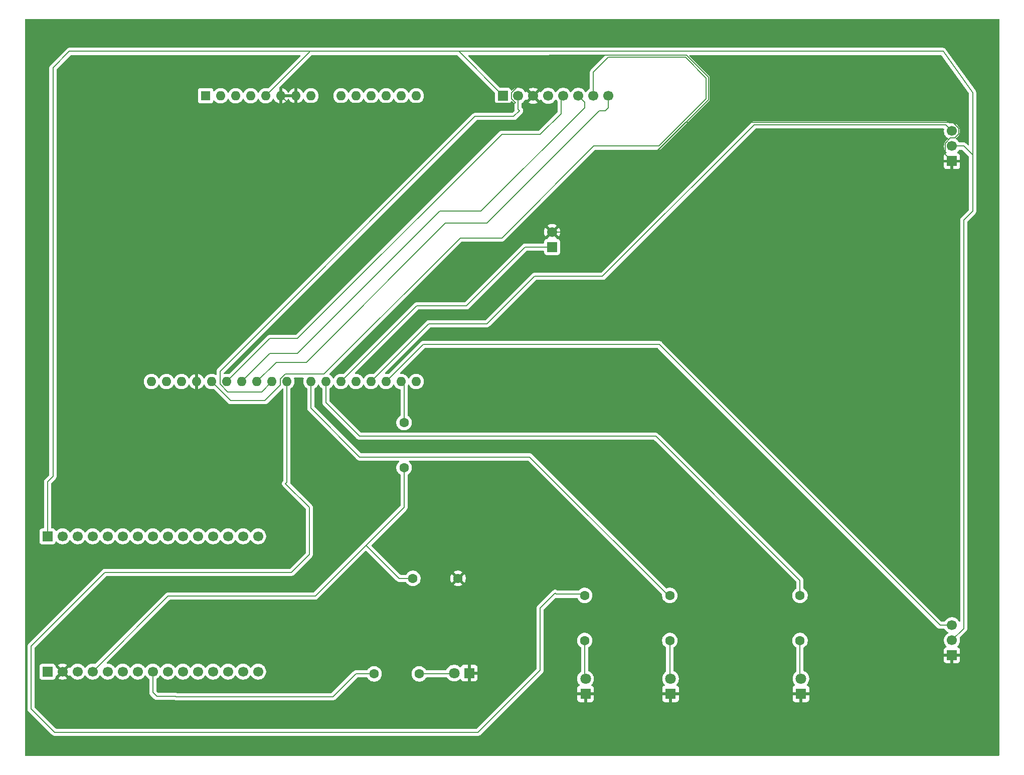
<source format=gbr>
%TF.GenerationSoftware,KiCad,Pcbnew,9.0.7*%
%TF.CreationDate,2026-01-03T20:52:02+01:00*%
%TF.ProjectId,Kicad Datein,4b696361-6420-4446-9174-65696e2e6b69,rev?*%
%TF.SameCoordinates,Original*%
%TF.FileFunction,Copper,L2,Bot*%
%TF.FilePolarity,Positive*%
%FSLAX46Y46*%
G04 Gerber Fmt 4.6, Leading zero omitted, Abs format (unit mm)*
G04 Created by KiCad (PCBNEW 9.0.7) date 2026-01-03 20:52:02*
%MOMM*%
%LPD*%
G01*
G04 APERTURE LIST*
%TA.AperFunction,Conductor*%
%ADD10C,0.200000*%
%TD*%
%TA.AperFunction,ComponentPad*%
%ADD11R,1.800000X1.800000*%
%TD*%
%TA.AperFunction,ComponentPad*%
%ADD12C,1.800000*%
%TD*%
%TA.AperFunction,ComponentPad*%
%ADD13R,1.700000X1.700000*%
%TD*%
%TA.AperFunction,ComponentPad*%
%ADD14C,1.700000*%
%TD*%
%TA.AperFunction,ComponentPad*%
%ADD15C,1.600000*%
%TD*%
%TA.AperFunction,ComponentPad*%
%ADD16R,1.600000X1.600000*%
%TD*%
%TA.AperFunction,ComponentPad*%
%ADD17O,1.600000X1.600000*%
%TD*%
G04 APERTURE END LIST*
D10*
%TO.N,+5V*%
X174000000Y-14500000D02*
X179000000Y-21500000D01*
%TO.N,Net-(J4-Pin_4)*%
X68000000Y-106500000D02*
X44000000Y-106500000D01*
%TO.N,+5V*%
X67000000Y-14500000D02*
X174000000Y-14500000D01*
%TO.N,Net-(J4-Pin_4)*%
X76500000Y-98000000D02*
X68000000Y-106500000D01*
%TO.N,+5V*%
X179000000Y-21500000D02*
X179000000Y-32000000D01*
%TO.N,Net-(J4-Pin_8)*%
X44500000Y-123500000D02*
X71000000Y-123500000D01*
%TD*%
D11*
%TO.P,D3,1,K*%
%TO.N,GND*%
X150000000Y-123000000D03*
D12*
%TO.P,D3,2,A*%
%TO.N,Net-(D3-A)*%
X150000000Y-120460000D03*
%TD*%
D13*
%TO.P,J1,1,Pin_1*%
%TO.N,+5V*%
X99720000Y-22000000D03*
D14*
%TO.P,J1,2,Pin_2*%
%TO.N,Net-(A1-D9)*%
X102260000Y-22000000D03*
%TO.P,J1,3,Pin_3*%
%TO.N,GND*%
X104800000Y-22000000D03*
%TO.P,J1,4,Pin_4*%
%TO.N,unconnected-(J1-Pin_4-Pad4)*%
X107340000Y-22000000D03*
%TO.P,J1,5,Pin_5*%
%TO.N,Net-(A1-D12)*%
X109880000Y-22000000D03*
%TO.P,J1,6,Pin_6*%
%TO.N,Net-(A1-D11)*%
X112420000Y-22000000D03*
%TO.P,J1,7,Pin_7*%
%TO.N,Net-(A1-D13)*%
X114960000Y-22000000D03*
%TO.P,J1,8,Pin_8*%
%TO.N,Net-(A1-D10)*%
X117500000Y-22000000D03*
%TD*%
D13*
%TO.P,J4,1,Pin_1*%
%TO.N,unconnected-(J4-Pin_1-Pad1)*%
X22800000Y-119260000D03*
D14*
%TO.P,J4,2,Pin_2*%
%TO.N,GND*%
X25340000Y-119260000D03*
%TO.P,J4,3,Pin_3*%
%TO.N,unconnected-(J4-Pin_3-Pad3)*%
X27880000Y-119260000D03*
%TO.P,J4,4,Pin_4*%
%TO.N,Net-(J4-Pin_4)*%
X30420000Y-119260000D03*
%TO.P,J4,5,Pin_5*%
%TO.N,unconnected-(J4-Pin_5-Pad5)*%
X32960000Y-119260000D03*
%TO.P,J4,6,Pin_6*%
%TO.N,unconnected-(J4-Pin_6-Pad6)*%
X35500000Y-119260000D03*
%TO.P,J4,7,Pin_7*%
%TO.N,unconnected-(J4-Pin_7-Pad7)*%
X38040000Y-119260000D03*
%TO.P,J4,8,Pin_8*%
%TO.N,Net-(J4-Pin_8)*%
X40580000Y-119260000D03*
%TO.P,J4,9,Pin_9*%
%TO.N,unconnected-(J4-Pin_9-Pad9)*%
X43120000Y-119260000D03*
%TO.P,J4,10,Pin_10*%
%TO.N,unconnected-(J4-Pin_10-Pad10)*%
X45660000Y-119260000D03*
%TO.P,J4,11,Pin_11*%
%TO.N,unconnected-(J4-Pin_11-Pad11)*%
X48200000Y-119260000D03*
%TO.P,J4,12,Pin_12*%
%TO.N,unconnected-(J4-Pin_12-Pad12)*%
X50740000Y-119260000D03*
%TO.P,J4,13,Pin_13*%
%TO.N,unconnected-(J4-Pin_13-Pad13)*%
X53280000Y-119260000D03*
%TO.P,J4,14,Pin_14*%
%TO.N,unconnected-(J4-Pin_14-Pad14)*%
X55820000Y-119260000D03*
%TO.P,J4,15,Pin_15*%
%TO.N,unconnected-(J4-Pin_15-Pad15)*%
X58360000Y-119260000D03*
%TD*%
D15*
%TO.P,R2,1*%
%TO.N,Net-(D2-A)*%
X127860000Y-114000000D03*
%TO.P,R2,2*%
%TO.N,Net-(A1-D7)*%
X127860000Y-106380000D03*
%TD*%
%TO.P,R5,1*%
%TO.N,Net-(J4-Pin_4)*%
X83000000Y-84810000D03*
%TO.P,R5,2*%
%TO.N,Net-(A1-D1{slash}TX)*%
X83000000Y-77190000D03*
%TD*%
D16*
%TO.P,A1,1,NC*%
%TO.N,unconnected-(A1-NC-Pad1)*%
X49500000Y-22000000D03*
D17*
%TO.P,A1,2,IOREF*%
%TO.N,unconnected-(A1-IOREF-Pad2)*%
X52040000Y-22000000D03*
%TO.P,A1,3,~{RESET}*%
%TO.N,unconnected-(A1-~{RESET}-Pad3)*%
X54580000Y-22000000D03*
%TO.P,A1,4,3V3*%
%TO.N,unconnected-(A1-3V3-Pad4)*%
X57120000Y-22000000D03*
%TO.P,A1,5,+5V*%
%TO.N,+5V*%
X59660000Y-22000000D03*
%TO.P,A1,6,GND*%
%TO.N,GND*%
X62200000Y-22000000D03*
%TO.P,A1,7,GND*%
X64740000Y-22000000D03*
%TO.P,A1,8,VIN*%
%TO.N,unconnected-(A1-VIN-Pad8)*%
X67280000Y-22000000D03*
%TO.P,A1,9,A0*%
%TO.N,unconnected-(A1-A0-Pad9)*%
X72360000Y-22000000D03*
%TO.P,A1,10,A1*%
%TO.N,unconnected-(A1-A1-Pad10)*%
X74900000Y-22000000D03*
%TO.P,A1,11,A2*%
%TO.N,unconnected-(A1-A2-Pad11)*%
X77440000Y-22000000D03*
%TO.P,A1,12,A3*%
%TO.N,unconnected-(A1-A3-Pad12)*%
X79980000Y-22000000D03*
%TO.P,A1,13,SDA/A4*%
%TO.N,unconnected-(A1-SDA{slash}A4-Pad13)*%
X82520000Y-22000000D03*
%TO.P,A1,14,SCL/A5*%
%TO.N,unconnected-(A1-SCL{slash}A5-Pad14)*%
X85060000Y-22000000D03*
%TO.P,A1,15,D0/RX*%
%TO.N,unconnected-(A1-D0{slash}RX-Pad15)*%
X85060000Y-70260000D03*
%TO.P,A1,16,D1/TX*%
%TO.N,Net-(A1-D1{slash}TX)*%
X82520000Y-70260000D03*
%TO.P,A1,17,D2*%
%TO.N,Net-(A1-D2)*%
X79980000Y-70260000D03*
%TO.P,A1,18,D3*%
%TO.N,Net-(A1-D3)*%
X77440000Y-70260000D03*
%TO.P,A1,19,D4*%
%TO.N,unconnected-(A1-D4-Pad19)*%
X74900000Y-70260000D03*
%TO.P,A1,20,D5*%
%TO.N,Net-(A1-D5)*%
X72360000Y-70260000D03*
%TO.P,A1,21,D6*%
%TO.N,Net-(A1-D6)*%
X69820000Y-70260000D03*
%TO.P,A1,22,D7*%
%TO.N,Net-(A1-D7)*%
X67280000Y-70260000D03*
%TO.P,A1,23,D8*%
%TO.N,Net-(A1-D8)*%
X63220000Y-70260000D03*
%TO.P,A1,24,D9*%
%TO.N,Net-(A1-D9)*%
X60680000Y-70260000D03*
%TO.P,A1,25,D10*%
%TO.N,Net-(A1-D10)*%
X58140000Y-70260000D03*
%TO.P,A1,26,D11*%
%TO.N,Net-(A1-D11)*%
X55600000Y-70260000D03*
%TO.P,A1,27,D12*%
%TO.N,Net-(A1-D12)*%
X53060000Y-70260000D03*
%TO.P,A1,28,D13*%
%TO.N,Net-(A1-D13)*%
X50520000Y-70260000D03*
%TO.P,A1,29,GND*%
%TO.N,GND*%
X47980000Y-70260000D03*
%TO.P,A1,30,AREF*%
%TO.N,unconnected-(A1-AREF-Pad30)*%
X45440000Y-70260000D03*
%TO.P,A1,31,SDA/A4*%
%TO.N,unconnected-(A1-SDA{slash}A4-Pad31)*%
X42900000Y-70260000D03*
%TO.P,A1,32,SCL/A5*%
%TO.N,unconnected-(A1-SCL{slash}A5-Pad32)*%
X40360000Y-70260000D03*
%TD*%
D11*
%TO.P,D4,1,K*%
%TO.N,GND*%
X94000000Y-119500000D03*
D12*
%TO.P,D4,2,A*%
%TO.N,Net-(D4-A)*%
X91460000Y-119500000D03*
%TD*%
D11*
%TO.P,D2,1,K*%
%TO.N,GND*%
X128000000Y-123000000D03*
D12*
%TO.P,D2,2,A*%
%TO.N,Net-(D2-A)*%
X128000000Y-120460000D03*
%TD*%
D15*
%TO.P,R4,1*%
%TO.N,Net-(D4-A)*%
X85570000Y-119640000D03*
%TO.P,R4,2*%
%TO.N,Net-(J4-Pin_8)*%
X77950000Y-119640000D03*
%TD*%
D13*
%TO.P,J2,1,Pin_1*%
%TO.N,GND*%
X175500000Y-33040000D03*
D14*
%TO.P,J2,2,Pin_2*%
%TO.N,+5V*%
X175500000Y-30500000D03*
%TO.P,J2,3,Pin_3*%
%TO.N,Net-(A1-D3)*%
X175500000Y-27960000D03*
%TD*%
D15*
%TO.P,R6,1*%
%TO.N,Net-(J4-Pin_4)*%
X84500000Y-103500000D03*
%TO.P,R6,2*%
%TO.N,GND*%
X92120000Y-103500000D03*
%TD*%
D11*
%TO.P,D1,1,K*%
%TO.N,GND*%
X113640000Y-123000000D03*
D12*
%TO.P,D1,2,A*%
%TO.N,Net-(D1-A)*%
X113640000Y-120460000D03*
%TD*%
D15*
%TO.P,R3,1*%
%TO.N,Net-(D3-A)*%
X149860000Y-114000000D03*
%TO.P,R3,2*%
%TO.N,Net-(A1-D6)*%
X149860000Y-106380000D03*
%TD*%
D13*
%TO.P,J3,1,Pin_1*%
%TO.N,GND*%
X175500000Y-116500000D03*
D14*
%TO.P,J3,2,Pin_2*%
%TO.N,+5V*%
X175500000Y-113960000D03*
%TO.P,J3,3,Pin_3*%
%TO.N,Net-(A1-D2)*%
X175500000Y-111420000D03*
%TD*%
D13*
%TO.P,BZ1,1,+*%
%TO.N,Net-(A1-D5)*%
X108000000Y-47540000D03*
D14*
%TO.P,BZ1,2,-*%
%TO.N,GND*%
X108000000Y-45000000D03*
%TD*%
D13*
%TO.P,J5,1,Pin_1*%
%TO.N,+5V*%
X22800000Y-96400000D03*
D14*
%TO.P,J5,2,Pin_2*%
%TO.N,unconnected-(J5-Pin_2-Pad2)*%
X25340000Y-96400000D03*
%TO.P,J5,3,Pin_3*%
%TO.N,unconnected-(J5-Pin_3-Pad3)*%
X27880000Y-96400000D03*
%TO.P,J5,4,Pin_4*%
%TO.N,unconnected-(J5-Pin_4-Pad4)*%
X30420000Y-96400000D03*
%TO.P,J5,5,Pin_5*%
%TO.N,unconnected-(J5-Pin_5-Pad5)*%
X32960000Y-96400000D03*
%TO.P,J5,6,Pin_6*%
%TO.N,unconnected-(J5-Pin_6-Pad6)*%
X35500000Y-96400000D03*
%TO.P,J5,7,Pin_7*%
%TO.N,unconnected-(J5-Pin_7-Pad7)*%
X38040000Y-96400000D03*
%TO.P,J5,8,Pin_8*%
%TO.N,unconnected-(J5-Pin_8-Pad8)*%
X40580000Y-96400000D03*
%TO.P,J5,9,Pin_9*%
%TO.N,unconnected-(J5-Pin_9-Pad9)*%
X43120000Y-96400000D03*
%TO.P,J5,10,Pin_10*%
%TO.N,unconnected-(J5-Pin_10-Pad10)*%
X45660000Y-96400000D03*
%TO.P,J5,11,Pin_11*%
%TO.N,unconnected-(J5-Pin_11-Pad11)*%
X48200000Y-96400000D03*
%TO.P,J5,12,Pin_12*%
%TO.N,unconnected-(J5-Pin_12-Pad12)*%
X50740000Y-96400000D03*
%TO.P,J5,13,Pin_13*%
%TO.N,unconnected-(J5-Pin_13-Pad13)*%
X53280000Y-96400000D03*
%TO.P,J5,14,Pin_14*%
%TO.N,unconnected-(J5-Pin_14-Pad14)*%
X55820000Y-96400000D03*
%TO.P,J5,15,Pin_15*%
%TO.N,unconnected-(J5-Pin_15-Pad15)*%
X58360000Y-96400000D03*
%TD*%
D15*
%TO.P,R1,1*%
%TO.N,Net-(D1-A)*%
X113500000Y-114000000D03*
%TO.P,R1,2*%
%TO.N,Net-(A1-D8)*%
X113500000Y-106380000D03*
%TD*%
D10*
%TO.N,Net-(A1-D6)*%
X149860000Y-106380000D02*
X149860000Y-103860000D01*
%TO.N,Net-(A1-D2)*%
X173500000Y-111420000D02*
X175500000Y-111420000D01*
%TO.N,+5V*%
X177500000Y-30500000D02*
X175500000Y-30500000D01*
X179000000Y-32000000D02*
X177500000Y-30500000D01*
X177500000Y-43000000D02*
X179000000Y-41500000D01*
X179000000Y-41500000D02*
X179000000Y-32000000D01*
X177500000Y-111960000D02*
X177500000Y-43000000D01*
X175500000Y-113960000D02*
X177500000Y-111960000D01*
%TO.N,Net-(A1-D3)*%
X174460000Y-26920000D02*
X175500000Y-27960000D01*
X87200000Y-60500000D02*
X97000000Y-60500000D01*
X105000000Y-52500000D02*
X116500000Y-52500000D01*
X116500000Y-52500000D02*
X142080000Y-26920000D01*
X77440000Y-70260000D02*
X87200000Y-60500000D01*
X97000000Y-60500000D02*
X105000000Y-52500000D01*
X142080000Y-26920000D02*
X174460000Y-26920000D01*
%TO.N,GND*%
X130548100Y-26519000D02*
X112067100Y-45000000D01*
X176651000Y-27483240D02*
X175686760Y-26519000D01*
X176651000Y-28436760D02*
X176651000Y-27483240D01*
X175686760Y-26519000D02*
X130548100Y-26519000D01*
X175261240Y-29111000D02*
X175976760Y-29111000D01*
X175976760Y-29111000D02*
X176651000Y-28436760D01*
X174349000Y-30023240D02*
X175261240Y-29111000D01*
X174349000Y-31889000D02*
X174349000Y-30023240D01*
X175500000Y-33040000D02*
X174349000Y-31889000D01*
%TO.N,Net-(D2-A)*%
X127860000Y-120320000D02*
X128000000Y-120460000D01*
X127860000Y-114000000D02*
X127860000Y-120320000D01*
%TO.N,Net-(D1-A)*%
X113500000Y-120320000D02*
X113640000Y-120460000D01*
X113500000Y-114000000D02*
X113500000Y-120320000D01*
%TO.N,Net-(D3-A)*%
X149860000Y-120320000D02*
X150000000Y-120460000D01*
X149860000Y-114000000D02*
X149860000Y-120320000D01*
X150000000Y-113900000D02*
X149860000Y-114040000D01*
%TO.N,Net-(A1-D2)*%
X79980000Y-70260000D02*
X86240000Y-64000000D01*
X126080000Y-64000000D02*
X173500000Y-111420000D01*
X86240000Y-64000000D02*
X126080000Y-64000000D01*
%TO.N,Net-(A1-D13)*%
X62119000Y-69803950D02*
X62922950Y-69000000D01*
X117500000Y-15500000D02*
X114960000Y-18040000D01*
X114960000Y-18040000D02*
X114960000Y-22000000D01*
X115000000Y-30500000D02*
X126000000Y-30500000D01*
X130500000Y-15500000D02*
X117500000Y-15500000D01*
X62119000Y-70881000D02*
X62119000Y-69803950D01*
X53760000Y-73500000D02*
X59500000Y-73500000D01*
X69500000Y-69000000D02*
X92500000Y-46000000D01*
X126000000Y-30500000D02*
X134000000Y-22500000D01*
X50520000Y-70260000D02*
X53760000Y-73500000D01*
X134000000Y-22500000D02*
X134000000Y-19000000D01*
X134000000Y-19000000D02*
X130500000Y-15500000D01*
X99500000Y-46000000D02*
X115000000Y-30500000D01*
X62922950Y-69000000D02*
X69500000Y-69000000D01*
X59500000Y-73500000D02*
X62119000Y-70881000D01*
X92500000Y-46000000D02*
X99500000Y-46000000D01*
%TO.N,Net-(A1-D8)*%
X63220000Y-70260000D02*
X63220000Y-87280000D01*
X108690000Y-106190000D02*
X113500000Y-106190000D01*
X106000000Y-108500000D02*
X108500000Y-106000000D01*
X108500000Y-106000000D02*
X108690000Y-106190000D01*
X64000000Y-102500000D02*
X32500000Y-102500000D01*
X67000000Y-99500000D02*
X64000000Y-102500000D01*
X95500000Y-129500000D02*
X106000000Y-119000000D01*
X63220000Y-87280000D02*
X63000000Y-87500000D01*
X20000000Y-125500000D02*
X24000000Y-129500000D01*
X32500000Y-102500000D02*
X20000000Y-115000000D01*
X67000000Y-91500000D02*
X67000000Y-99500000D01*
X106000000Y-119000000D02*
X106000000Y-108500000D01*
X24000000Y-129500000D02*
X95500000Y-129500000D01*
X63000000Y-87500000D02*
X67000000Y-91500000D01*
X20000000Y-115000000D02*
X20000000Y-125500000D01*
%TO.N,+5V*%
X99720000Y-22000000D02*
X92220000Y-14500000D01*
X92220000Y-14500000D02*
X26500000Y-14500000D01*
X26500000Y-14500000D02*
X23720000Y-17280000D01*
X23720000Y-86280000D02*
X22800000Y-87200000D01*
X59660000Y-22000000D02*
X67000000Y-14660000D01*
X22800000Y-87200000D02*
X22800000Y-96400000D01*
X23720000Y-17280000D02*
X23720000Y-86280000D01*
X67000000Y-14660000D02*
X67000000Y-14500000D01*
%TO.N,Net-(A1-D5)*%
X93500000Y-57500000D02*
X103460000Y-47540000D01*
X85120000Y-57500000D02*
X93500000Y-57500000D01*
X72360000Y-70260000D02*
X85120000Y-57500000D01*
X103460000Y-47540000D02*
X108000000Y-47540000D01*
%TO.N,Net-(A1-D6)*%
X69820000Y-73820000D02*
X75500000Y-79500000D01*
X125500000Y-79500000D02*
X149860000Y-103860000D01*
X75500000Y-79500000D02*
X125500000Y-79500000D01*
X69820000Y-70260000D02*
X69820000Y-73820000D01*
%TO.N,Net-(A1-D1{slash}TX)*%
X83000000Y-70740000D02*
X82520000Y-70260000D01*
X82520000Y-70260000D02*
X82520000Y-70220000D01*
X83000000Y-77190000D02*
X83000000Y-70740000D01*
%TO.N,Net-(A1-D9)*%
X102260000Y-24260000D02*
X102260000Y-22000000D01*
X51959000Y-68541000D02*
X95000000Y-25500000D01*
X101500000Y-25500000D02*
X102500000Y-24500000D01*
X102500000Y-24500000D02*
X102260000Y-24260000D01*
X95000000Y-25500000D02*
X101500000Y-25500000D01*
X51959000Y-70716050D02*
X51959000Y-68541000D01*
X53242950Y-72000000D02*
X51959000Y-70716050D01*
X58940000Y-72000000D02*
X53242950Y-72000000D01*
X60680000Y-70260000D02*
X58940000Y-72000000D01*
%TO.N,Net-(A1-D7)*%
X67280000Y-70260000D02*
X67280000Y-74780000D01*
X75500000Y-83000000D02*
X104220000Y-83000000D01*
X104220000Y-83000000D02*
X127860000Y-106640000D01*
X67280000Y-74780000D02*
X75500000Y-83000000D01*
%TO.N,Net-(A1-D12)*%
X109500000Y-22380000D02*
X109880000Y-22000000D01*
X53060000Y-70260000D02*
X60320000Y-63000000D01*
X99500000Y-28500000D02*
X106000000Y-28500000D01*
X60320000Y-63000000D02*
X65000000Y-63000000D01*
X65000000Y-63000000D02*
X99500000Y-28500000D01*
X109500000Y-25000000D02*
X109500000Y-22380000D01*
X106000000Y-28500000D02*
X109500000Y-25000000D01*
%TO.N,GND*%
X134401000Y-18833900D02*
X130666100Y-15099000D01*
X112067100Y-45000000D02*
X134401000Y-22666100D01*
X130666100Y-15099000D02*
X107533240Y-15099000D01*
X104800000Y-22000000D02*
X104800000Y-22100000D01*
X111600000Y-45000000D02*
X111900000Y-44700000D01*
X101634240Y-23300000D02*
X63500000Y-23300000D01*
X101109000Y-22476760D02*
X101783240Y-23151000D01*
X63500000Y-23300000D02*
X62200000Y-22000000D01*
X107533240Y-15099000D02*
X101109000Y-21523240D01*
X108000000Y-45000000D02*
X112067100Y-45000000D01*
X108000000Y-45000000D02*
X111600000Y-45000000D01*
X101109000Y-21523240D02*
X101109000Y-22476760D01*
X111701000Y-15099000D02*
X130666100Y-15099000D01*
X112067100Y-45000000D02*
X111600000Y-45000000D01*
X134401000Y-22666100D02*
X134401000Y-18833900D01*
X101783240Y-23151000D02*
X101634240Y-23300000D01*
X104800000Y-22000000D02*
X111701000Y-15099000D01*
%TO.N,Net-(A1-D10)*%
X58140000Y-70260000D02*
X61400000Y-67000000D01*
X116000000Y-24500000D02*
X117000000Y-24500000D01*
X117000000Y-24500000D02*
X117500000Y-24000000D01*
X66500000Y-67000000D02*
X90000000Y-43500000D01*
X117500000Y-24000000D02*
X117500000Y-22000000D01*
X90000000Y-43500000D02*
X97000000Y-43500000D01*
X97000000Y-43500000D02*
X116000000Y-24500000D01*
X61400000Y-67000000D02*
X66500000Y-67000000D01*
%TO.N,Net-(A1-D11)*%
X113500000Y-23000000D02*
X113420000Y-23000000D01*
X113420000Y-23000000D02*
X112420000Y-22000000D01*
X113500000Y-24000000D02*
X113500000Y-23000000D01*
X89000000Y-41500000D02*
X96000000Y-41500000D01*
X96000000Y-41500000D02*
X113500000Y-24000000D01*
X65000000Y-65500000D02*
X89000000Y-41500000D01*
X55600000Y-70260000D02*
X60360000Y-65500000D01*
X60360000Y-65500000D02*
X65000000Y-65500000D01*
%TO.N,Net-(D1-A)*%
X113500000Y-120370000D02*
X113640000Y-120510000D01*
%TO.N,Net-(D2-A)*%
X127860000Y-120820000D02*
X128000000Y-120960000D01*
%TO.N,GND*%
X149860000Y-122360000D02*
X150000000Y-122500000D01*
%TO.N,Net-(J4-Pin_8)*%
X40580000Y-119260000D02*
X40580000Y-122755000D01*
X44450000Y-123450000D02*
X44500000Y-123500000D01*
X74860000Y-119640000D02*
X71000000Y-123500000D01*
X41275000Y-123450000D02*
X44450000Y-123450000D01*
X77950000Y-119640000D02*
X74860000Y-119640000D01*
X40580000Y-122755000D02*
X41275000Y-123450000D01*
%TO.N,Net-(J4-Pin_4)*%
X82175000Y-103500000D02*
X76587500Y-97912500D01*
X84500000Y-103500000D02*
X82175000Y-103500000D01*
X83000000Y-91500000D02*
X76587500Y-97912500D01*
X76587500Y-97912500D02*
X76500000Y-98000000D01*
X83000000Y-84810000D02*
X83000000Y-91500000D01*
X43180000Y-106500000D02*
X44000000Y-106500000D01*
X30420000Y-119260000D02*
X43180000Y-106500000D01*
%TO.N,Net-(D4-A)*%
X85570000Y-119640000D02*
X91320000Y-119640000D01*
X91320000Y-119640000D02*
X91460000Y-119500000D01*
%TD*%
%TA.AperFunction,Conductor*%
%TO.N,GND*%
G36*
X174124130Y-27540185D02*
G01*
X174169885Y-27592989D01*
X174179829Y-27662147D01*
X174179564Y-27663898D01*
X174149500Y-27853713D01*
X174149500Y-28066286D01*
X174182753Y-28276239D01*
X174248444Y-28478414D01*
X174344951Y-28667820D01*
X174469890Y-28839786D01*
X174620213Y-28990109D01*
X174792182Y-29115050D01*
X174800946Y-29119516D01*
X174851742Y-29167491D01*
X174868536Y-29235312D01*
X174845998Y-29301447D01*
X174800946Y-29340484D01*
X174792182Y-29344949D01*
X174620213Y-29469890D01*
X174469890Y-29620213D01*
X174344951Y-29792179D01*
X174248444Y-29981585D01*
X174182753Y-30183760D01*
X174172119Y-30250903D01*
X174149500Y-30393713D01*
X174149500Y-30606287D01*
X174182754Y-30816243D01*
X174196486Y-30858507D01*
X174248444Y-31018414D01*
X174344951Y-31207820D01*
X174469890Y-31379786D01*
X174583818Y-31493714D01*
X174617303Y-31555037D01*
X174612319Y-31624729D01*
X174570447Y-31680662D01*
X174539471Y-31697577D01*
X174407912Y-31746646D01*
X174407906Y-31746649D01*
X174292812Y-31832809D01*
X174292809Y-31832812D01*
X174206649Y-31947906D01*
X174206645Y-31947913D01*
X174156403Y-32082620D01*
X174156401Y-32082627D01*
X174150000Y-32142155D01*
X174150000Y-32790000D01*
X175066988Y-32790000D01*
X175034075Y-32847007D01*
X175000000Y-32974174D01*
X175000000Y-33105826D01*
X175034075Y-33232993D01*
X175066988Y-33290000D01*
X174150000Y-33290000D01*
X174150000Y-33937844D01*
X174156401Y-33997372D01*
X174156403Y-33997379D01*
X174206645Y-34132086D01*
X174206649Y-34132093D01*
X174292809Y-34247187D01*
X174292812Y-34247190D01*
X174407906Y-34333350D01*
X174407913Y-34333354D01*
X174542620Y-34383596D01*
X174542627Y-34383598D01*
X174602155Y-34389999D01*
X174602172Y-34390000D01*
X175250000Y-34390000D01*
X175250000Y-33473012D01*
X175307007Y-33505925D01*
X175434174Y-33540000D01*
X175565826Y-33540000D01*
X175692993Y-33505925D01*
X175750000Y-33473012D01*
X175750000Y-34390000D01*
X176397828Y-34390000D01*
X176397844Y-34389999D01*
X176457372Y-34383598D01*
X176457379Y-34383596D01*
X176592086Y-34333354D01*
X176592093Y-34333350D01*
X176707187Y-34247190D01*
X176707190Y-34247187D01*
X176793350Y-34132093D01*
X176793354Y-34132086D01*
X176843596Y-33997379D01*
X176843598Y-33997372D01*
X176849999Y-33937844D01*
X176850000Y-33937827D01*
X176850000Y-33290000D01*
X175933012Y-33290000D01*
X175965925Y-33232993D01*
X176000000Y-33105826D01*
X176000000Y-32974174D01*
X175965925Y-32847007D01*
X175933012Y-32790000D01*
X176850000Y-32790000D01*
X176850000Y-32142172D01*
X176849999Y-32142155D01*
X176843598Y-32082627D01*
X176843596Y-32082620D01*
X176793354Y-31947913D01*
X176793350Y-31947906D01*
X176707190Y-31832812D01*
X176707187Y-31832809D01*
X176592093Y-31746649D01*
X176592088Y-31746646D01*
X176460528Y-31697577D01*
X176404595Y-31655705D01*
X176380178Y-31590241D01*
X176395030Y-31521968D01*
X176416175Y-31493720D01*
X176530104Y-31379792D01*
X176655051Y-31207816D01*
X176655349Y-31207230D01*
X176675235Y-31168205D01*
X176723209Y-31117409D01*
X176785719Y-31100500D01*
X177199903Y-31100500D01*
X177266942Y-31120185D01*
X177287584Y-31136819D01*
X178363181Y-32212416D01*
X178396666Y-32273739D01*
X178399500Y-32300097D01*
X178399500Y-41199902D01*
X178379815Y-41266941D01*
X178363181Y-41287583D01*
X177019481Y-42631282D01*
X177019479Y-42631285D01*
X176969361Y-42718094D01*
X176969359Y-42718096D01*
X176940425Y-42768209D01*
X176940424Y-42768210D01*
X176940423Y-42768215D01*
X176899499Y-42920943D01*
X176899499Y-42920945D01*
X176899499Y-43089046D01*
X176899500Y-43089059D01*
X176899500Y-110675444D01*
X176879815Y-110742483D01*
X176827011Y-110788238D01*
X176757853Y-110798182D01*
X176694297Y-110769157D01*
X176665016Y-110731740D01*
X176655050Y-110712182D01*
X176530109Y-110540213D01*
X176379786Y-110389890D01*
X176207820Y-110264951D01*
X176018414Y-110168444D01*
X176018413Y-110168443D01*
X176018412Y-110168443D01*
X175816243Y-110102754D01*
X175816241Y-110102753D01*
X175816240Y-110102753D01*
X175654957Y-110077208D01*
X175606287Y-110069500D01*
X175393713Y-110069500D01*
X175345042Y-110077208D01*
X175183760Y-110102753D01*
X174981585Y-110168444D01*
X174792179Y-110264951D01*
X174620213Y-110389890D01*
X174469890Y-110540213D01*
X174344948Y-110712184D01*
X174344947Y-110712185D01*
X174324765Y-110751795D01*
X174276791Y-110802591D01*
X174214281Y-110819500D01*
X173800097Y-110819500D01*
X173733058Y-110799815D01*
X173712416Y-110783181D01*
X126567590Y-63638355D01*
X126567588Y-63638352D01*
X126448716Y-63519480D01*
X126448714Y-63519479D01*
X126361904Y-63469360D01*
X126361904Y-63469359D01*
X126361900Y-63469358D01*
X126311785Y-63440423D01*
X126159057Y-63399499D01*
X126000943Y-63399499D01*
X125993347Y-63399499D01*
X125993331Y-63399500D01*
X86326669Y-63399500D01*
X86326653Y-63399499D01*
X86319057Y-63399499D01*
X86160943Y-63399499D01*
X86053587Y-63428265D01*
X86008210Y-63440424D01*
X86008209Y-63440425D01*
X85958096Y-63469359D01*
X85958095Y-63469360D01*
X85914689Y-63494420D01*
X85871285Y-63519479D01*
X85759478Y-63631286D01*
X80424842Y-68965921D01*
X80363519Y-68999406D01*
X80298848Y-68996173D01*
X80284534Y-68991522D01*
X80109995Y-68963878D01*
X80082352Y-68959500D01*
X79889096Y-68959500D01*
X79822057Y-68939815D01*
X79776302Y-68887011D01*
X79766358Y-68817853D01*
X79795383Y-68754297D01*
X79801415Y-68747819D01*
X83529754Y-65019481D01*
X87412416Y-61136819D01*
X87473739Y-61103334D01*
X87500097Y-61100500D01*
X96913331Y-61100500D01*
X96913347Y-61100501D01*
X96920943Y-61100501D01*
X97079054Y-61100501D01*
X97079057Y-61100501D01*
X97231785Y-61059577D01*
X97281904Y-61030639D01*
X97368716Y-60980520D01*
X97480520Y-60868716D01*
X97480520Y-60868714D01*
X97490728Y-60858507D01*
X97490729Y-60858504D01*
X105212416Y-53136819D01*
X105273739Y-53103334D01*
X105300097Y-53100500D01*
X116413331Y-53100500D01*
X116413347Y-53100501D01*
X116420943Y-53100501D01*
X116579054Y-53100501D01*
X116579057Y-53100501D01*
X116731785Y-53059577D01*
X116781904Y-53030639D01*
X116868716Y-52980520D01*
X116980520Y-52868716D01*
X116980520Y-52868714D01*
X116990728Y-52858507D01*
X116990729Y-52858504D01*
X142292416Y-27556819D01*
X142353739Y-27523334D01*
X142380097Y-27520500D01*
X174057091Y-27520500D01*
X174124130Y-27540185D01*
G37*
%TD.AperFunction*%
%TA.AperFunction,Conductor*%
G36*
X173694198Y-15120185D02*
G01*
X173728062Y-15152426D01*
X178333401Y-21599901D01*
X178376403Y-21660103D01*
X178399351Y-21726097D01*
X178399500Y-21732177D01*
X178399500Y-30250903D01*
X178379815Y-30317942D01*
X178327011Y-30363697D01*
X178257853Y-30373641D01*
X178194297Y-30344616D01*
X178187819Y-30338584D01*
X177987590Y-30138355D01*
X177987588Y-30138352D01*
X177868717Y-30019481D01*
X177868716Y-30019480D01*
X177781904Y-29969360D01*
X177781904Y-29969359D01*
X177781900Y-29969358D01*
X177731785Y-29940423D01*
X177579057Y-29899499D01*
X177420943Y-29899499D01*
X177413347Y-29899499D01*
X177413331Y-29899500D01*
X176785719Y-29899500D01*
X176718680Y-29879815D01*
X176675235Y-29831795D01*
X176655052Y-29792185D01*
X176655051Y-29792184D01*
X176530109Y-29620213D01*
X176379786Y-29469890D01*
X176207820Y-29344951D01*
X176207115Y-29344591D01*
X176199054Y-29340485D01*
X176148259Y-29292512D01*
X176131463Y-29224692D01*
X176153999Y-29158556D01*
X176199054Y-29119515D01*
X176207816Y-29115051D01*
X176284170Y-29059577D01*
X176379786Y-28990109D01*
X176379788Y-28990106D01*
X176379792Y-28990104D01*
X176530104Y-28839792D01*
X176530106Y-28839788D01*
X176530109Y-28839786D01*
X176655048Y-28667820D01*
X176655047Y-28667820D01*
X176655051Y-28667816D01*
X176751557Y-28478412D01*
X176817246Y-28276243D01*
X176850500Y-28066287D01*
X176850500Y-27853713D01*
X176817246Y-27643757D01*
X176751557Y-27441588D01*
X176655051Y-27252184D01*
X176655049Y-27252181D01*
X176655048Y-27252179D01*
X176530109Y-27080213D01*
X176379786Y-26929890D01*
X176207820Y-26804951D01*
X176018414Y-26708444D01*
X176018413Y-26708443D01*
X176018412Y-26708443D01*
X175816243Y-26642754D01*
X175816241Y-26642753D01*
X175816240Y-26642753D01*
X175654957Y-26617208D01*
X175606287Y-26609500D01*
X175393713Y-26609500D01*
X175365006Y-26614046D01*
X175183757Y-26642753D01*
X175141473Y-26656492D01*
X175126260Y-26656926D01*
X175112003Y-26662244D01*
X175092048Y-26657903D01*
X175071632Y-26658486D01*
X175057545Y-26650397D01*
X175043730Y-26647392D01*
X175015476Y-26626241D01*
X174947590Y-26558355D01*
X174947588Y-26558352D01*
X174828717Y-26439481D01*
X174828716Y-26439480D01*
X174741904Y-26389360D01*
X174741904Y-26389359D01*
X174741900Y-26389358D01*
X174691785Y-26360423D01*
X174539057Y-26319499D01*
X174380943Y-26319499D01*
X174373347Y-26319499D01*
X174373331Y-26319500D01*
X142166669Y-26319500D01*
X142166653Y-26319499D01*
X142159057Y-26319499D01*
X142000943Y-26319499D01*
X141893587Y-26348265D01*
X141848210Y-26360424D01*
X141848209Y-26360425D01*
X141798096Y-26389359D01*
X141798095Y-26389360D01*
X141754689Y-26414420D01*
X141711285Y-26439479D01*
X141711282Y-26439481D01*
X141599478Y-26551286D01*
X116287584Y-51863181D01*
X116226261Y-51896666D01*
X116199903Y-51899500D01*
X104920940Y-51899500D01*
X104880019Y-51910464D01*
X104880019Y-51910465D01*
X104842751Y-51920451D01*
X104768214Y-51940423D01*
X104768209Y-51940426D01*
X104631290Y-52019475D01*
X104631282Y-52019481D01*
X104519478Y-52131286D01*
X96787584Y-59863181D01*
X96726261Y-59896666D01*
X96699903Y-59899500D01*
X87120940Y-59899500D01*
X87080019Y-59910464D01*
X87080019Y-59910465D01*
X87042751Y-59920451D01*
X86968214Y-59940423D01*
X86968209Y-59940426D01*
X86831290Y-60019475D01*
X86831282Y-60019481D01*
X86719478Y-60131286D01*
X77884842Y-68965921D01*
X77823519Y-68999406D01*
X77758848Y-68996173D01*
X77744534Y-68991522D01*
X77569995Y-68963878D01*
X77542352Y-68959500D01*
X77337648Y-68959500D01*
X77313329Y-68963351D01*
X77135465Y-68991522D01*
X76940776Y-69054781D01*
X76758386Y-69147715D01*
X76592786Y-69268028D01*
X76448028Y-69412786D01*
X76327715Y-69578386D01*
X76280485Y-69671080D01*
X76232510Y-69721876D01*
X76164689Y-69738671D01*
X76098554Y-69716134D01*
X76059515Y-69671080D01*
X76058883Y-69669840D01*
X76012287Y-69578390D01*
X76004556Y-69567749D01*
X75891971Y-69412786D01*
X75747213Y-69268028D01*
X75581613Y-69147715D01*
X75581612Y-69147714D01*
X75581610Y-69147713D01*
X75524653Y-69118691D01*
X75399223Y-69054781D01*
X75204534Y-68991522D01*
X75029995Y-68963878D01*
X75002352Y-68959500D01*
X74809096Y-68959500D01*
X74742057Y-68939815D01*
X74696302Y-68887011D01*
X74686358Y-68817853D01*
X74715383Y-68754297D01*
X74721415Y-68747819D01*
X79909658Y-63559577D01*
X85332416Y-58136819D01*
X85393739Y-58103334D01*
X85420097Y-58100500D01*
X93413331Y-58100500D01*
X93413347Y-58100501D01*
X93420943Y-58100501D01*
X93579054Y-58100501D01*
X93579057Y-58100501D01*
X93731785Y-58059577D01*
X93781904Y-58030639D01*
X93868716Y-57980520D01*
X93980520Y-57868716D01*
X93980520Y-57868714D01*
X93990728Y-57858507D01*
X93990729Y-57858504D01*
X103672416Y-48176819D01*
X103733739Y-48143334D01*
X103760097Y-48140500D01*
X106525501Y-48140500D01*
X106592540Y-48160185D01*
X106638295Y-48212989D01*
X106649501Y-48264500D01*
X106649501Y-48437876D01*
X106655908Y-48497483D01*
X106706202Y-48632328D01*
X106706206Y-48632335D01*
X106792452Y-48747544D01*
X106792455Y-48747547D01*
X106907664Y-48833793D01*
X106907671Y-48833797D01*
X107042517Y-48884091D01*
X107042516Y-48884091D01*
X107049444Y-48884835D01*
X107102127Y-48890500D01*
X108897872Y-48890499D01*
X108957483Y-48884091D01*
X109092331Y-48833796D01*
X109207546Y-48747546D01*
X109293796Y-48632331D01*
X109344091Y-48497483D01*
X109350500Y-48437873D01*
X109350499Y-46642128D01*
X109344091Y-46582517D01*
X109306048Y-46480519D01*
X109293797Y-46447671D01*
X109293793Y-46447664D01*
X109207547Y-46332455D01*
X109207544Y-46332452D01*
X109092335Y-46246206D01*
X109092328Y-46246202D01*
X108957482Y-46195908D01*
X108957483Y-46195908D01*
X108897883Y-46189501D01*
X108897881Y-46189500D01*
X108897873Y-46189500D01*
X108897865Y-46189500D01*
X108887309Y-46189500D01*
X108820270Y-46169815D01*
X108799628Y-46153181D01*
X108129408Y-45482962D01*
X108192993Y-45465925D01*
X108307007Y-45400099D01*
X108400099Y-45307007D01*
X108465925Y-45192993D01*
X108482962Y-45129409D01*
X109115270Y-45761717D01*
X109115270Y-45761716D01*
X109154622Y-45707554D01*
X109251095Y-45518217D01*
X109316757Y-45316130D01*
X109316757Y-45316127D01*
X109350000Y-45106246D01*
X109350000Y-44893753D01*
X109316757Y-44683872D01*
X109316757Y-44683869D01*
X109251095Y-44481782D01*
X109154624Y-44292449D01*
X109115270Y-44238282D01*
X109115269Y-44238282D01*
X108482962Y-44870590D01*
X108465925Y-44807007D01*
X108400099Y-44692993D01*
X108307007Y-44599901D01*
X108192993Y-44534075D01*
X108129409Y-44517037D01*
X108761716Y-43884728D01*
X108707550Y-43845375D01*
X108518217Y-43748904D01*
X108316129Y-43683242D01*
X108106246Y-43650000D01*
X107893754Y-43650000D01*
X107683872Y-43683242D01*
X107683869Y-43683242D01*
X107481782Y-43748904D01*
X107292439Y-43845380D01*
X107238282Y-43884727D01*
X107238282Y-43884728D01*
X107870591Y-44517037D01*
X107807007Y-44534075D01*
X107692993Y-44599901D01*
X107599901Y-44692993D01*
X107534075Y-44807007D01*
X107517037Y-44870591D01*
X106884728Y-44238282D01*
X106884727Y-44238282D01*
X106845380Y-44292439D01*
X106748904Y-44481782D01*
X106683242Y-44683869D01*
X106683242Y-44683872D01*
X106650000Y-44893753D01*
X106650000Y-45106246D01*
X106683242Y-45316127D01*
X106683242Y-45316130D01*
X106748904Y-45518217D01*
X106845375Y-45707550D01*
X106884728Y-45761716D01*
X107517037Y-45129408D01*
X107534075Y-45192993D01*
X107599901Y-45307007D01*
X107692993Y-45400099D01*
X107807007Y-45465925D01*
X107870590Y-45482962D01*
X107200370Y-46153181D01*
X107139047Y-46186666D01*
X107112698Y-46189500D01*
X107102134Y-46189500D01*
X107102123Y-46189501D01*
X107042516Y-46195908D01*
X106907671Y-46246202D01*
X106907664Y-46246206D01*
X106792455Y-46332452D01*
X106792452Y-46332455D01*
X106706206Y-46447664D01*
X106706202Y-46447671D01*
X106655908Y-46582517D01*
X106649501Y-46642116D01*
X106649501Y-46642123D01*
X106649500Y-46642135D01*
X106649500Y-46815500D01*
X106629815Y-46882539D01*
X106577011Y-46928294D01*
X106525500Y-46939500D01*
X103539057Y-46939500D01*
X103380943Y-46939500D01*
X103228215Y-46980423D01*
X103228214Y-46980423D01*
X103228212Y-46980424D01*
X103228209Y-46980425D01*
X103178096Y-47009359D01*
X103178095Y-47009360D01*
X103134689Y-47034420D01*
X103091285Y-47059479D01*
X103091282Y-47059481D01*
X102979480Y-47171284D01*
X102979478Y-47171286D01*
X98131284Y-52019481D01*
X93287584Y-56863181D01*
X93226261Y-56896666D01*
X93199903Y-56899500D01*
X85199057Y-56899500D01*
X85040943Y-56899500D01*
X84888215Y-56940423D01*
X84888214Y-56940423D01*
X84888212Y-56940424D01*
X84888209Y-56940425D01*
X84838096Y-56969359D01*
X84838095Y-56969360D01*
X84794689Y-56994420D01*
X84751285Y-57019479D01*
X84751282Y-57019481D01*
X84639478Y-57131286D01*
X72804842Y-68965921D01*
X72743519Y-68999406D01*
X72678848Y-68996173D01*
X72664534Y-68991522D01*
X72489995Y-68963878D01*
X72462352Y-68959500D01*
X72257648Y-68959500D01*
X72233329Y-68963351D01*
X72055465Y-68991522D01*
X71860776Y-69054781D01*
X71678386Y-69147715D01*
X71512786Y-69268028D01*
X71368028Y-69412786D01*
X71247715Y-69578386D01*
X71200485Y-69671080D01*
X71152510Y-69721876D01*
X71084689Y-69738671D01*
X71018554Y-69716134D01*
X70979515Y-69671080D01*
X70978883Y-69669840D01*
X70932287Y-69578390D01*
X70924556Y-69567749D01*
X70811971Y-69412786D01*
X70667213Y-69268028D01*
X70501611Y-69147713D01*
X70454882Y-69123904D01*
X70404086Y-69075930D01*
X70387290Y-69008109D01*
X70409827Y-68941974D01*
X70423489Y-68925744D01*
X92712416Y-46636819D01*
X92773739Y-46603334D01*
X92800097Y-46600500D01*
X99413331Y-46600500D01*
X99413347Y-46600501D01*
X99420943Y-46600501D01*
X99579054Y-46600501D01*
X99579057Y-46600501D01*
X99731785Y-46559577D01*
X99781904Y-46530639D01*
X99868716Y-46480520D01*
X99980520Y-46368716D01*
X99980520Y-46368714D01*
X99990728Y-46358507D01*
X99990729Y-46358504D01*
X115212416Y-31136819D01*
X115273739Y-31103334D01*
X115300097Y-31100500D01*
X125913331Y-31100500D01*
X125913347Y-31100501D01*
X125920943Y-31100501D01*
X126079054Y-31100501D01*
X126079057Y-31100501D01*
X126231785Y-31059577D01*
X126281904Y-31030639D01*
X126368716Y-30980520D01*
X126480520Y-30868716D01*
X126480520Y-30868714D01*
X126490728Y-30858507D01*
X126490730Y-30858504D01*
X134358506Y-22990728D01*
X134358511Y-22990724D01*
X134368714Y-22980520D01*
X134368716Y-22980520D01*
X134480520Y-22868716D01*
X134559577Y-22731784D01*
X134594754Y-22600501D01*
X134600500Y-22579058D01*
X134600500Y-22420943D01*
X134600500Y-18920943D01*
X134559577Y-18768216D01*
X134559573Y-18768209D01*
X134480524Y-18631290D01*
X134480521Y-18631286D01*
X134480520Y-18631284D01*
X134368716Y-18519480D01*
X134368715Y-18519479D01*
X134364385Y-18515149D01*
X134364374Y-18515139D01*
X131161416Y-15312181D01*
X131127931Y-15250858D01*
X131132915Y-15181166D01*
X131174787Y-15125233D01*
X131240251Y-15100816D01*
X131249097Y-15100500D01*
X173627159Y-15100500D01*
X173694198Y-15120185D01*
G37*
%TD.AperFunction*%
%TA.AperFunction,Conductor*%
G36*
X104334075Y-22192993D02*
G01*
X104399901Y-22307007D01*
X104492993Y-22400099D01*
X104607007Y-22465925D01*
X104670590Y-22482962D01*
X104038282Y-23115269D01*
X104038282Y-23115270D01*
X104092449Y-23154624D01*
X104281782Y-23251095D01*
X104483870Y-23316757D01*
X104693754Y-23350000D01*
X104906246Y-23350000D01*
X105116127Y-23316757D01*
X105116130Y-23316757D01*
X105318217Y-23251095D01*
X105507554Y-23154622D01*
X105561716Y-23115270D01*
X105561717Y-23115270D01*
X104929408Y-22482962D01*
X104992993Y-22465925D01*
X105107007Y-22400099D01*
X105200099Y-22307007D01*
X105265925Y-22192993D01*
X105282962Y-22129409D01*
X105915270Y-22761717D01*
X105915270Y-22761716D01*
X105954622Y-22707555D01*
X105959232Y-22698507D01*
X106007205Y-22647709D01*
X106075025Y-22630912D01*
X106141161Y-22653447D01*
X106180204Y-22698504D01*
X106184949Y-22707817D01*
X106309890Y-22879786D01*
X106460213Y-23030109D01*
X106632179Y-23155048D01*
X106632181Y-23155049D01*
X106632184Y-23155051D01*
X106821588Y-23251557D01*
X107023757Y-23317246D01*
X107233713Y-23350500D01*
X107233714Y-23350500D01*
X107446286Y-23350500D01*
X107446287Y-23350500D01*
X107656243Y-23317246D01*
X107858412Y-23251557D01*
X108047816Y-23155051D01*
X108134138Y-23092335D01*
X108219786Y-23030109D01*
X108219788Y-23030106D01*
X108219792Y-23030104D01*
X108370104Y-22879792D01*
X108370106Y-22879788D01*
X108370109Y-22879786D01*
X108495048Y-22707820D01*
X108495047Y-22707820D01*
X108495051Y-22707816D01*
X108499514Y-22699054D01*
X108547488Y-22648259D01*
X108615308Y-22631463D01*
X108681444Y-22653999D01*
X108720486Y-22699056D01*
X108724951Y-22707820D01*
X108849890Y-22879786D01*
X108863181Y-22893077D01*
X108896666Y-22954400D01*
X108899500Y-22980758D01*
X108899500Y-24699903D01*
X108879815Y-24766942D01*
X108863181Y-24787584D01*
X105787584Y-27863181D01*
X105726261Y-27896666D01*
X105699903Y-27899500D01*
X99586669Y-27899500D01*
X99586653Y-27899499D01*
X99579057Y-27899499D01*
X99420943Y-27899499D01*
X99313587Y-27928265D01*
X99268210Y-27940424D01*
X99268209Y-27940425D01*
X99218096Y-27969359D01*
X99218095Y-27969360D01*
X99174689Y-27994420D01*
X99131285Y-28019479D01*
X99131282Y-28019481D01*
X99019478Y-28131286D01*
X64787584Y-62363181D01*
X64726261Y-62396666D01*
X64699903Y-62399500D01*
X60240940Y-62399500D01*
X60200019Y-62410464D01*
X60200019Y-62410465D01*
X60162751Y-62420451D01*
X60088214Y-62440423D01*
X60088209Y-62440426D01*
X59951290Y-62519475D01*
X59951282Y-62519481D01*
X59839478Y-62631286D01*
X53504842Y-68965921D01*
X53443519Y-68999406D01*
X53378848Y-68996173D01*
X53364534Y-68991522D01*
X53189995Y-68963878D01*
X53162352Y-68959500D01*
X52957648Y-68959500D01*
X52917108Y-68965921D01*
X52755464Y-68991523D01*
X52755457Y-68991524D01*
X52721817Y-69002455D01*
X52693698Y-69003258D01*
X52665853Y-69007262D01*
X52659241Y-69004242D01*
X52651976Y-69004450D01*
X52627887Y-68989923D01*
X52602297Y-68978237D01*
X52598366Y-68972121D01*
X52592144Y-68968369D01*
X52579733Y-68943126D01*
X52564523Y-68919459D01*
X52563046Y-68909186D01*
X52561316Y-68905668D01*
X52559500Y-68884524D01*
X52559500Y-68841097D01*
X52579185Y-68774058D01*
X52595819Y-68753416D01*
X95212416Y-26136819D01*
X95273739Y-26103334D01*
X95300097Y-26100500D01*
X101413331Y-26100500D01*
X101413347Y-26100501D01*
X101420943Y-26100501D01*
X101579054Y-26100501D01*
X101579057Y-26100501D01*
X101731785Y-26059577D01*
X101781904Y-26030639D01*
X101868716Y-25980520D01*
X101980520Y-25868716D01*
X101980520Y-25868714D01*
X101990728Y-25858507D01*
X101990729Y-25858504D01*
X102980520Y-24868716D01*
X103059577Y-24731784D01*
X103100501Y-24579057D01*
X103100501Y-24420942D01*
X103059577Y-24268215D01*
X102980520Y-24131284D01*
X102896818Y-24047582D01*
X102863334Y-23986258D01*
X102860500Y-23959901D01*
X102860500Y-23285718D01*
X102880185Y-23218679D01*
X102928207Y-23175233D01*
X102967815Y-23155052D01*
X102967815Y-23155051D01*
X102967816Y-23155051D01*
X103059193Y-23088661D01*
X103139786Y-23030109D01*
X103139788Y-23030106D01*
X103139792Y-23030104D01*
X103290104Y-22879792D01*
X103290106Y-22879788D01*
X103290109Y-22879786D01*
X103375890Y-22761717D01*
X103415051Y-22707816D01*
X103419793Y-22698508D01*
X103467763Y-22647711D01*
X103535583Y-22630911D01*
X103601719Y-22653445D01*
X103640763Y-22698500D01*
X103645373Y-22707547D01*
X103684728Y-22761716D01*
X104317037Y-22129408D01*
X104334075Y-22192993D01*
G37*
%TD.AperFunction*%
%TA.AperFunction,Conductor*%
G36*
X64274075Y-21807007D02*
G01*
X64240000Y-21934174D01*
X64240000Y-22065826D01*
X64274075Y-22192993D01*
X64306988Y-22250000D01*
X62633012Y-22250000D01*
X62665925Y-22192993D01*
X62700000Y-22065826D01*
X62700000Y-21934174D01*
X62665925Y-21807007D01*
X62633012Y-21750000D01*
X64306988Y-21750000D01*
X64274075Y-21807007D01*
G37*
%TD.AperFunction*%
%TA.AperFunction,Conductor*%
G36*
X116817941Y-15120185D02*
G01*
X116863696Y-15172989D01*
X116873640Y-15242147D01*
X116844615Y-15305703D01*
X116838583Y-15312181D01*
X114479481Y-17671282D01*
X114479479Y-17671285D01*
X114429361Y-17758094D01*
X114429359Y-17758096D01*
X114400425Y-17808209D01*
X114400424Y-17808210D01*
X114400423Y-17808215D01*
X114359499Y-17960943D01*
X114359499Y-17960945D01*
X114359499Y-18129046D01*
X114359500Y-18129059D01*
X114359500Y-20714281D01*
X114339815Y-20781320D01*
X114291795Y-20824765D01*
X114252185Y-20844947D01*
X114252184Y-20844948D01*
X114080213Y-20969890D01*
X113929890Y-21120213D01*
X113804949Y-21292182D01*
X113800484Y-21300946D01*
X113752509Y-21351742D01*
X113684688Y-21368536D01*
X113618553Y-21345998D01*
X113579516Y-21300946D01*
X113575050Y-21292182D01*
X113450109Y-21120213D01*
X113299786Y-20969890D01*
X113127820Y-20844951D01*
X112938414Y-20748444D01*
X112938413Y-20748443D01*
X112938412Y-20748443D01*
X112736243Y-20682754D01*
X112736241Y-20682753D01*
X112736240Y-20682753D01*
X112574957Y-20657208D01*
X112526287Y-20649500D01*
X112313713Y-20649500D01*
X112265042Y-20657208D01*
X112103760Y-20682753D01*
X111901585Y-20748444D01*
X111712179Y-20844951D01*
X111540213Y-20969890D01*
X111389890Y-21120213D01*
X111264949Y-21292182D01*
X111260484Y-21300946D01*
X111212509Y-21351742D01*
X111144688Y-21368536D01*
X111078553Y-21345998D01*
X111039516Y-21300946D01*
X111035050Y-21292182D01*
X110910109Y-21120213D01*
X110759786Y-20969890D01*
X110587820Y-20844951D01*
X110398414Y-20748444D01*
X110398413Y-20748443D01*
X110398412Y-20748443D01*
X110196243Y-20682754D01*
X110196241Y-20682753D01*
X110196240Y-20682753D01*
X110034957Y-20657208D01*
X109986287Y-20649500D01*
X109773713Y-20649500D01*
X109725042Y-20657208D01*
X109563760Y-20682753D01*
X109361585Y-20748444D01*
X109172179Y-20844951D01*
X109000213Y-20969890D01*
X108849890Y-21120213D01*
X108724949Y-21292182D01*
X108720484Y-21300946D01*
X108672509Y-21351742D01*
X108604688Y-21368536D01*
X108538553Y-21345998D01*
X108499516Y-21300946D01*
X108495050Y-21292182D01*
X108370109Y-21120213D01*
X108219786Y-20969890D01*
X108047820Y-20844951D01*
X107858414Y-20748444D01*
X107858413Y-20748443D01*
X107858412Y-20748443D01*
X107656243Y-20682754D01*
X107656241Y-20682753D01*
X107656240Y-20682753D01*
X107494957Y-20657208D01*
X107446287Y-20649500D01*
X107233713Y-20649500D01*
X107185042Y-20657208D01*
X107023760Y-20682753D01*
X106821585Y-20748444D01*
X106632179Y-20844951D01*
X106460213Y-20969890D01*
X106309890Y-21120213D01*
X106184949Y-21292182D01*
X106180202Y-21301499D01*
X106132227Y-21352293D01*
X106064405Y-21369087D01*
X105998271Y-21346548D01*
X105959234Y-21301495D01*
X105954626Y-21292452D01*
X105915270Y-21238282D01*
X105915269Y-21238282D01*
X105282962Y-21870590D01*
X105265925Y-21807007D01*
X105200099Y-21692993D01*
X105107007Y-21599901D01*
X104992993Y-21534075D01*
X104929409Y-21517037D01*
X105561716Y-20884728D01*
X105507550Y-20845375D01*
X105318217Y-20748904D01*
X105116129Y-20683242D01*
X104906246Y-20650000D01*
X104693754Y-20650000D01*
X104483872Y-20683242D01*
X104483869Y-20683242D01*
X104281782Y-20748904D01*
X104092439Y-20845380D01*
X104038282Y-20884727D01*
X104038282Y-20884728D01*
X104670591Y-21517037D01*
X104607007Y-21534075D01*
X104492993Y-21599901D01*
X104399901Y-21692993D01*
X104334075Y-21807007D01*
X104317037Y-21870591D01*
X103684728Y-21238282D01*
X103684727Y-21238282D01*
X103645380Y-21292440D01*
X103645376Y-21292446D01*
X103640760Y-21301505D01*
X103592781Y-21352297D01*
X103524959Y-21369087D01*
X103458826Y-21346543D01*
X103419794Y-21301493D01*
X103415051Y-21292184D01*
X103415049Y-21292181D01*
X103415048Y-21292179D01*
X103290109Y-21120213D01*
X103139786Y-20969890D01*
X102967820Y-20844951D01*
X102778414Y-20748444D01*
X102778413Y-20748443D01*
X102778412Y-20748443D01*
X102576243Y-20682754D01*
X102576241Y-20682753D01*
X102576240Y-20682753D01*
X102414957Y-20657208D01*
X102366287Y-20649500D01*
X102153713Y-20649500D01*
X102105042Y-20657208D01*
X101943760Y-20682753D01*
X101741585Y-20748444D01*
X101552179Y-20844951D01*
X101380215Y-20969889D01*
X101266673Y-21083431D01*
X101205350Y-21116915D01*
X101135658Y-21111931D01*
X101079725Y-21070059D01*
X101062810Y-21039082D01*
X101013797Y-20907671D01*
X101013793Y-20907664D01*
X100927547Y-20792455D01*
X100927544Y-20792452D01*
X100812335Y-20706206D01*
X100812328Y-20706202D01*
X100677482Y-20655908D01*
X100677483Y-20655908D01*
X100617883Y-20649501D01*
X100617881Y-20649500D01*
X100617873Y-20649500D01*
X100617865Y-20649500D01*
X99270098Y-20649500D01*
X99203059Y-20629815D01*
X99182417Y-20613181D01*
X96688293Y-18119057D01*
X93881415Y-15312180D01*
X93847931Y-15250858D01*
X93852915Y-15181166D01*
X93894787Y-15125233D01*
X93960251Y-15100816D01*
X93969097Y-15100500D01*
X116750902Y-15100500D01*
X116817941Y-15120185D01*
G37*
%TD.AperFunction*%
%TA.AperFunction,Conductor*%
G36*
X183442539Y-9020185D02*
G01*
X183488294Y-9072989D01*
X183499500Y-9124500D01*
X183499500Y-133375500D01*
X183479815Y-133442539D01*
X183427011Y-133488294D01*
X183375500Y-133499500D01*
X19124500Y-133499500D01*
X19057461Y-133479815D01*
X19011706Y-133427011D01*
X19000500Y-133375500D01*
X19000500Y-125579054D01*
X19399498Y-125579054D01*
X19440423Y-125731785D01*
X19469358Y-125781900D01*
X19469359Y-125781904D01*
X19469360Y-125781904D01*
X19519479Y-125868714D01*
X19519481Y-125868717D01*
X19638349Y-125987585D01*
X19638355Y-125987590D01*
X23515139Y-129864374D01*
X23515149Y-129864385D01*
X23519479Y-129868715D01*
X23519480Y-129868716D01*
X23631284Y-129980520D01*
X23718095Y-130030639D01*
X23718097Y-130030641D01*
X23768213Y-130059576D01*
X23768215Y-130059577D01*
X23920942Y-130100500D01*
X23920943Y-130100500D01*
X95413331Y-130100500D01*
X95413347Y-130100501D01*
X95420943Y-130100501D01*
X95579054Y-130100501D01*
X95579057Y-130100501D01*
X95731785Y-130059577D01*
X95781904Y-130030639D01*
X95868716Y-129980520D01*
X95980520Y-129868716D01*
X95980520Y-129868714D01*
X95990728Y-129858507D01*
X95990730Y-129858504D01*
X106358506Y-119490728D01*
X106358511Y-119490724D01*
X106368714Y-119480520D01*
X106368716Y-119480520D01*
X106480520Y-119368716D01*
X106559577Y-119231784D01*
X106600500Y-119079057D01*
X106600500Y-113897648D01*
X112199500Y-113897648D01*
X112199500Y-114102351D01*
X112231522Y-114304534D01*
X112294781Y-114499223D01*
X112387715Y-114681613D01*
X112508028Y-114847213D01*
X112508034Y-114847219D01*
X112652781Y-114991966D01*
X112818390Y-115112287D01*
X112831793Y-115119116D01*
X112882589Y-115167088D01*
X112899500Y-115229601D01*
X112899500Y-119203710D01*
X112879815Y-119270749D01*
X112848385Y-119304028D01*
X112727638Y-119391755D01*
X112727632Y-119391760D01*
X112571756Y-119547636D01*
X112571752Y-119547641D01*
X112442187Y-119725974D01*
X112342104Y-119922393D01*
X112342103Y-119922396D01*
X112273985Y-120132047D01*
X112243961Y-120321610D01*
X112239500Y-120349778D01*
X112239500Y-120570222D01*
X112249279Y-120631966D01*
X112273985Y-120787952D01*
X112342103Y-120997603D01*
X112342104Y-120997606D01*
X112442187Y-121194025D01*
X112571752Y-121372358D01*
X112571756Y-121372363D01*
X112622316Y-121422923D01*
X112655801Y-121484246D01*
X112650817Y-121553938D01*
X112608945Y-121609871D01*
X112577969Y-121626785D01*
X112497918Y-121656643D01*
X112497906Y-121656649D01*
X112382812Y-121742809D01*
X112382809Y-121742812D01*
X112296649Y-121857906D01*
X112296645Y-121857913D01*
X112246403Y-121992620D01*
X112246401Y-121992627D01*
X112240000Y-122052155D01*
X112240000Y-122750000D01*
X113264722Y-122750000D01*
X113220667Y-122826306D01*
X113190000Y-122940756D01*
X113190000Y-123059244D01*
X113220667Y-123173694D01*
X113264722Y-123250000D01*
X112240000Y-123250000D01*
X112240000Y-123947844D01*
X112246401Y-124007372D01*
X112246403Y-124007379D01*
X112296645Y-124142086D01*
X112296649Y-124142093D01*
X112382809Y-124257187D01*
X112382812Y-124257190D01*
X112497906Y-124343350D01*
X112497913Y-124343354D01*
X112632620Y-124393596D01*
X112632627Y-124393598D01*
X112692155Y-124399999D01*
X112692172Y-124400000D01*
X113390000Y-124400000D01*
X113390000Y-123375277D01*
X113466306Y-123419333D01*
X113580756Y-123450000D01*
X113699244Y-123450000D01*
X113813694Y-123419333D01*
X113890000Y-123375277D01*
X113890000Y-124400000D01*
X114587828Y-124400000D01*
X114587844Y-124399999D01*
X114647372Y-124393598D01*
X114647379Y-124393596D01*
X114782086Y-124343354D01*
X114782093Y-124343350D01*
X114897187Y-124257190D01*
X114897190Y-124257187D01*
X114983350Y-124142093D01*
X114983354Y-124142086D01*
X115033596Y-124007379D01*
X115033598Y-124007372D01*
X115039999Y-123947844D01*
X115040000Y-123947827D01*
X115040000Y-123250000D01*
X114015278Y-123250000D01*
X114059333Y-123173694D01*
X114090000Y-123059244D01*
X114090000Y-122940756D01*
X114059333Y-122826306D01*
X114015278Y-122750000D01*
X115040000Y-122750000D01*
X115040000Y-122052172D01*
X115039999Y-122052155D01*
X115033598Y-121992627D01*
X115033596Y-121992620D01*
X114983354Y-121857913D01*
X114983350Y-121857906D01*
X114897190Y-121742812D01*
X114897187Y-121742809D01*
X114782093Y-121656649D01*
X114782087Y-121656646D01*
X114702030Y-121626786D01*
X114646097Y-121584914D01*
X114621680Y-121519450D01*
X114636532Y-121451177D01*
X114657681Y-121422925D01*
X114708242Y-121372365D01*
X114837815Y-121194022D01*
X114937895Y-120997606D01*
X115006015Y-120787951D01*
X115040500Y-120570222D01*
X115040500Y-120349778D01*
X115006015Y-120132049D01*
X114952653Y-119967816D01*
X114937896Y-119922396D01*
X114937895Y-119922393D01*
X114889773Y-119827951D01*
X114837815Y-119725978D01*
X114799829Y-119673694D01*
X114708247Y-119547641D01*
X114708243Y-119547636D01*
X114552363Y-119391756D01*
X114552358Y-119391752D01*
X114374025Y-119262187D01*
X114374024Y-119262186D01*
X114374022Y-119262185D01*
X114177606Y-119162105D01*
X114177605Y-119162104D01*
X114177596Y-119162100D01*
X114177046Y-119161872D01*
X114176868Y-119161729D01*
X114173265Y-119159893D01*
X114173650Y-119159135D01*
X114122643Y-119118031D01*
X114100579Y-119051736D01*
X114100500Y-119047312D01*
X114100500Y-115229601D01*
X114120185Y-115162562D01*
X114168206Y-115119116D01*
X114181610Y-115112287D01*
X114347219Y-114991966D01*
X114491966Y-114847219D01*
X114491968Y-114847215D01*
X114491971Y-114847213D01*
X114549366Y-114768214D01*
X114612287Y-114681610D01*
X114705220Y-114499219D01*
X114768477Y-114304534D01*
X114800500Y-114102352D01*
X114800500Y-113897648D01*
X126559500Y-113897648D01*
X126559500Y-114102351D01*
X126591522Y-114304534D01*
X126654781Y-114499223D01*
X126747715Y-114681613D01*
X126868028Y-114847213D01*
X126868034Y-114847219D01*
X127012781Y-114991966D01*
X127178390Y-115112287D01*
X127191793Y-115119116D01*
X127242589Y-115167088D01*
X127259500Y-115229601D01*
X127259500Y-119203710D01*
X127239815Y-119270749D01*
X127208385Y-119304028D01*
X127087638Y-119391755D01*
X127087632Y-119391760D01*
X126931756Y-119547636D01*
X126931752Y-119547641D01*
X126802187Y-119725974D01*
X126702104Y-119922393D01*
X126702103Y-119922396D01*
X126633985Y-120132047D01*
X126603961Y-120321610D01*
X126599500Y-120349778D01*
X126599500Y-120570222D01*
X126609279Y-120631966D01*
X126633985Y-120787952D01*
X126702103Y-120997603D01*
X126702104Y-120997606D01*
X126802187Y-121194025D01*
X126931752Y-121372358D01*
X126931756Y-121372363D01*
X126982316Y-121422923D01*
X127015801Y-121484246D01*
X127010817Y-121553938D01*
X126968945Y-121609871D01*
X126937969Y-121626785D01*
X126857918Y-121656643D01*
X126857906Y-121656649D01*
X126742812Y-121742809D01*
X126742809Y-121742812D01*
X126656649Y-121857906D01*
X126656645Y-121857913D01*
X126606403Y-121992620D01*
X126606401Y-121992627D01*
X126600000Y-122052155D01*
X126600000Y-122750000D01*
X127624722Y-122750000D01*
X127580667Y-122826306D01*
X127550000Y-122940756D01*
X127550000Y-123059244D01*
X127580667Y-123173694D01*
X127624722Y-123250000D01*
X126600000Y-123250000D01*
X126600000Y-123947844D01*
X126606401Y-124007372D01*
X126606403Y-124007379D01*
X126656645Y-124142086D01*
X126656649Y-124142093D01*
X126742809Y-124257187D01*
X126742812Y-124257190D01*
X126857906Y-124343350D01*
X126857913Y-124343354D01*
X126992620Y-124393596D01*
X126992627Y-124393598D01*
X127052155Y-124399999D01*
X127052172Y-124400000D01*
X127750000Y-124400000D01*
X127750000Y-123375277D01*
X127826306Y-123419333D01*
X127940756Y-123450000D01*
X128059244Y-123450000D01*
X128173694Y-123419333D01*
X128250000Y-123375277D01*
X128250000Y-124400000D01*
X128947828Y-124400000D01*
X128947844Y-124399999D01*
X129007372Y-124393598D01*
X129007379Y-124393596D01*
X129142086Y-124343354D01*
X129142093Y-124343350D01*
X129257187Y-124257190D01*
X129257190Y-124257187D01*
X129343350Y-124142093D01*
X129343354Y-124142086D01*
X129393596Y-124007379D01*
X129393598Y-124007372D01*
X129399999Y-123947844D01*
X129400000Y-123947827D01*
X129400000Y-123250000D01*
X128375278Y-123250000D01*
X128419333Y-123173694D01*
X128450000Y-123059244D01*
X128450000Y-122940756D01*
X128419333Y-122826306D01*
X128375278Y-122750000D01*
X129400000Y-122750000D01*
X129400000Y-122052172D01*
X129399999Y-122052155D01*
X129393598Y-121992627D01*
X129393596Y-121992620D01*
X129343354Y-121857913D01*
X129343350Y-121857906D01*
X129257190Y-121742812D01*
X129257187Y-121742809D01*
X129142093Y-121656649D01*
X129142087Y-121656646D01*
X129062030Y-121626786D01*
X129006097Y-121584914D01*
X128981680Y-121519450D01*
X128996532Y-121451177D01*
X129017681Y-121422925D01*
X129068242Y-121372365D01*
X129197815Y-121194022D01*
X129297895Y-120997606D01*
X129366015Y-120787951D01*
X129400500Y-120570222D01*
X129400500Y-120349778D01*
X129366015Y-120132049D01*
X129312653Y-119967816D01*
X129297896Y-119922396D01*
X129297895Y-119922393D01*
X129249773Y-119827951D01*
X129197815Y-119725978D01*
X129159829Y-119673694D01*
X129068247Y-119547641D01*
X129068243Y-119547636D01*
X128912363Y-119391756D01*
X128912358Y-119391752D01*
X128734025Y-119262187D01*
X128734024Y-119262186D01*
X128734022Y-119262185D01*
X128537606Y-119162105D01*
X128537605Y-119162104D01*
X128537596Y-119162100D01*
X128537046Y-119161872D01*
X128536868Y-119161729D01*
X128533265Y-119159893D01*
X128533650Y-119159135D01*
X128482643Y-119118031D01*
X128460579Y-119051736D01*
X128460500Y-119047312D01*
X128460500Y-115229601D01*
X128480185Y-115162562D01*
X128528206Y-115119116D01*
X128541610Y-115112287D01*
X128707219Y-114991966D01*
X128851966Y-114847219D01*
X128851968Y-114847215D01*
X128851971Y-114847213D01*
X128909366Y-114768214D01*
X128972287Y-114681610D01*
X129065220Y-114499219D01*
X129128477Y-114304534D01*
X129160500Y-114102352D01*
X129160500Y-113897648D01*
X148559500Y-113897648D01*
X148559500Y-114102351D01*
X148591522Y-114304534D01*
X148654781Y-114499223D01*
X148747715Y-114681613D01*
X148868028Y-114847213D01*
X148868034Y-114847219D01*
X149012781Y-114991966D01*
X149178390Y-115112287D01*
X149191793Y-115119116D01*
X149242589Y-115167088D01*
X149259500Y-115229601D01*
X149259500Y-119203710D01*
X149239815Y-119270749D01*
X149208385Y-119304028D01*
X149087638Y-119391755D01*
X149087632Y-119391760D01*
X148931756Y-119547636D01*
X148931752Y-119547641D01*
X148802187Y-119725974D01*
X148702104Y-119922393D01*
X148702103Y-119922396D01*
X148633985Y-120132047D01*
X148603961Y-120321610D01*
X148599500Y-120349778D01*
X148599500Y-120570222D01*
X148609279Y-120631966D01*
X148633985Y-120787952D01*
X148702103Y-120997603D01*
X148702104Y-120997606D01*
X148802187Y-121194025D01*
X148931752Y-121372358D01*
X148931756Y-121372363D01*
X148982316Y-121422923D01*
X149015801Y-121484246D01*
X149010817Y-121553938D01*
X148968945Y-121609871D01*
X148937969Y-121626785D01*
X148857918Y-121656643D01*
X148857906Y-121656649D01*
X148742812Y-121742809D01*
X148742809Y-121742812D01*
X148656649Y-121857906D01*
X148656645Y-121857913D01*
X148606403Y-121992620D01*
X148606401Y-121992627D01*
X148600000Y-122052155D01*
X148600000Y-122750000D01*
X149624722Y-122750000D01*
X149580667Y-122826306D01*
X149550000Y-122940756D01*
X149550000Y-123059244D01*
X149580667Y-123173694D01*
X149624722Y-123250000D01*
X148600000Y-123250000D01*
X148600000Y-123947844D01*
X148606401Y-124007372D01*
X148606403Y-124007379D01*
X148656645Y-124142086D01*
X148656649Y-124142093D01*
X148742809Y-124257187D01*
X148742812Y-124257190D01*
X148857906Y-124343350D01*
X148857913Y-124343354D01*
X148992620Y-124393596D01*
X148992627Y-124393598D01*
X149052155Y-124399999D01*
X149052172Y-124400000D01*
X149750000Y-124400000D01*
X149750000Y-123375277D01*
X149826306Y-123419333D01*
X149940756Y-123450000D01*
X150059244Y-123450000D01*
X150173694Y-123419333D01*
X150250000Y-123375277D01*
X150250000Y-124400000D01*
X150947828Y-124400000D01*
X150947844Y-124399999D01*
X151007372Y-124393598D01*
X151007379Y-124393596D01*
X151142086Y-124343354D01*
X151142093Y-124343350D01*
X151257187Y-124257190D01*
X151257190Y-124257187D01*
X151343350Y-124142093D01*
X151343354Y-124142086D01*
X151393596Y-124007379D01*
X151393598Y-124007372D01*
X151399999Y-123947844D01*
X151400000Y-123947827D01*
X151400000Y-123250000D01*
X150375278Y-123250000D01*
X150419333Y-123173694D01*
X150450000Y-123059244D01*
X150450000Y-122940756D01*
X150419333Y-122826306D01*
X150375278Y-122750000D01*
X151400000Y-122750000D01*
X151400000Y-122052172D01*
X151399999Y-122052155D01*
X151393598Y-121992627D01*
X151393596Y-121992620D01*
X151343354Y-121857913D01*
X151343350Y-121857906D01*
X151257190Y-121742812D01*
X151257187Y-121742809D01*
X151142093Y-121656649D01*
X151142087Y-121656646D01*
X151062030Y-121626786D01*
X151006097Y-121584914D01*
X150981680Y-121519450D01*
X150996532Y-121451177D01*
X151017681Y-121422925D01*
X151068242Y-121372365D01*
X151197815Y-121194022D01*
X151297895Y-120997606D01*
X151366015Y-120787951D01*
X151400500Y-120570222D01*
X151400500Y-120349778D01*
X151366015Y-120132049D01*
X151312653Y-119967816D01*
X151297896Y-119922396D01*
X151297895Y-119922393D01*
X151249773Y-119827951D01*
X151197815Y-119725978D01*
X151159829Y-119673694D01*
X151068247Y-119547641D01*
X151068243Y-119547636D01*
X150912363Y-119391756D01*
X150912358Y-119391752D01*
X150734025Y-119262187D01*
X150734024Y-119262186D01*
X150734022Y-119262185D01*
X150537606Y-119162105D01*
X150537605Y-119162104D01*
X150537596Y-119162100D01*
X150537046Y-119161872D01*
X150536868Y-119161729D01*
X150533265Y-119159893D01*
X150533650Y-119159135D01*
X150482643Y-119118031D01*
X150460579Y-119051736D01*
X150460500Y-119047312D01*
X150460500Y-115229601D01*
X150480185Y-115162562D01*
X150528206Y-115119116D01*
X150541610Y-115112287D01*
X150707219Y-114991966D01*
X150851966Y-114847219D01*
X150851968Y-114847215D01*
X150851971Y-114847213D01*
X150909366Y-114768214D01*
X150972287Y-114681610D01*
X151065220Y-114499219D01*
X151128477Y-114304534D01*
X151160500Y-114102352D01*
X151160500Y-113897648D01*
X151128477Y-113695466D01*
X151065220Y-113500781D01*
X151065218Y-113500778D01*
X151065218Y-113500776D01*
X151031503Y-113434607D01*
X150972287Y-113318390D01*
X150924186Y-113252184D01*
X150851971Y-113152786D01*
X150707213Y-113008028D01*
X150541613Y-112887715D01*
X150541612Y-112887714D01*
X150541610Y-112887713D01*
X150484653Y-112858691D01*
X150359223Y-112794781D01*
X150164534Y-112731522D01*
X149989995Y-112703878D01*
X149962352Y-112699500D01*
X149757648Y-112699500D01*
X149733329Y-112703351D01*
X149555465Y-112731522D01*
X149360776Y-112794781D01*
X149178386Y-112887715D01*
X149012786Y-113008028D01*
X148868028Y-113152786D01*
X148747715Y-113318386D01*
X148654781Y-113500776D01*
X148591522Y-113695465D01*
X148559500Y-113897648D01*
X129160500Y-113897648D01*
X129128477Y-113695466D01*
X129065220Y-113500781D01*
X129065218Y-113500778D01*
X129065218Y-113500776D01*
X129031503Y-113434607D01*
X128972287Y-113318390D01*
X128924186Y-113252184D01*
X128851971Y-113152786D01*
X128707213Y-113008028D01*
X128541613Y-112887715D01*
X128541612Y-112887714D01*
X128541610Y-112887713D01*
X128484653Y-112858691D01*
X128359223Y-112794781D01*
X128164534Y-112731522D01*
X127989995Y-112703878D01*
X127962352Y-112699500D01*
X127757648Y-112699500D01*
X127733329Y-112703351D01*
X127555465Y-112731522D01*
X127360776Y-112794781D01*
X127178386Y-112887715D01*
X127012786Y-113008028D01*
X126868028Y-113152786D01*
X126747715Y-113318386D01*
X126654781Y-113500776D01*
X126591522Y-113695465D01*
X126559500Y-113897648D01*
X114800500Y-113897648D01*
X114768477Y-113695466D01*
X114705220Y-113500781D01*
X114705218Y-113500778D01*
X114705218Y-113500776D01*
X114671503Y-113434607D01*
X114612287Y-113318390D01*
X114564186Y-113252184D01*
X114491971Y-113152786D01*
X114347213Y-113008028D01*
X114181613Y-112887715D01*
X114181612Y-112887714D01*
X114181610Y-112887713D01*
X114124653Y-112858691D01*
X113999223Y-112794781D01*
X113804534Y-112731522D01*
X113629995Y-112703878D01*
X113602352Y-112699500D01*
X113397648Y-112699500D01*
X113373329Y-112703351D01*
X113195465Y-112731522D01*
X113000776Y-112794781D01*
X112818386Y-112887715D01*
X112652786Y-113008028D01*
X112508028Y-113152786D01*
X112387715Y-113318386D01*
X112294781Y-113500776D01*
X112231522Y-113695465D01*
X112199500Y-113897648D01*
X106600500Y-113897648D01*
X106600500Y-108800096D01*
X106620185Y-108733057D01*
X106636814Y-108712420D01*
X108522414Y-106826819D01*
X108549342Y-106812116D01*
X108575159Y-106795524D01*
X108581361Y-106794632D01*
X108583737Y-106793335D01*
X108610094Y-106790501D01*
X108610942Y-106790500D01*
X108610943Y-106790501D01*
X108769058Y-106790501D01*
X108769061Y-106790500D01*
X108776669Y-106790500D01*
X112175862Y-106790500D01*
X112242901Y-106810185D01*
X112288656Y-106862989D01*
X112293791Y-106876174D01*
X112294781Y-106879222D01*
X112294782Y-106879223D01*
X112386677Y-107059577D01*
X112387715Y-107061613D01*
X112508028Y-107227213D01*
X112652786Y-107371971D01*
X112807749Y-107484556D01*
X112818390Y-107492287D01*
X112934607Y-107551503D01*
X113000776Y-107585218D01*
X113000778Y-107585218D01*
X113000781Y-107585220D01*
X113105137Y-107619127D01*
X113195465Y-107648477D01*
X113296557Y-107664488D01*
X113397648Y-107680500D01*
X113397649Y-107680500D01*
X113602351Y-107680500D01*
X113602352Y-107680500D01*
X113804534Y-107648477D01*
X113999219Y-107585220D01*
X114181610Y-107492287D01*
X114274590Y-107424732D01*
X114347213Y-107371971D01*
X114347215Y-107371968D01*
X114347219Y-107371966D01*
X114491966Y-107227219D01*
X114491968Y-107227215D01*
X114491971Y-107227213D01*
X114584032Y-107100500D01*
X114612287Y-107061610D01*
X114705220Y-106879219D01*
X114768477Y-106684534D01*
X114800500Y-106482352D01*
X114800500Y-106277648D01*
X114768477Y-106075466D01*
X114750284Y-106019475D01*
X114739127Y-105985137D01*
X114705220Y-105880781D01*
X114705218Y-105880778D01*
X114705218Y-105880776D01*
X114671503Y-105814607D01*
X114612287Y-105698390D01*
X114604556Y-105687749D01*
X114491971Y-105532786D01*
X114347213Y-105388028D01*
X114181613Y-105267715D01*
X114181612Y-105267714D01*
X114181610Y-105267713D01*
X114124653Y-105238691D01*
X113999223Y-105174781D01*
X113804534Y-105111522D01*
X113629995Y-105083878D01*
X113602352Y-105079500D01*
X113397648Y-105079500D01*
X113373329Y-105083351D01*
X113195465Y-105111522D01*
X113000776Y-105174781D01*
X112818386Y-105267715D01*
X112652786Y-105388028D01*
X112508035Y-105532779D01*
X112508028Y-105532787D01*
X112503961Y-105538386D01*
X112448631Y-105581052D01*
X112403644Y-105589500D01*
X108990097Y-105589500D01*
X108923058Y-105569815D01*
X108902416Y-105553181D01*
X108868718Y-105519483D01*
X108868716Y-105519481D01*
X108731785Y-105440423D01*
X108579057Y-105399499D01*
X108420943Y-105399499D01*
X108306397Y-105430192D01*
X108268214Y-105440423D01*
X108131284Y-105519481D01*
X108131281Y-105519483D01*
X105631286Y-108019478D01*
X105519481Y-108131282D01*
X105519479Y-108131285D01*
X105469361Y-108218094D01*
X105469359Y-108218096D01*
X105440425Y-108268209D01*
X105440424Y-108268210D01*
X105440423Y-108268215D01*
X105399499Y-108420943D01*
X105399499Y-108420945D01*
X105399499Y-108589046D01*
X105399500Y-108589059D01*
X105399500Y-118699903D01*
X105379815Y-118766942D01*
X105363181Y-118787584D01*
X95287584Y-128863181D01*
X95226261Y-128896666D01*
X95199903Y-128899500D01*
X24300097Y-128899500D01*
X24233058Y-128879815D01*
X24212416Y-128863181D01*
X20636819Y-125287584D01*
X20603334Y-125226261D01*
X20600500Y-125199903D01*
X20600500Y-115300097D01*
X20620185Y-115233058D01*
X20636819Y-115212416D01*
X32712417Y-103136819D01*
X32773740Y-103103334D01*
X32800098Y-103100500D01*
X63913331Y-103100500D01*
X63913347Y-103100501D01*
X63920943Y-103100501D01*
X64079054Y-103100501D01*
X64079057Y-103100501D01*
X64231785Y-103059577D01*
X64281904Y-103030639D01*
X64368716Y-102980520D01*
X64480520Y-102868716D01*
X64480520Y-102868714D01*
X64490728Y-102858507D01*
X64490729Y-102858504D01*
X67480520Y-99868716D01*
X67559577Y-99731784D01*
X67600501Y-99579057D01*
X67600501Y-99420942D01*
X67600501Y-99413347D01*
X67600500Y-99413329D01*
X67600500Y-91420945D01*
X67600500Y-91420943D01*
X67559577Y-91268216D01*
X67559577Y-91268215D01*
X67530639Y-91218095D01*
X67480520Y-91131284D01*
X67368716Y-91019480D01*
X67368715Y-91019479D01*
X67364385Y-91015149D01*
X67364374Y-91015139D01*
X63847411Y-87498176D01*
X63813926Y-87436853D01*
X63811208Y-87405128D01*
X63811796Y-87391541D01*
X63820501Y-87359057D01*
X63820501Y-87200943D01*
X63820500Y-87200939D01*
X63820500Y-71489601D01*
X63840185Y-71422562D01*
X63888206Y-71379116D01*
X63901610Y-71372287D01*
X64067219Y-71251966D01*
X64211966Y-71107219D01*
X64211968Y-71107215D01*
X64211971Y-71107213D01*
X64314270Y-70966408D01*
X64332287Y-70941610D01*
X64425220Y-70759219D01*
X64488477Y-70564534D01*
X64520500Y-70362352D01*
X64520500Y-70157648D01*
X64488477Y-69955466D01*
X64488476Y-69955462D01*
X64488476Y-69955461D01*
X64425882Y-69762818D01*
X64423887Y-69692977D01*
X64459967Y-69633144D01*
X64522668Y-69602316D01*
X64543813Y-69600500D01*
X65956187Y-69600500D01*
X66023226Y-69620185D01*
X66068981Y-69672989D01*
X66078925Y-69742147D01*
X66074118Y-69762818D01*
X66011523Y-69955461D01*
X66011523Y-69955464D01*
X65979500Y-70157648D01*
X65979500Y-70362351D01*
X66011522Y-70564534D01*
X66074781Y-70759223D01*
X66167715Y-70941613D01*
X66288028Y-71107213D01*
X66288034Y-71107219D01*
X66432781Y-71251966D01*
X66598390Y-71372287D01*
X66611793Y-71379116D01*
X66662589Y-71427088D01*
X66679500Y-71489601D01*
X66679500Y-74693330D01*
X66679499Y-74693348D01*
X66679499Y-74859054D01*
X66679498Y-74859054D01*
X66720423Y-75011785D01*
X66749358Y-75061900D01*
X66749359Y-75061904D01*
X66749360Y-75061904D01*
X66799479Y-75148714D01*
X66799481Y-75148717D01*
X66918349Y-75267585D01*
X66918355Y-75267590D01*
X75015139Y-83364374D01*
X75015149Y-83364385D01*
X75019479Y-83368715D01*
X75019480Y-83368716D01*
X75131284Y-83480520D01*
X75131286Y-83480521D01*
X75131290Y-83480524D01*
X75268209Y-83559573D01*
X75268216Y-83559577D01*
X75380019Y-83589534D01*
X75420942Y-83600500D01*
X75420943Y-83600500D01*
X82071364Y-83600500D01*
X82138403Y-83620185D01*
X82184158Y-83672989D01*
X82194102Y-83742147D01*
X82165077Y-83805703D01*
X82156177Y-83814540D01*
X82156226Y-83814589D01*
X82008032Y-83962782D01*
X82008028Y-83962786D01*
X81887715Y-84128386D01*
X81794781Y-84310776D01*
X81731522Y-84505465D01*
X81699500Y-84707648D01*
X81699500Y-84912351D01*
X81731522Y-85114534D01*
X81794781Y-85309223D01*
X81887715Y-85491613D01*
X82008028Y-85657213D01*
X82008034Y-85657219D01*
X82152781Y-85801966D01*
X82318390Y-85922287D01*
X82331793Y-85929116D01*
X82382589Y-85977088D01*
X82399500Y-86039601D01*
X82399500Y-91199902D01*
X82379815Y-91266941D01*
X82363181Y-91287583D01*
X76106980Y-97543784D01*
X67787584Y-105863181D01*
X67726261Y-105896666D01*
X67699903Y-105899500D01*
X43100943Y-105899500D01*
X42948215Y-105940423D01*
X42925647Y-105953453D01*
X42925646Y-105953453D01*
X42811290Y-106019475D01*
X42811282Y-106019481D01*
X42699478Y-106131286D01*
X30904522Y-117926241D01*
X30843199Y-117959726D01*
X30778523Y-117956491D01*
X30736245Y-117942754D01*
X30596272Y-117920584D01*
X30526287Y-117909500D01*
X30313713Y-117909500D01*
X30265042Y-117917208D01*
X30103760Y-117942753D01*
X29901585Y-118008444D01*
X29712179Y-118104951D01*
X29540213Y-118229890D01*
X29389890Y-118380213D01*
X29264949Y-118552182D01*
X29260484Y-118560946D01*
X29212509Y-118611742D01*
X29144688Y-118628536D01*
X29078553Y-118605998D01*
X29039516Y-118560946D01*
X29035050Y-118552182D01*
X28910109Y-118380213D01*
X28759786Y-118229890D01*
X28587820Y-118104951D01*
X28398414Y-118008444D01*
X28398413Y-118008443D01*
X28398412Y-118008443D01*
X28196243Y-117942754D01*
X28196241Y-117942753D01*
X28196240Y-117942753D01*
X28034957Y-117917208D01*
X27986287Y-117909500D01*
X27773713Y-117909500D01*
X27725042Y-117917208D01*
X27563760Y-117942753D01*
X27361585Y-118008444D01*
X27172179Y-118104951D01*
X27000213Y-118229890D01*
X26849890Y-118380213D01*
X26724949Y-118552182D01*
X26720202Y-118561499D01*
X26672227Y-118612293D01*
X26604405Y-118629087D01*
X26538271Y-118606548D01*
X26499234Y-118561495D01*
X26494626Y-118552452D01*
X26455270Y-118498282D01*
X26455269Y-118498282D01*
X25822962Y-119130590D01*
X25805925Y-119067007D01*
X25740099Y-118952993D01*
X25647007Y-118859901D01*
X25532993Y-118794075D01*
X25469409Y-118777037D01*
X26101716Y-118144728D01*
X26047550Y-118105375D01*
X25858217Y-118008904D01*
X25656129Y-117943242D01*
X25446246Y-117910000D01*
X25233754Y-117910000D01*
X25023872Y-117943242D01*
X25023869Y-117943242D01*
X24821782Y-118008904D01*
X24632439Y-118105380D01*
X24578282Y-118144727D01*
X24578282Y-118144728D01*
X25210591Y-118777037D01*
X25147007Y-118794075D01*
X25032993Y-118859901D01*
X24939901Y-118952993D01*
X24874075Y-119067007D01*
X24857037Y-119130591D01*
X24186818Y-118460372D01*
X24153333Y-118399049D01*
X24153330Y-118399036D01*
X24150499Y-118386015D01*
X24150499Y-118362128D01*
X24144091Y-118302517D01*
X24106640Y-118202105D01*
X24093798Y-118167673D01*
X24093793Y-118167664D01*
X24007547Y-118052455D01*
X24007544Y-118052452D01*
X23892335Y-117966206D01*
X23892328Y-117966202D01*
X23757482Y-117915908D01*
X23757483Y-117915908D01*
X23697883Y-117909501D01*
X23697881Y-117909500D01*
X23697873Y-117909500D01*
X23697864Y-117909500D01*
X21902129Y-117909500D01*
X21902123Y-117909501D01*
X21842516Y-117915908D01*
X21707671Y-117966202D01*
X21707664Y-117966206D01*
X21592455Y-118052452D01*
X21592452Y-118052455D01*
X21506206Y-118167664D01*
X21506202Y-118167671D01*
X21455908Y-118302517D01*
X21449501Y-118362116D01*
X21449500Y-118362135D01*
X21449500Y-120157870D01*
X21449501Y-120157876D01*
X21455908Y-120217483D01*
X21506202Y-120352328D01*
X21506206Y-120352335D01*
X21592452Y-120467544D01*
X21592455Y-120467547D01*
X21707664Y-120553793D01*
X21707671Y-120553797D01*
X21842517Y-120604091D01*
X21842516Y-120604091D01*
X21849444Y-120604835D01*
X21902127Y-120610500D01*
X23697872Y-120610499D01*
X23757483Y-120604091D01*
X23892331Y-120553796D01*
X24007546Y-120467546D01*
X24093796Y-120352331D01*
X24144091Y-120217483D01*
X24150500Y-120157873D01*
X24150499Y-120133979D01*
X24153330Y-120120963D01*
X24163940Y-120101525D01*
X24170179Y-120080275D01*
X24186803Y-120059643D01*
X24186808Y-120059636D01*
X24186811Y-120059634D01*
X24186818Y-120059626D01*
X24857037Y-119389408D01*
X24874075Y-119452993D01*
X24939901Y-119567007D01*
X25032993Y-119660099D01*
X25147007Y-119725925D01*
X25210590Y-119742962D01*
X24578282Y-120375269D01*
X24578282Y-120375270D01*
X24632449Y-120414624D01*
X24821782Y-120511095D01*
X25023870Y-120576757D01*
X25233754Y-120610000D01*
X25446246Y-120610000D01*
X25656127Y-120576757D01*
X25656130Y-120576757D01*
X25858217Y-120511095D01*
X26047554Y-120414622D01*
X26101716Y-120375270D01*
X26101717Y-120375270D01*
X25469408Y-119742962D01*
X25532993Y-119725925D01*
X25647007Y-119660099D01*
X25740099Y-119567007D01*
X25805925Y-119452993D01*
X25822962Y-119389408D01*
X26455270Y-120021717D01*
X26455270Y-120021716D01*
X26494622Y-119967555D01*
X26499232Y-119958507D01*
X26547205Y-119907709D01*
X26615025Y-119890912D01*
X26681161Y-119913447D01*
X26720204Y-119958504D01*
X26724949Y-119967817D01*
X26849890Y-120139786D01*
X27000213Y-120290109D01*
X27172179Y-120415048D01*
X27172181Y-120415049D01*
X27172184Y-120415051D01*
X27361588Y-120511557D01*
X27563757Y-120577246D01*
X27773713Y-120610500D01*
X27773714Y-120610500D01*
X27986286Y-120610500D01*
X27986287Y-120610500D01*
X28196243Y-120577246D01*
X28398412Y-120511557D01*
X28587816Y-120415051D01*
X28674138Y-120352335D01*
X28759786Y-120290109D01*
X28759788Y-120290106D01*
X28759792Y-120290104D01*
X28910104Y-120139792D01*
X28910106Y-120139788D01*
X28910109Y-120139786D01*
X29035048Y-119967820D01*
X29035050Y-119967817D01*
X29035051Y-119967816D01*
X29039514Y-119959054D01*
X29087488Y-119908259D01*
X29155308Y-119891463D01*
X29221444Y-119913999D01*
X29260486Y-119959056D01*
X29264951Y-119967820D01*
X29389890Y-120139786D01*
X29540213Y-120290109D01*
X29712179Y-120415048D01*
X29712181Y-120415049D01*
X29712184Y-120415051D01*
X29901588Y-120511557D01*
X30103757Y-120577246D01*
X30313713Y-120610500D01*
X30313714Y-120610500D01*
X30526286Y-120610500D01*
X30526287Y-120610500D01*
X30736243Y-120577246D01*
X30938412Y-120511557D01*
X31127816Y-120415051D01*
X31214138Y-120352335D01*
X31299786Y-120290109D01*
X31299788Y-120290106D01*
X31299792Y-120290104D01*
X31450104Y-120139792D01*
X31450106Y-120139788D01*
X31450109Y-120139786D01*
X31575048Y-119967820D01*
X31575050Y-119967817D01*
X31575051Y-119967816D01*
X31579514Y-119959054D01*
X31627488Y-119908259D01*
X31695308Y-119891463D01*
X31761444Y-119913999D01*
X31800486Y-119959056D01*
X31804951Y-119967820D01*
X31929890Y-120139786D01*
X32080213Y-120290109D01*
X32252179Y-120415048D01*
X32252181Y-120415049D01*
X32252184Y-120415051D01*
X32441588Y-120511557D01*
X32643757Y-120577246D01*
X32853713Y-120610500D01*
X32853714Y-120610500D01*
X33066286Y-120610500D01*
X33066287Y-120610500D01*
X33276243Y-120577246D01*
X33478412Y-120511557D01*
X33667816Y-120415051D01*
X33754138Y-120352335D01*
X33839786Y-120290109D01*
X33839788Y-120290106D01*
X33839792Y-120290104D01*
X33990104Y-120139792D01*
X33990106Y-120139788D01*
X33990109Y-120139786D01*
X34115048Y-119967820D01*
X34115050Y-119967817D01*
X34115051Y-119967816D01*
X34119514Y-119959054D01*
X34167488Y-119908259D01*
X34235308Y-119891463D01*
X34301444Y-119913999D01*
X34340486Y-119959056D01*
X34344951Y-119967820D01*
X34469890Y-120139786D01*
X34620213Y-120290109D01*
X34792179Y-120415048D01*
X34792181Y-120415049D01*
X34792184Y-120415051D01*
X34981588Y-120511557D01*
X35183757Y-120577246D01*
X35393713Y-120610500D01*
X35393714Y-120610500D01*
X35606286Y-120610500D01*
X35606287Y-120610500D01*
X35816243Y-120577246D01*
X36018412Y-120511557D01*
X36207816Y-120415051D01*
X36294138Y-120352335D01*
X36379786Y-120290109D01*
X36379788Y-120290106D01*
X36379792Y-120290104D01*
X36530104Y-120139792D01*
X36530106Y-120139788D01*
X36530109Y-120139786D01*
X36655048Y-119967820D01*
X36655050Y-119967817D01*
X36655051Y-119967816D01*
X36659514Y-119959054D01*
X36707488Y-119908259D01*
X36775308Y-119891463D01*
X36841444Y-119913999D01*
X36880486Y-119959056D01*
X36884951Y-119967820D01*
X37009890Y-120139786D01*
X37160213Y-120290109D01*
X37332179Y-120415048D01*
X37332181Y-120415049D01*
X37332184Y-120415051D01*
X37521588Y-120511557D01*
X37723757Y-120577246D01*
X37933713Y-120610500D01*
X37933714Y-120610500D01*
X38146286Y-120610500D01*
X38146287Y-120610500D01*
X38356243Y-120577246D01*
X38558412Y-120511557D01*
X38747816Y-120415051D01*
X38834138Y-120352335D01*
X38919786Y-120290109D01*
X38919788Y-120290106D01*
X38919792Y-120290104D01*
X39070104Y-120139792D01*
X39070106Y-120139788D01*
X39070109Y-120139786D01*
X39195048Y-119967820D01*
X39195050Y-119967817D01*
X39195051Y-119967816D01*
X39199514Y-119959054D01*
X39247488Y-119908259D01*
X39315308Y-119891463D01*
X39381444Y-119913999D01*
X39420486Y-119959056D01*
X39424951Y-119967820D01*
X39549890Y-120139786D01*
X39700213Y-120290109D01*
X39872184Y-120415051D01*
X39872184Y-120415052D01*
X39911793Y-120435233D01*
X39962590Y-120483206D01*
X39979500Y-120545718D01*
X39979500Y-122668330D01*
X39979499Y-122668348D01*
X39979499Y-122834054D01*
X39979498Y-122834054D01*
X39995166Y-122892527D01*
X40020423Y-122986785D01*
X40039300Y-123019480D01*
X40079420Y-123088970D01*
X40099479Y-123123715D01*
X40218349Y-123242585D01*
X40218355Y-123242590D01*
X40790139Y-123814374D01*
X40790149Y-123814385D01*
X40794479Y-123818715D01*
X40794480Y-123818716D01*
X40906284Y-123930520D01*
X40906286Y-123930521D01*
X40906290Y-123930524D01*
X40992887Y-123980520D01*
X41043216Y-124009577D01*
X41155019Y-124039534D01*
X41195942Y-124050500D01*
X41195943Y-124050500D01*
X44221637Y-124050500D01*
X44260180Y-124058165D01*
X44260366Y-124057473D01*
X44268214Y-124059575D01*
X44268216Y-124059577D01*
X44420943Y-124100501D01*
X44420945Y-124100501D01*
X44586654Y-124100501D01*
X44586670Y-124100500D01*
X70913331Y-124100500D01*
X70913347Y-124100501D01*
X70920943Y-124100501D01*
X71079054Y-124100501D01*
X71079057Y-124100501D01*
X71231785Y-124059577D01*
X71318387Y-124009577D01*
X71368716Y-123980520D01*
X71480520Y-123868716D01*
X71480520Y-123868714D01*
X71490724Y-123858511D01*
X71490727Y-123858506D01*
X75072416Y-120276819D01*
X75133739Y-120243334D01*
X75160097Y-120240500D01*
X76720398Y-120240500D01*
X76787437Y-120260185D01*
X76830883Y-120308205D01*
X76837715Y-120321614D01*
X76958028Y-120487213D01*
X77102786Y-120631971D01*
X77257749Y-120744556D01*
X77268390Y-120752287D01*
X77357901Y-120797895D01*
X77450776Y-120845218D01*
X77450778Y-120845218D01*
X77450781Y-120845220D01*
X77555137Y-120879127D01*
X77645465Y-120908477D01*
X77746557Y-120924488D01*
X77847648Y-120940500D01*
X77847649Y-120940500D01*
X78052351Y-120940500D01*
X78052352Y-120940500D01*
X78254534Y-120908477D01*
X78449219Y-120845220D01*
X78631610Y-120752287D01*
X78724590Y-120684732D01*
X78797213Y-120631971D01*
X78797215Y-120631968D01*
X78797219Y-120631966D01*
X78941966Y-120487219D01*
X78941968Y-120487215D01*
X78941971Y-120487213D01*
X79023301Y-120375270D01*
X79062287Y-120321610D01*
X79155220Y-120139219D01*
X79218477Y-119944534D01*
X79250500Y-119742352D01*
X79250500Y-119537648D01*
X84269500Y-119537648D01*
X84269500Y-119742351D01*
X84301522Y-119944534D01*
X84364781Y-120139223D01*
X84416385Y-120240500D01*
X84443131Y-120292992D01*
X84457715Y-120321613D01*
X84578028Y-120487213D01*
X84722786Y-120631971D01*
X84877749Y-120744556D01*
X84888390Y-120752287D01*
X84977901Y-120797895D01*
X85070776Y-120845218D01*
X85070778Y-120845218D01*
X85070781Y-120845220D01*
X85175137Y-120879127D01*
X85265465Y-120908477D01*
X85366557Y-120924488D01*
X85467648Y-120940500D01*
X85467649Y-120940500D01*
X85672351Y-120940500D01*
X85672352Y-120940500D01*
X85874534Y-120908477D01*
X86069219Y-120845220D01*
X86251610Y-120752287D01*
X86344590Y-120684732D01*
X86417213Y-120631971D01*
X86417215Y-120631968D01*
X86417219Y-120631966D01*
X86561966Y-120487219D01*
X86561968Y-120487215D01*
X86561971Y-120487213D01*
X86682284Y-120321614D01*
X86682285Y-120321613D01*
X86682287Y-120321610D01*
X86689117Y-120308204D01*
X86737091Y-120257409D01*
X86799602Y-120240500D01*
X90203711Y-120240500D01*
X90270750Y-120260185D01*
X90304028Y-120291614D01*
X90325824Y-120321614D01*
X90391754Y-120412361D01*
X90547636Y-120568243D01*
X90547641Y-120568247D01*
X90703192Y-120681260D01*
X90725978Y-120697815D01*
X90842501Y-120757187D01*
X90922393Y-120797895D01*
X90922396Y-120797896D01*
X91027221Y-120831955D01*
X91132049Y-120866015D01*
X91349778Y-120900500D01*
X91349779Y-120900500D01*
X91570221Y-120900500D01*
X91570222Y-120900500D01*
X91787951Y-120866015D01*
X91997606Y-120797895D01*
X92194022Y-120697815D01*
X92372365Y-120568242D01*
X92422924Y-120517682D01*
X92484245Y-120484198D01*
X92553936Y-120489182D01*
X92609870Y-120531053D01*
X92626786Y-120562030D01*
X92656646Y-120642087D01*
X92656649Y-120642093D01*
X92742809Y-120757187D01*
X92742812Y-120757190D01*
X92857906Y-120843350D01*
X92857913Y-120843354D01*
X92992620Y-120893596D01*
X92992627Y-120893598D01*
X93052155Y-120899999D01*
X93052172Y-120900000D01*
X93750000Y-120900000D01*
X93750000Y-119875277D01*
X93826306Y-119919333D01*
X93940756Y-119950000D01*
X94059244Y-119950000D01*
X94173694Y-119919333D01*
X94250000Y-119875277D01*
X94250000Y-120900000D01*
X94947828Y-120900000D01*
X94947844Y-120899999D01*
X95007372Y-120893598D01*
X95007379Y-120893596D01*
X95142086Y-120843354D01*
X95142093Y-120843350D01*
X95257187Y-120757190D01*
X95257190Y-120757187D01*
X95343350Y-120642093D01*
X95343354Y-120642086D01*
X95393596Y-120507379D01*
X95393598Y-120507372D01*
X95399999Y-120447844D01*
X95400000Y-120447827D01*
X95400000Y-119750000D01*
X94375278Y-119750000D01*
X94419333Y-119673694D01*
X94450000Y-119559244D01*
X94450000Y-119440756D01*
X94419333Y-119326306D01*
X94375278Y-119250000D01*
X95400000Y-119250000D01*
X95400000Y-118552172D01*
X95399999Y-118552155D01*
X95393598Y-118492627D01*
X95393596Y-118492620D01*
X95343354Y-118357913D01*
X95343350Y-118357906D01*
X95257190Y-118242812D01*
X95257187Y-118242809D01*
X95142093Y-118156649D01*
X95142086Y-118156645D01*
X95007379Y-118106403D01*
X95007372Y-118106401D01*
X94947844Y-118100000D01*
X94250000Y-118100000D01*
X94250000Y-119124722D01*
X94173694Y-119080667D01*
X94059244Y-119050000D01*
X93940756Y-119050000D01*
X93826306Y-119080667D01*
X93750000Y-119124722D01*
X93750000Y-118100000D01*
X93052155Y-118100000D01*
X92992627Y-118106401D01*
X92992620Y-118106403D01*
X92857913Y-118156645D01*
X92857906Y-118156649D01*
X92742812Y-118242809D01*
X92742809Y-118242812D01*
X92656649Y-118357906D01*
X92656643Y-118357918D01*
X92626785Y-118437969D01*
X92584914Y-118493903D01*
X92519449Y-118518319D01*
X92451176Y-118503467D01*
X92422923Y-118482316D01*
X92372363Y-118431756D01*
X92372358Y-118431752D01*
X92194025Y-118302187D01*
X92194024Y-118302186D01*
X92194022Y-118302185D01*
X92131096Y-118270122D01*
X91997606Y-118202104D01*
X91997603Y-118202103D01*
X91787952Y-118133985D01*
X91679086Y-118116742D01*
X91570222Y-118099500D01*
X91349778Y-118099500D01*
X91277201Y-118110995D01*
X91132047Y-118133985D01*
X90922396Y-118202103D01*
X90922393Y-118202104D01*
X90725974Y-118302187D01*
X90547641Y-118431752D01*
X90547636Y-118431756D01*
X90391756Y-118587636D01*
X90391752Y-118587641D01*
X90262187Y-118765974D01*
X90162100Y-118962403D01*
X90161872Y-118962954D01*
X90161729Y-118963131D01*
X90159893Y-118966735D01*
X90159135Y-118966349D01*
X90118031Y-119017357D01*
X90051736Y-119039421D01*
X90047312Y-119039500D01*
X86799602Y-119039500D01*
X86732563Y-119019815D01*
X86689117Y-118971795D01*
X86686342Y-118966349D01*
X86682287Y-118958390D01*
X86682285Y-118958387D01*
X86682284Y-118958385D01*
X86561971Y-118792786D01*
X86417213Y-118648028D01*
X86251613Y-118527715D01*
X86251612Y-118527714D01*
X86251610Y-118527713D01*
X86194653Y-118498691D01*
X86069223Y-118434781D01*
X85874534Y-118371522D01*
X85699995Y-118343878D01*
X85672352Y-118339500D01*
X85467648Y-118339500D01*
X85443329Y-118343351D01*
X85265465Y-118371522D01*
X85070776Y-118434781D01*
X84888386Y-118527715D01*
X84722786Y-118648028D01*
X84578028Y-118792786D01*
X84457715Y-118958386D01*
X84364781Y-119140776D01*
X84301522Y-119335465D01*
X84269500Y-119537648D01*
X79250500Y-119537648D01*
X79227393Y-119391756D01*
X79218477Y-119335465D01*
X79172568Y-119194174D01*
X79155220Y-119140781D01*
X79155218Y-119140778D01*
X79155218Y-119140776D01*
X79109849Y-119051736D01*
X79062287Y-118958390D01*
X79024548Y-118906446D01*
X78941971Y-118792786D01*
X78797213Y-118648028D01*
X78631613Y-118527715D01*
X78631612Y-118527714D01*
X78631610Y-118527713D01*
X78574653Y-118498691D01*
X78449223Y-118434781D01*
X78254534Y-118371522D01*
X78079995Y-118343878D01*
X78052352Y-118339500D01*
X77847648Y-118339500D01*
X77823329Y-118343351D01*
X77645465Y-118371522D01*
X77450776Y-118434781D01*
X77268386Y-118527715D01*
X77102786Y-118648028D01*
X76958028Y-118792786D01*
X76837715Y-118958385D01*
X76830883Y-118971795D01*
X76782909Y-119022591D01*
X76720398Y-119039500D01*
X74780940Y-119039500D01*
X74742617Y-119049768D01*
X74742618Y-119049769D01*
X74628214Y-119080423D01*
X74628209Y-119080426D01*
X74491290Y-119159475D01*
X74491282Y-119159481D01*
X74379478Y-119271286D01*
X70787584Y-122863181D01*
X70726261Y-122896666D01*
X70699903Y-122899500D01*
X44728364Y-122899500D01*
X44689820Y-122891834D01*
X44689635Y-122892527D01*
X44681786Y-122890424D01*
X44681785Y-122890423D01*
X44529057Y-122849499D01*
X44370943Y-122849499D01*
X44363347Y-122849499D01*
X44363331Y-122849500D01*
X41575097Y-122849500D01*
X41508058Y-122829815D01*
X41487416Y-122813181D01*
X41216819Y-122542584D01*
X41183334Y-122481261D01*
X41180500Y-122454903D01*
X41180500Y-120545718D01*
X41200185Y-120478679D01*
X41248207Y-120435233D01*
X41287815Y-120415052D01*
X41287815Y-120415051D01*
X41287816Y-120415051D01*
X41416422Y-120321614D01*
X41459786Y-120290109D01*
X41459788Y-120290106D01*
X41459792Y-120290104D01*
X41610104Y-120139792D01*
X41610106Y-120139788D01*
X41610109Y-120139786D01*
X41735048Y-119967820D01*
X41735050Y-119967817D01*
X41735051Y-119967816D01*
X41739514Y-119959054D01*
X41787488Y-119908259D01*
X41855308Y-119891463D01*
X41921444Y-119913999D01*
X41960486Y-119959056D01*
X41964951Y-119967820D01*
X42089890Y-120139786D01*
X42240213Y-120290109D01*
X42412179Y-120415048D01*
X42412181Y-120415049D01*
X42412184Y-120415051D01*
X42601588Y-120511557D01*
X42803757Y-120577246D01*
X43013713Y-120610500D01*
X43013714Y-120610500D01*
X43226286Y-120610500D01*
X43226287Y-120610500D01*
X43436243Y-120577246D01*
X43638412Y-120511557D01*
X43827816Y-120415051D01*
X43914138Y-120352335D01*
X43999786Y-120290109D01*
X43999788Y-120290106D01*
X43999792Y-120290104D01*
X44150104Y-120139792D01*
X44150106Y-120139788D01*
X44150109Y-120139786D01*
X44275048Y-119967820D01*
X44275050Y-119967817D01*
X44275051Y-119967816D01*
X44279514Y-119959054D01*
X44327488Y-119908259D01*
X44395308Y-119891463D01*
X44461444Y-119913999D01*
X44500486Y-119959056D01*
X44504951Y-119967820D01*
X44629890Y-120139786D01*
X44780213Y-120290109D01*
X44952179Y-120415048D01*
X44952181Y-120415049D01*
X44952184Y-120415051D01*
X45141588Y-120511557D01*
X45343757Y-120577246D01*
X45553713Y-120610500D01*
X45553714Y-120610500D01*
X45766286Y-120610500D01*
X45766287Y-120610500D01*
X45976243Y-120577246D01*
X46178412Y-120511557D01*
X46367816Y-120415051D01*
X46454138Y-120352335D01*
X46539786Y-120290109D01*
X46539788Y-120290106D01*
X46539792Y-120290104D01*
X46690104Y-120139792D01*
X46690106Y-120139788D01*
X46690109Y-120139786D01*
X46815048Y-119967820D01*
X46815050Y-119967817D01*
X46815051Y-119967816D01*
X46819514Y-119959054D01*
X46867488Y-119908259D01*
X46935308Y-119891463D01*
X47001444Y-119913999D01*
X47040486Y-119959056D01*
X47044951Y-119967820D01*
X47169890Y-120139786D01*
X47320213Y-120290109D01*
X47492179Y-120415048D01*
X47492181Y-120415049D01*
X47492184Y-120415051D01*
X47681588Y-120511557D01*
X47883757Y-120577246D01*
X48093713Y-120610500D01*
X48093714Y-120610500D01*
X48306286Y-120610500D01*
X48306287Y-120610500D01*
X48516243Y-120577246D01*
X48718412Y-120511557D01*
X48907816Y-120415051D01*
X48994138Y-120352335D01*
X49079786Y-120290109D01*
X49079788Y-120290106D01*
X49079792Y-120290104D01*
X49230104Y-120139792D01*
X49230106Y-120139788D01*
X49230109Y-120139786D01*
X49355048Y-119967820D01*
X49355050Y-119967817D01*
X49355051Y-119967816D01*
X49359514Y-119959054D01*
X49407488Y-119908259D01*
X49475308Y-119891463D01*
X49541444Y-119913999D01*
X49580486Y-119959056D01*
X49584951Y-119967820D01*
X49709890Y-120139786D01*
X49860213Y-120290109D01*
X50032179Y-120415048D01*
X50032181Y-120415049D01*
X50032184Y-120415051D01*
X50221588Y-120511557D01*
X50423757Y-120577246D01*
X50633713Y-120610500D01*
X50633714Y-120610500D01*
X50846286Y-120610500D01*
X50846287Y-120610500D01*
X51056243Y-120577246D01*
X51258412Y-120511557D01*
X51447816Y-120415051D01*
X51534138Y-120352335D01*
X51619786Y-120290109D01*
X51619788Y-120290106D01*
X51619792Y-120290104D01*
X51770104Y-120139792D01*
X51770106Y-120139788D01*
X51770109Y-120139786D01*
X51895048Y-119967820D01*
X51895050Y-119967817D01*
X51895051Y-119967816D01*
X51899514Y-119959054D01*
X51947488Y-119908259D01*
X52015308Y-119891463D01*
X52081444Y-119913999D01*
X52120486Y-119959056D01*
X52124951Y-119967820D01*
X52249890Y-120139786D01*
X52400213Y-120290109D01*
X52572179Y-120415048D01*
X52572181Y-120415049D01*
X52572184Y-120415051D01*
X52761588Y-120511557D01*
X52963757Y-120577246D01*
X53173713Y-120610500D01*
X53173714Y-120610500D01*
X53386286Y-120610500D01*
X53386287Y-120610500D01*
X53596243Y-120577246D01*
X53798412Y-120511557D01*
X53987816Y-120415051D01*
X54074138Y-120352335D01*
X54159786Y-120290109D01*
X54159788Y-120290106D01*
X54159792Y-120290104D01*
X54310104Y-120139792D01*
X54310106Y-120139788D01*
X54310109Y-120139786D01*
X54435048Y-119967820D01*
X54435050Y-119967817D01*
X54435051Y-119967816D01*
X54439514Y-119959054D01*
X54487488Y-119908259D01*
X54555308Y-119891463D01*
X54621444Y-119913999D01*
X54660486Y-119959056D01*
X54664951Y-119967820D01*
X54789890Y-120139786D01*
X54940213Y-120290109D01*
X55112179Y-120415048D01*
X55112181Y-120415049D01*
X55112184Y-120415051D01*
X55301588Y-120511557D01*
X55503757Y-120577246D01*
X55713713Y-120610500D01*
X55713714Y-120610500D01*
X55926286Y-120610500D01*
X55926287Y-120610500D01*
X56136243Y-120577246D01*
X56338412Y-120511557D01*
X56527816Y-120415051D01*
X56614138Y-120352335D01*
X56699786Y-120290109D01*
X56699788Y-120290106D01*
X56699792Y-120290104D01*
X56850104Y-120139792D01*
X56850106Y-120139788D01*
X56850109Y-120139786D01*
X56975048Y-119967820D01*
X56975050Y-119967817D01*
X56975051Y-119967816D01*
X56979514Y-119959054D01*
X57027488Y-119908259D01*
X57095308Y-119891463D01*
X57161444Y-119913999D01*
X57200486Y-119959056D01*
X57204951Y-119967820D01*
X57329890Y-120139786D01*
X57480213Y-120290109D01*
X57652179Y-120415048D01*
X57652181Y-120415049D01*
X57652184Y-120415051D01*
X57841588Y-120511557D01*
X58043757Y-120577246D01*
X58253713Y-120610500D01*
X58253714Y-120610500D01*
X58466286Y-120610500D01*
X58466287Y-120610500D01*
X58676243Y-120577246D01*
X58878412Y-120511557D01*
X59067816Y-120415051D01*
X59154138Y-120352335D01*
X59239786Y-120290109D01*
X59239788Y-120290106D01*
X59239792Y-120290104D01*
X59390104Y-120139792D01*
X59390106Y-120139788D01*
X59390109Y-120139786D01*
X59515048Y-119967820D01*
X59515050Y-119967817D01*
X59515051Y-119967816D01*
X59611557Y-119778412D01*
X59677246Y-119576243D01*
X59710500Y-119366287D01*
X59710500Y-119153713D01*
X59677246Y-118943757D01*
X59611557Y-118741588D01*
X59515051Y-118552184D01*
X59515049Y-118552181D01*
X59515048Y-118552179D01*
X59390109Y-118380213D01*
X59239786Y-118229890D01*
X59067820Y-118104951D01*
X58878414Y-118008444D01*
X58878413Y-118008443D01*
X58878412Y-118008443D01*
X58676243Y-117942754D01*
X58676241Y-117942753D01*
X58676240Y-117942753D01*
X58514957Y-117917208D01*
X58466287Y-117909500D01*
X58253713Y-117909500D01*
X58205042Y-117917208D01*
X58043760Y-117942753D01*
X57841585Y-118008444D01*
X57652179Y-118104951D01*
X57480213Y-118229890D01*
X57329890Y-118380213D01*
X57204949Y-118552182D01*
X57200484Y-118560946D01*
X57152509Y-118611742D01*
X57084688Y-118628536D01*
X57018553Y-118605998D01*
X56979516Y-118560946D01*
X56975050Y-118552182D01*
X56850109Y-118380213D01*
X56699786Y-118229890D01*
X56527820Y-118104951D01*
X56338414Y-118008444D01*
X56338413Y-118008443D01*
X56338412Y-118008443D01*
X56136243Y-117942754D01*
X56136241Y-117942753D01*
X56136240Y-117942753D01*
X55974957Y-117917208D01*
X55926287Y-117909500D01*
X55713713Y-117909500D01*
X55665042Y-117917208D01*
X55503760Y-117942753D01*
X55301585Y-118008444D01*
X55112179Y-118104951D01*
X54940213Y-118229890D01*
X54789890Y-118380213D01*
X54664949Y-118552182D01*
X54660484Y-118560946D01*
X54612509Y-118611742D01*
X54544688Y-118628536D01*
X54478553Y-118605998D01*
X54439516Y-118560946D01*
X54435050Y-118552182D01*
X54310109Y-118380213D01*
X54159786Y-118229890D01*
X53987820Y-118104951D01*
X53798414Y-118008444D01*
X53798413Y-118008443D01*
X53798412Y-118008443D01*
X53596243Y-117942754D01*
X53596241Y-117942753D01*
X53596240Y-117942753D01*
X53434957Y-117917208D01*
X53386287Y-117909500D01*
X53173713Y-117909500D01*
X53125042Y-117917208D01*
X52963760Y-117942753D01*
X52761585Y-118008444D01*
X52572179Y-118104951D01*
X52400213Y-118229890D01*
X52249890Y-118380213D01*
X52124949Y-118552182D01*
X52120484Y-118560946D01*
X52072509Y-118611742D01*
X52004688Y-118628536D01*
X51938553Y-118605998D01*
X51899516Y-118560946D01*
X51895050Y-118552182D01*
X51770109Y-118380213D01*
X51619786Y-118229890D01*
X51447820Y-118104951D01*
X51258414Y-118008444D01*
X51258413Y-118008443D01*
X51258412Y-118008443D01*
X51056243Y-117942754D01*
X51056241Y-117942753D01*
X51056240Y-117942753D01*
X50894957Y-117917208D01*
X50846287Y-117909500D01*
X50633713Y-117909500D01*
X50585042Y-117917208D01*
X50423760Y-117942753D01*
X50221585Y-118008444D01*
X50032179Y-118104951D01*
X49860213Y-118229890D01*
X49709890Y-118380213D01*
X49584949Y-118552182D01*
X49580484Y-118560946D01*
X49532509Y-118611742D01*
X49464688Y-118628536D01*
X49398553Y-118605998D01*
X49359516Y-118560946D01*
X49355050Y-118552182D01*
X49230109Y-118380213D01*
X49079786Y-118229890D01*
X48907820Y-118104951D01*
X48718414Y-118008444D01*
X48718413Y-118008443D01*
X48718412Y-118008443D01*
X48516243Y-117942754D01*
X48516241Y-117942753D01*
X48516240Y-117942753D01*
X48354957Y-117917208D01*
X48306287Y-117909500D01*
X48093713Y-117909500D01*
X48045042Y-117917208D01*
X47883760Y-117942753D01*
X47681585Y-118008444D01*
X47492179Y-118104951D01*
X47320213Y-118229890D01*
X47169890Y-118380213D01*
X47044949Y-118552182D01*
X47040484Y-118560946D01*
X46992509Y-118611742D01*
X46924688Y-118628536D01*
X46858553Y-118605998D01*
X46819516Y-118560946D01*
X46815050Y-118552182D01*
X46690109Y-118380213D01*
X46539786Y-118229890D01*
X46367820Y-118104951D01*
X46178414Y-118008444D01*
X46178413Y-118008443D01*
X46178412Y-118008443D01*
X45976243Y-117942754D01*
X45976241Y-117942753D01*
X45976240Y-117942753D01*
X45814957Y-117917208D01*
X45766287Y-117909500D01*
X45553713Y-117909500D01*
X45505042Y-117917208D01*
X45343760Y-117942753D01*
X45141585Y-118008444D01*
X44952179Y-118104951D01*
X44780213Y-118229890D01*
X44629890Y-118380213D01*
X44504949Y-118552182D01*
X44500484Y-118560946D01*
X44452509Y-118611742D01*
X44384688Y-118628536D01*
X44318553Y-118605998D01*
X44279516Y-118560946D01*
X44275050Y-118552182D01*
X44150109Y-118380213D01*
X43999786Y-118229890D01*
X43827820Y-118104951D01*
X43638414Y-118008444D01*
X43638413Y-118008443D01*
X43638412Y-118008443D01*
X43436243Y-117942754D01*
X43436241Y-117942753D01*
X43436240Y-117942753D01*
X43274957Y-117917208D01*
X43226287Y-117909500D01*
X43013713Y-117909500D01*
X42965042Y-117917208D01*
X42803760Y-117942753D01*
X42601585Y-118008444D01*
X42412179Y-118104951D01*
X42240213Y-118229890D01*
X42089890Y-118380213D01*
X41964949Y-118552182D01*
X41960484Y-118560946D01*
X41912509Y-118611742D01*
X41844688Y-118628536D01*
X41778553Y-118605998D01*
X41739516Y-118560946D01*
X41735050Y-118552182D01*
X41610109Y-118380213D01*
X41459786Y-118229890D01*
X41287820Y-118104951D01*
X41098414Y-118008444D01*
X41098413Y-118008443D01*
X41098412Y-118008443D01*
X40896243Y-117942754D01*
X40896241Y-117942753D01*
X40896240Y-117942753D01*
X40734957Y-117917208D01*
X40686287Y-117909500D01*
X40473713Y-117909500D01*
X40425042Y-117917208D01*
X40263760Y-117942753D01*
X40061585Y-118008444D01*
X39872179Y-118104951D01*
X39700213Y-118229890D01*
X39549890Y-118380213D01*
X39424949Y-118552182D01*
X39420484Y-118560946D01*
X39372509Y-118611742D01*
X39304688Y-118628536D01*
X39238553Y-118605998D01*
X39199516Y-118560946D01*
X39195050Y-118552182D01*
X39070109Y-118380213D01*
X38919786Y-118229890D01*
X38747820Y-118104951D01*
X38558414Y-118008444D01*
X38558413Y-118008443D01*
X38558412Y-118008443D01*
X38356243Y-117942754D01*
X38356241Y-117942753D01*
X38356240Y-117942753D01*
X38194957Y-117917208D01*
X38146287Y-117909500D01*
X37933713Y-117909500D01*
X37885042Y-117917208D01*
X37723760Y-117942753D01*
X37521585Y-118008444D01*
X37332179Y-118104951D01*
X37160213Y-118229890D01*
X37009890Y-118380213D01*
X36884949Y-118552182D01*
X36880484Y-118560946D01*
X36832509Y-118611742D01*
X36764688Y-118628536D01*
X36698553Y-118605998D01*
X36659516Y-118560946D01*
X36655050Y-118552182D01*
X36530109Y-118380213D01*
X36379786Y-118229890D01*
X36207820Y-118104951D01*
X36018414Y-118008444D01*
X36018413Y-118008443D01*
X36018412Y-118008443D01*
X35816243Y-117942754D01*
X35816241Y-117942753D01*
X35816240Y-117942753D01*
X35654957Y-117917208D01*
X35606287Y-117909500D01*
X35393713Y-117909500D01*
X35345042Y-117917208D01*
X35183760Y-117942753D01*
X34981585Y-118008444D01*
X34792179Y-118104951D01*
X34620213Y-118229890D01*
X34469890Y-118380213D01*
X34344949Y-118552182D01*
X34340484Y-118560946D01*
X34292509Y-118611742D01*
X34224688Y-118628536D01*
X34158553Y-118605998D01*
X34119516Y-118560946D01*
X34115050Y-118552182D01*
X33990109Y-118380213D01*
X33839786Y-118229890D01*
X33667820Y-118104951D01*
X33478414Y-118008444D01*
X33478413Y-118008443D01*
X33478412Y-118008443D01*
X33276243Y-117942754D01*
X33276241Y-117942753D01*
X33276240Y-117942753D01*
X33114957Y-117917208D01*
X33066287Y-117909500D01*
X32919096Y-117909500D01*
X32852057Y-117889815D01*
X32806302Y-117837011D01*
X32796358Y-117767853D01*
X32825383Y-117704297D01*
X32831415Y-117697819D01*
X38078503Y-112450732D01*
X43392416Y-107136819D01*
X43453739Y-107103334D01*
X43480097Y-107100500D01*
X43920943Y-107100500D01*
X67913331Y-107100500D01*
X67913347Y-107100501D01*
X67920943Y-107100501D01*
X68079054Y-107100501D01*
X68079057Y-107100501D01*
X68231785Y-107059577D01*
X68281904Y-107030639D01*
X68368716Y-106980520D01*
X68480520Y-106868716D01*
X68480520Y-106868714D01*
X68490728Y-106858507D01*
X68490729Y-106858504D01*
X76499822Y-98849412D01*
X76561141Y-98815930D01*
X76630833Y-98820914D01*
X76675180Y-98849415D01*
X81690139Y-103864374D01*
X81690149Y-103864385D01*
X81694479Y-103868715D01*
X81694480Y-103868716D01*
X81806284Y-103980520D01*
X81893095Y-104030639D01*
X81893097Y-104030641D01*
X81943213Y-104059576D01*
X81943215Y-104059577D01*
X82095942Y-104100500D01*
X82095943Y-104100500D01*
X83270398Y-104100500D01*
X83337437Y-104120185D01*
X83380883Y-104168205D01*
X83387715Y-104181614D01*
X83508028Y-104347213D01*
X83652786Y-104491971D01*
X83773226Y-104579474D01*
X83818390Y-104612287D01*
X83934607Y-104671503D01*
X84000776Y-104705218D01*
X84000778Y-104705218D01*
X84000781Y-104705220D01*
X84105137Y-104739127D01*
X84195465Y-104768477D01*
X84296557Y-104784488D01*
X84397648Y-104800500D01*
X84397649Y-104800500D01*
X84602351Y-104800500D01*
X84602352Y-104800500D01*
X84804534Y-104768477D01*
X84999219Y-104705220D01*
X85181610Y-104612287D01*
X85274590Y-104544732D01*
X85347213Y-104491971D01*
X85347215Y-104491968D01*
X85347219Y-104491966D01*
X85491966Y-104347219D01*
X85491968Y-104347215D01*
X85491971Y-104347213D01*
X85544732Y-104274590D01*
X85612287Y-104181610D01*
X85705220Y-103999219D01*
X85768477Y-103804534D01*
X85800500Y-103602352D01*
X85800500Y-103397682D01*
X90820000Y-103397682D01*
X90820000Y-103602317D01*
X90852009Y-103804417D01*
X90915244Y-103999031D01*
X91008141Y-104181350D01*
X91008147Y-104181359D01*
X91040523Y-104225921D01*
X91040524Y-104225922D01*
X91720000Y-103546446D01*
X91720000Y-103552661D01*
X91747259Y-103654394D01*
X91799920Y-103745606D01*
X91874394Y-103820080D01*
X91965606Y-103872741D01*
X92067339Y-103900000D01*
X92073553Y-103900000D01*
X91394076Y-104579474D01*
X91438650Y-104611859D01*
X91620968Y-104704755D01*
X91815582Y-104767990D01*
X92017683Y-104800000D01*
X92222317Y-104800000D01*
X92424417Y-104767990D01*
X92619031Y-104704755D01*
X92801349Y-104611859D01*
X92845921Y-104579474D01*
X92166447Y-103900000D01*
X92172661Y-103900000D01*
X92274394Y-103872741D01*
X92365606Y-103820080D01*
X92440080Y-103745606D01*
X92492741Y-103654394D01*
X92520000Y-103552661D01*
X92520000Y-103546447D01*
X93199474Y-104225921D01*
X93231859Y-104181349D01*
X93324755Y-103999031D01*
X93387990Y-103804417D01*
X93420000Y-103602317D01*
X93420000Y-103397682D01*
X93387990Y-103195582D01*
X93324755Y-103000968D01*
X93231859Y-102818650D01*
X93199474Y-102774077D01*
X93199474Y-102774076D01*
X92520000Y-103453551D01*
X92520000Y-103447339D01*
X92492741Y-103345606D01*
X92440080Y-103254394D01*
X92365606Y-103179920D01*
X92274394Y-103127259D01*
X92172661Y-103100000D01*
X92166446Y-103100000D01*
X92845922Y-102420524D01*
X92845921Y-102420523D01*
X92801359Y-102388147D01*
X92801350Y-102388141D01*
X92619031Y-102295244D01*
X92424417Y-102232009D01*
X92222317Y-102200000D01*
X92017683Y-102200000D01*
X91815582Y-102232009D01*
X91620968Y-102295244D01*
X91438644Y-102388143D01*
X91394077Y-102420523D01*
X91394077Y-102420524D01*
X92073554Y-103100000D01*
X92067339Y-103100000D01*
X91965606Y-103127259D01*
X91874394Y-103179920D01*
X91799920Y-103254394D01*
X91747259Y-103345606D01*
X91720000Y-103447339D01*
X91720000Y-103453553D01*
X91040524Y-102774077D01*
X91040523Y-102774077D01*
X91008143Y-102818644D01*
X90915244Y-103000968D01*
X90852009Y-103195582D01*
X90820000Y-103397682D01*
X85800500Y-103397682D01*
X85800500Y-103397648D01*
X85792257Y-103345606D01*
X85768477Y-103195465D01*
X85724324Y-103059577D01*
X85705220Y-103000781D01*
X85705218Y-103000778D01*
X85705218Y-103000776D01*
X85671503Y-102934607D01*
X85612287Y-102818390D01*
X85580092Y-102774077D01*
X85491971Y-102652786D01*
X85347213Y-102508028D01*
X85181613Y-102387715D01*
X85181612Y-102387714D01*
X85181610Y-102387713D01*
X85124653Y-102358691D01*
X84999223Y-102294781D01*
X84804534Y-102231522D01*
X84629995Y-102203878D01*
X84602352Y-102199500D01*
X84397648Y-102199500D01*
X84373329Y-102203351D01*
X84195465Y-102231522D01*
X84000776Y-102294781D01*
X83818386Y-102387715D01*
X83652786Y-102508028D01*
X83508028Y-102652786D01*
X83387715Y-102818385D01*
X83380883Y-102831795D01*
X83332909Y-102882591D01*
X83270398Y-102899500D01*
X82475097Y-102899500D01*
X82408058Y-102879815D01*
X82387416Y-102863181D01*
X77524415Y-98000180D01*
X77490930Y-97938857D01*
X77495914Y-97869165D01*
X77524411Y-97824823D01*
X83358506Y-91990727D01*
X83358511Y-91990724D01*
X83368714Y-91980520D01*
X83368716Y-91980520D01*
X83480520Y-91868716D01*
X83559577Y-91731784D01*
X83600500Y-91579057D01*
X83600500Y-86039601D01*
X83620185Y-85972562D01*
X83668206Y-85929116D01*
X83681610Y-85922287D01*
X83847219Y-85801966D01*
X83991966Y-85657219D01*
X83991968Y-85657215D01*
X83991971Y-85657213D01*
X84044732Y-85584590D01*
X84112287Y-85491610D01*
X84205220Y-85309219D01*
X84268477Y-85114534D01*
X84300500Y-84912352D01*
X84300500Y-84707648D01*
X84268477Y-84505466D01*
X84205220Y-84310781D01*
X84205218Y-84310778D01*
X84205218Y-84310776D01*
X84171503Y-84244607D01*
X84112287Y-84128390D01*
X84104556Y-84117749D01*
X83991971Y-83962786D01*
X83843774Y-83814589D01*
X83844733Y-83813629D01*
X83809909Y-83760275D01*
X83809415Y-83690407D01*
X83846773Y-83631363D01*
X83910122Y-83601890D01*
X83928636Y-83600500D01*
X103919903Y-83600500D01*
X103986942Y-83620185D01*
X104007584Y-83636819D01*
X126526981Y-106156216D01*
X126560466Y-106217539D01*
X126561774Y-106263292D01*
X126559500Y-106277651D01*
X126559500Y-106482351D01*
X126591522Y-106684534D01*
X126654781Y-106879223D01*
X126718691Y-107004653D01*
X126746677Y-107059577D01*
X126747715Y-107061613D01*
X126868028Y-107227213D01*
X127012786Y-107371971D01*
X127167749Y-107484556D01*
X127178390Y-107492287D01*
X127294607Y-107551503D01*
X127360776Y-107585218D01*
X127360778Y-107585218D01*
X127360781Y-107585220D01*
X127465137Y-107619127D01*
X127555465Y-107648477D01*
X127656557Y-107664488D01*
X127757648Y-107680500D01*
X127757649Y-107680500D01*
X127962351Y-107680500D01*
X127962352Y-107680500D01*
X128164534Y-107648477D01*
X128359219Y-107585220D01*
X128541610Y-107492287D01*
X128634590Y-107424732D01*
X128707213Y-107371971D01*
X128707215Y-107371968D01*
X128707219Y-107371966D01*
X128851966Y-107227219D01*
X128851968Y-107227215D01*
X128851971Y-107227213D01*
X128944032Y-107100500D01*
X128972287Y-107061610D01*
X129065220Y-106879219D01*
X129128477Y-106684534D01*
X129160500Y-106482352D01*
X129160500Y-106277648D01*
X129128477Y-106075466D01*
X129110284Y-106019475D01*
X129099127Y-105985137D01*
X129065220Y-105880781D01*
X129065218Y-105880778D01*
X129065218Y-105880776D01*
X129031503Y-105814607D01*
X128972287Y-105698390D01*
X128964556Y-105687749D01*
X128851971Y-105532786D01*
X128707213Y-105388028D01*
X128541613Y-105267715D01*
X128541612Y-105267714D01*
X128541610Y-105267713D01*
X128484653Y-105238691D01*
X128359223Y-105174781D01*
X128164534Y-105111522D01*
X127989995Y-105083878D01*
X127962352Y-105079500D01*
X127757648Y-105079500D01*
X127690254Y-105090174D01*
X127555464Y-105111523D01*
X127555461Y-105111523D01*
X127360782Y-105174779D01*
X127356283Y-105176643D01*
X127355536Y-105174840D01*
X127294958Y-105186181D01*
X127230233Y-105159866D01*
X127219724Y-105150488D01*
X104707590Y-82638355D01*
X104707588Y-82638352D01*
X104588717Y-82519481D01*
X104588716Y-82519480D01*
X104501904Y-82469360D01*
X104501904Y-82469359D01*
X104501900Y-82469358D01*
X104451785Y-82440423D01*
X104299057Y-82399499D01*
X104140943Y-82399499D01*
X104133347Y-82399499D01*
X104133331Y-82399500D01*
X75800097Y-82399500D01*
X75733058Y-82379815D01*
X75712416Y-82363181D01*
X67916819Y-74567584D01*
X67883334Y-74506261D01*
X67880500Y-74479903D01*
X67880500Y-71489601D01*
X67900185Y-71422562D01*
X67948206Y-71379116D01*
X67961610Y-71372287D01*
X68127219Y-71251966D01*
X68271966Y-71107219D01*
X68271968Y-71107215D01*
X68271971Y-71107213D01*
X68392284Y-70941614D01*
X68392286Y-70941611D01*
X68392287Y-70941610D01*
X68439516Y-70848917D01*
X68487489Y-70798123D01*
X68555310Y-70781328D01*
X68621445Y-70803865D01*
X68660485Y-70848919D01*
X68707715Y-70941614D01*
X68828028Y-71107213D01*
X68828034Y-71107219D01*
X68972781Y-71251966D01*
X69138390Y-71372287D01*
X69151793Y-71379116D01*
X69202589Y-71427088D01*
X69219500Y-71489601D01*
X69219500Y-73733330D01*
X69219499Y-73733348D01*
X69219499Y-73899054D01*
X69219498Y-73899054D01*
X69219499Y-73899057D01*
X69260423Y-74051785D01*
X69288549Y-74100500D01*
X69289358Y-74101900D01*
X69289359Y-74101904D01*
X69289360Y-74101904D01*
X69339479Y-74188714D01*
X69339481Y-74188717D01*
X69458349Y-74307585D01*
X69458355Y-74307590D01*
X75015139Y-79864374D01*
X75015149Y-79864385D01*
X75019479Y-79868715D01*
X75019480Y-79868716D01*
X75131284Y-79980520D01*
X75218095Y-80030639D01*
X75218097Y-80030641D01*
X75256151Y-80052611D01*
X75268215Y-80059577D01*
X75420943Y-80100501D01*
X75420946Y-80100501D01*
X75586653Y-80100501D01*
X75586669Y-80100500D01*
X125199903Y-80100500D01*
X125266942Y-80120185D01*
X125287584Y-80136819D01*
X149223181Y-104072416D01*
X149256666Y-104133739D01*
X149259500Y-104160097D01*
X149259500Y-105150397D01*
X149239815Y-105217436D01*
X149191800Y-105260879D01*
X149178389Y-105267712D01*
X149012786Y-105388028D01*
X148868028Y-105532786D01*
X148747715Y-105698386D01*
X148654781Y-105880776D01*
X148591522Y-106075465D01*
X148559500Y-106277648D01*
X148559500Y-106482351D01*
X148591522Y-106684534D01*
X148654781Y-106879223D01*
X148718691Y-107004653D01*
X148746677Y-107059577D01*
X148747715Y-107061613D01*
X148868028Y-107227213D01*
X149012786Y-107371971D01*
X149167749Y-107484556D01*
X149178390Y-107492287D01*
X149294607Y-107551503D01*
X149360776Y-107585218D01*
X149360778Y-107585218D01*
X149360781Y-107585220D01*
X149465137Y-107619127D01*
X149555465Y-107648477D01*
X149656557Y-107664488D01*
X149757648Y-107680500D01*
X149757649Y-107680500D01*
X149962351Y-107680500D01*
X149962352Y-107680500D01*
X150164534Y-107648477D01*
X150359219Y-107585220D01*
X150541610Y-107492287D01*
X150634590Y-107424732D01*
X150707213Y-107371971D01*
X150707215Y-107371968D01*
X150707219Y-107371966D01*
X150851966Y-107227219D01*
X150851968Y-107227215D01*
X150851971Y-107227213D01*
X150944032Y-107100500D01*
X150972287Y-107061610D01*
X151065220Y-106879219D01*
X151128477Y-106684534D01*
X151160500Y-106482352D01*
X151160500Y-106277648D01*
X151128477Y-106075466D01*
X151110284Y-106019475D01*
X151099127Y-105985137D01*
X151065220Y-105880781D01*
X151065218Y-105880778D01*
X151065218Y-105880776D01*
X151031503Y-105814607D01*
X150972287Y-105698390D01*
X150964556Y-105687749D01*
X150851971Y-105532786D01*
X150707213Y-105388028D01*
X150541610Y-105267712D01*
X150528200Y-105260879D01*
X150477406Y-105212903D01*
X150460500Y-105150397D01*
X150460500Y-103780945D01*
X150460500Y-103780943D01*
X150419577Y-103628216D01*
X150375956Y-103552661D01*
X150340524Y-103491290D01*
X150340521Y-103491286D01*
X150340520Y-103491284D01*
X150228716Y-103379480D01*
X150228715Y-103379479D01*
X150224385Y-103375149D01*
X150224374Y-103375139D01*
X125987590Y-79138355D01*
X125987588Y-79138352D01*
X125868717Y-79019481D01*
X125868716Y-79019480D01*
X125781904Y-78969360D01*
X125781904Y-78969359D01*
X125781900Y-78969358D01*
X125731785Y-78940423D01*
X125579057Y-78899499D01*
X125420943Y-78899499D01*
X125413347Y-78899499D01*
X125413331Y-78899500D01*
X75800097Y-78899500D01*
X75733058Y-78879815D01*
X75712416Y-78863181D01*
X70456819Y-73607584D01*
X70423334Y-73546261D01*
X70420500Y-73519903D01*
X70420500Y-71489601D01*
X70440185Y-71422562D01*
X70488206Y-71379116D01*
X70501610Y-71372287D01*
X70667219Y-71251966D01*
X70811966Y-71107219D01*
X70811968Y-71107215D01*
X70811971Y-71107213D01*
X70932284Y-70941614D01*
X70932286Y-70941611D01*
X70932287Y-70941610D01*
X70979516Y-70848917D01*
X71027489Y-70798123D01*
X71095310Y-70781328D01*
X71161445Y-70803865D01*
X71200485Y-70848919D01*
X71247715Y-70941614D01*
X71368028Y-71107213D01*
X71512786Y-71251971D01*
X71616072Y-71327011D01*
X71678390Y-71372287D01*
X71758125Y-71412914D01*
X71860776Y-71465218D01*
X71860778Y-71465218D01*
X71860781Y-71465220D01*
X71935818Y-71489601D01*
X72055465Y-71528477D01*
X72134885Y-71541056D01*
X72257648Y-71560500D01*
X72257649Y-71560500D01*
X72462351Y-71560500D01*
X72462352Y-71560500D01*
X72664534Y-71528477D01*
X72859219Y-71465220D01*
X73041610Y-71372287D01*
X73134590Y-71304732D01*
X73207213Y-71251971D01*
X73207215Y-71251968D01*
X73207219Y-71251966D01*
X73351966Y-71107219D01*
X73351968Y-71107215D01*
X73351971Y-71107213D01*
X73472284Y-70941614D01*
X73472286Y-70941611D01*
X73472287Y-70941610D01*
X73519516Y-70848917D01*
X73567489Y-70798123D01*
X73635310Y-70781328D01*
X73701445Y-70803865D01*
X73740485Y-70848919D01*
X73787715Y-70941614D01*
X73908028Y-71107213D01*
X74052786Y-71251971D01*
X74156072Y-71327011D01*
X74218390Y-71372287D01*
X74298125Y-71412914D01*
X74400776Y-71465218D01*
X74400778Y-71465218D01*
X74400781Y-71465220D01*
X74475818Y-71489601D01*
X74595465Y-71528477D01*
X74674885Y-71541056D01*
X74797648Y-71560500D01*
X74797649Y-71560500D01*
X75002351Y-71560500D01*
X75002352Y-71560500D01*
X75204534Y-71528477D01*
X75399219Y-71465220D01*
X75581610Y-71372287D01*
X75674590Y-71304732D01*
X75747213Y-71251971D01*
X75747215Y-71251968D01*
X75747219Y-71251966D01*
X75891966Y-71107219D01*
X75891968Y-71107215D01*
X75891971Y-71107213D01*
X76012284Y-70941614D01*
X76012286Y-70941611D01*
X76012287Y-70941610D01*
X76059516Y-70848917D01*
X76107489Y-70798123D01*
X76175310Y-70781328D01*
X76241445Y-70803865D01*
X76280485Y-70848919D01*
X76327715Y-70941614D01*
X76448028Y-71107213D01*
X76592786Y-71251971D01*
X76696072Y-71327011D01*
X76758390Y-71372287D01*
X76838125Y-71412914D01*
X76940776Y-71465218D01*
X76940778Y-71465218D01*
X76940781Y-71465220D01*
X77015818Y-71489601D01*
X77135465Y-71528477D01*
X77214885Y-71541056D01*
X77337648Y-71560500D01*
X77337649Y-71560500D01*
X77542351Y-71560500D01*
X77542352Y-71560500D01*
X77744534Y-71528477D01*
X77939219Y-71465220D01*
X78121610Y-71372287D01*
X78214590Y-71304732D01*
X78287213Y-71251971D01*
X78287215Y-71251968D01*
X78287219Y-71251966D01*
X78431966Y-71107219D01*
X78431968Y-71107215D01*
X78431971Y-71107213D01*
X78552284Y-70941614D01*
X78552286Y-70941611D01*
X78552287Y-70941610D01*
X78599516Y-70848917D01*
X78647489Y-70798123D01*
X78715310Y-70781328D01*
X78781445Y-70803865D01*
X78820485Y-70848919D01*
X78867715Y-70941614D01*
X78988028Y-71107213D01*
X79132786Y-71251971D01*
X79236072Y-71327011D01*
X79298390Y-71372287D01*
X79378125Y-71412914D01*
X79480776Y-71465218D01*
X79480778Y-71465218D01*
X79480781Y-71465220D01*
X79555818Y-71489601D01*
X79675465Y-71528477D01*
X79754885Y-71541056D01*
X79877648Y-71560500D01*
X79877649Y-71560500D01*
X80082351Y-71560500D01*
X80082352Y-71560500D01*
X80284534Y-71528477D01*
X80479219Y-71465220D01*
X80661610Y-71372287D01*
X80754590Y-71304732D01*
X80827213Y-71251971D01*
X80827215Y-71251968D01*
X80827219Y-71251966D01*
X80971966Y-71107219D01*
X80971968Y-71107215D01*
X80971971Y-71107213D01*
X81092284Y-70941614D01*
X81092286Y-70941611D01*
X81092287Y-70941610D01*
X81139516Y-70848917D01*
X81187489Y-70798123D01*
X81255310Y-70781328D01*
X81321445Y-70803865D01*
X81360485Y-70848919D01*
X81407715Y-70941614D01*
X81528028Y-71107213D01*
X81672786Y-71251971D01*
X81776072Y-71327011D01*
X81838390Y-71372287D01*
X81918125Y-71412914D01*
X82020776Y-71465218D01*
X82020778Y-71465218D01*
X82020781Y-71465220D01*
X82095818Y-71489601D01*
X82215459Y-71528475D01*
X82215460Y-71528475D01*
X82215466Y-71528477D01*
X82294902Y-71541058D01*
X82358032Y-71570985D01*
X82394963Y-71630296D01*
X82399500Y-71663530D01*
X82399500Y-75960397D01*
X82379815Y-76027436D01*
X82331800Y-76070879D01*
X82318389Y-76077712D01*
X82152786Y-76198028D01*
X82008028Y-76342786D01*
X81887715Y-76508386D01*
X81794781Y-76690776D01*
X81731522Y-76885465D01*
X81699500Y-77087648D01*
X81699500Y-77292351D01*
X81731522Y-77494534D01*
X81794781Y-77689223D01*
X81887715Y-77871613D01*
X82008028Y-78037213D01*
X82152786Y-78181971D01*
X82307749Y-78294556D01*
X82318390Y-78302287D01*
X82434607Y-78361503D01*
X82500776Y-78395218D01*
X82500778Y-78395218D01*
X82500781Y-78395220D01*
X82605137Y-78429127D01*
X82695465Y-78458477D01*
X82796557Y-78474488D01*
X82897648Y-78490500D01*
X82897649Y-78490500D01*
X83102351Y-78490500D01*
X83102352Y-78490500D01*
X83304534Y-78458477D01*
X83499219Y-78395220D01*
X83681610Y-78302287D01*
X83774590Y-78234732D01*
X83847213Y-78181971D01*
X83847215Y-78181968D01*
X83847219Y-78181966D01*
X83991966Y-78037219D01*
X83991968Y-78037215D01*
X83991971Y-78037213D01*
X84044732Y-77964590D01*
X84112287Y-77871610D01*
X84205220Y-77689219D01*
X84268477Y-77494534D01*
X84300500Y-77292352D01*
X84300500Y-77087648D01*
X84268477Y-76885466D01*
X84205220Y-76690781D01*
X84205218Y-76690778D01*
X84205218Y-76690776D01*
X84171503Y-76624607D01*
X84112287Y-76508390D01*
X84104556Y-76497749D01*
X83991971Y-76342786D01*
X83847213Y-76198028D01*
X83681610Y-76077712D01*
X83668200Y-76070879D01*
X83617406Y-76022903D01*
X83600500Y-75960397D01*
X83600500Y-71025651D01*
X83604152Y-71011290D01*
X83603289Y-70999497D01*
X83612249Y-70979455D01*
X83615568Y-70966408D01*
X83619431Y-70959304D01*
X83632287Y-70941610D01*
X83680269Y-70847439D01*
X83681068Y-70845971D01*
X83704583Y-70822375D01*
X83727489Y-70798123D01*
X83729169Y-70797706D01*
X83730390Y-70796482D01*
X83762955Y-70789340D01*
X83795310Y-70781328D01*
X83796946Y-70781885D01*
X83798637Y-70781515D01*
X83829890Y-70793112D01*
X83861445Y-70803865D01*
X83862665Y-70805273D01*
X83864143Y-70805822D01*
X83870673Y-70814515D01*
X83900485Y-70848919D01*
X83947715Y-70941614D01*
X84068028Y-71107213D01*
X84212786Y-71251971D01*
X84316072Y-71327011D01*
X84378390Y-71372287D01*
X84458125Y-71412914D01*
X84560776Y-71465218D01*
X84560778Y-71465218D01*
X84560781Y-71465220D01*
X84635818Y-71489601D01*
X84755465Y-71528477D01*
X84834885Y-71541056D01*
X84957648Y-71560500D01*
X84957649Y-71560500D01*
X85162351Y-71560500D01*
X85162352Y-71560500D01*
X85364534Y-71528477D01*
X85559219Y-71465220D01*
X85741610Y-71372287D01*
X85834590Y-71304732D01*
X85907213Y-71251971D01*
X85907215Y-71251968D01*
X85907219Y-71251966D01*
X86051966Y-71107219D01*
X86051968Y-71107215D01*
X86051971Y-71107213D01*
X86154270Y-70966408D01*
X86172287Y-70941610D01*
X86265220Y-70759219D01*
X86328477Y-70564534D01*
X86360500Y-70362352D01*
X86360500Y-70157648D01*
X86328477Y-69955466D01*
X86328476Y-69955464D01*
X86271801Y-69781036D01*
X86265220Y-69760781D01*
X86265218Y-69760778D01*
X86265218Y-69760776D01*
X86230672Y-69692977D01*
X86172287Y-69578390D01*
X86164556Y-69567749D01*
X86051971Y-69412786D01*
X85907213Y-69268028D01*
X85741613Y-69147715D01*
X85741612Y-69147714D01*
X85741610Y-69147713D01*
X85684653Y-69118691D01*
X85559223Y-69054781D01*
X85364534Y-68991522D01*
X85189995Y-68963878D01*
X85162352Y-68959500D01*
X84957648Y-68959500D01*
X84933329Y-68963351D01*
X84755465Y-68991522D01*
X84560776Y-69054781D01*
X84378386Y-69147715D01*
X84212786Y-69268028D01*
X84068028Y-69412786D01*
X83947715Y-69578386D01*
X83900485Y-69671080D01*
X83852510Y-69721876D01*
X83784689Y-69738671D01*
X83718554Y-69716134D01*
X83679515Y-69671080D01*
X83678883Y-69669840D01*
X83632287Y-69578390D01*
X83624556Y-69567749D01*
X83511971Y-69412786D01*
X83367213Y-69268028D01*
X83201613Y-69147715D01*
X83201612Y-69147714D01*
X83201610Y-69147713D01*
X83144653Y-69118691D01*
X83019223Y-69054781D01*
X82824534Y-68991522D01*
X82649995Y-68963878D01*
X82622352Y-68959500D01*
X82429096Y-68959500D01*
X82362057Y-68939815D01*
X82316302Y-68887011D01*
X82306358Y-68817853D01*
X82335383Y-68754297D01*
X82341415Y-68747819D01*
X86452416Y-64636819D01*
X86513739Y-64603334D01*
X86540097Y-64600500D01*
X125779903Y-64600500D01*
X125846942Y-64620185D01*
X125867584Y-64636819D01*
X173015139Y-111784374D01*
X173015149Y-111784385D01*
X173019479Y-111788715D01*
X173019480Y-111788716D01*
X173131284Y-111900520D01*
X173218095Y-111950639D01*
X173218097Y-111950641D01*
X173256151Y-111972611D01*
X173268215Y-111979577D01*
X173420943Y-112020500D01*
X173579057Y-112020500D01*
X174214281Y-112020500D01*
X174281320Y-112040185D01*
X174324765Y-112088205D01*
X174344947Y-112127814D01*
X174344948Y-112127815D01*
X174469890Y-112299786D01*
X174620213Y-112450109D01*
X174792182Y-112575050D01*
X174800946Y-112579516D01*
X174851742Y-112627491D01*
X174868536Y-112695312D01*
X174845998Y-112761447D01*
X174800946Y-112800484D01*
X174792182Y-112804949D01*
X174620213Y-112929890D01*
X174469890Y-113080213D01*
X174344951Y-113252179D01*
X174248444Y-113441585D01*
X174182753Y-113643760D01*
X174182753Y-113643762D01*
X174149500Y-113853713D01*
X174149500Y-114066287D01*
X174182754Y-114276243D01*
X174191946Y-114304534D01*
X174248444Y-114478414D01*
X174344951Y-114667820D01*
X174469890Y-114839786D01*
X174583818Y-114953714D01*
X174617303Y-115015037D01*
X174612319Y-115084729D01*
X174570447Y-115140662D01*
X174539471Y-115157577D01*
X174407912Y-115206646D01*
X174407906Y-115206649D01*
X174292812Y-115292809D01*
X174292809Y-115292812D01*
X174206649Y-115407906D01*
X174206645Y-115407913D01*
X174156403Y-115542620D01*
X174156401Y-115542627D01*
X174150000Y-115602155D01*
X174150000Y-116250000D01*
X175066988Y-116250000D01*
X175034075Y-116307007D01*
X175000000Y-116434174D01*
X175000000Y-116565826D01*
X175034075Y-116692993D01*
X175066988Y-116750000D01*
X174150000Y-116750000D01*
X174150000Y-117397844D01*
X174156401Y-117457372D01*
X174156403Y-117457379D01*
X174206645Y-117592086D01*
X174206649Y-117592093D01*
X174292809Y-117707187D01*
X174292812Y-117707190D01*
X174407906Y-117793350D01*
X174407913Y-117793354D01*
X174542620Y-117843596D01*
X174542627Y-117843598D01*
X174602155Y-117849999D01*
X174602172Y-117850000D01*
X175250000Y-117850000D01*
X175250000Y-116933012D01*
X175307007Y-116965925D01*
X175434174Y-117000000D01*
X175565826Y-117000000D01*
X175692993Y-116965925D01*
X175750000Y-116933012D01*
X175750000Y-117850000D01*
X176397828Y-117850000D01*
X176397844Y-117849999D01*
X176457372Y-117843598D01*
X176457379Y-117843596D01*
X176592086Y-117793354D01*
X176592093Y-117793350D01*
X176707187Y-117707190D01*
X176707190Y-117707187D01*
X176793350Y-117592093D01*
X176793354Y-117592086D01*
X176843596Y-117457379D01*
X176843598Y-117457372D01*
X176849999Y-117397844D01*
X176850000Y-117397827D01*
X176850000Y-116750000D01*
X175933012Y-116750000D01*
X175965925Y-116692993D01*
X176000000Y-116565826D01*
X176000000Y-116434174D01*
X175965925Y-116307007D01*
X175933012Y-116250000D01*
X176850000Y-116250000D01*
X176850000Y-115602172D01*
X176849999Y-115602155D01*
X176843598Y-115542627D01*
X176843596Y-115542620D01*
X176793354Y-115407913D01*
X176793350Y-115407906D01*
X176707190Y-115292812D01*
X176707187Y-115292809D01*
X176592093Y-115206649D01*
X176592088Y-115206646D01*
X176460528Y-115157577D01*
X176404595Y-115115705D01*
X176380178Y-115050241D01*
X176395030Y-114981968D01*
X176416175Y-114953720D01*
X176530104Y-114839792D01*
X176655051Y-114667816D01*
X176751557Y-114478412D01*
X176817246Y-114276243D01*
X176850500Y-114066287D01*
X176850500Y-113853713D01*
X176817246Y-113643757D01*
X176803506Y-113601473D01*
X176801512Y-113531635D01*
X176833755Y-113475478D01*
X177868713Y-112440521D01*
X177868716Y-112440520D01*
X177980520Y-112328716D01*
X178030639Y-112241904D01*
X178059577Y-112191785D01*
X178100500Y-112039057D01*
X178100500Y-111880943D01*
X178100500Y-43300096D01*
X178120185Y-43233057D01*
X178136814Y-43212420D01*
X179358506Y-41990727D01*
X179358511Y-41990724D01*
X179368714Y-41980520D01*
X179368716Y-41980520D01*
X179480520Y-41868716D01*
X179559577Y-41731784D01*
X179600500Y-41579057D01*
X179600500Y-31920943D01*
X179600500Y-31920942D01*
X179600500Y-21549701D01*
X179605327Y-21520740D01*
X179600500Y-21470955D01*
X179600500Y-21420943D01*
X179592901Y-21392583D01*
X179590068Y-21363363D01*
X179572522Y-21316528D01*
X179559577Y-21268216D01*
X179544897Y-21242789D01*
X179534598Y-21215298D01*
X179505529Y-21174601D01*
X179480520Y-21131284D01*
X179467017Y-21117781D01*
X179453795Y-21102174D01*
X179446896Y-21092516D01*
X174505528Y-14174600D01*
X174480520Y-14131284D01*
X174459758Y-14110522D01*
X174442696Y-14086635D01*
X174408712Y-14058658D01*
X174399842Y-14050606D01*
X174368717Y-14019481D01*
X174368712Y-14019477D01*
X174352176Y-14009930D01*
X174343285Y-14004797D01*
X174320625Y-13986142D01*
X174275098Y-13965430D01*
X174269907Y-13962433D01*
X174269906Y-13962432D01*
X174231787Y-13940424D01*
X174231781Y-13940421D01*
X174213336Y-13935479D01*
X174194088Y-13928575D01*
X174176703Y-13920666D01*
X174176698Y-13920665D01*
X174133273Y-13913426D01*
X174133273Y-13913427D01*
X174127353Y-13912440D01*
X174079057Y-13899500D01*
X174049704Y-13899500D01*
X174039581Y-13897813D01*
X174039580Y-13897813D01*
X174020737Y-13894672D01*
X173976928Y-13898921D01*
X173964960Y-13899500D01*
X92299061Y-13899500D01*
X92299057Y-13899499D01*
X92140943Y-13899499D01*
X92140939Y-13899500D01*
X26586670Y-13899500D01*
X26586654Y-13899499D01*
X26579058Y-13899499D01*
X26420943Y-13899499D01*
X26344579Y-13919961D01*
X26268214Y-13940423D01*
X26268209Y-13940426D01*
X26131290Y-14019475D01*
X26131282Y-14019481D01*
X23239481Y-16911282D01*
X23239479Y-16911285D01*
X23189361Y-16998094D01*
X23189359Y-16998096D01*
X23160425Y-17048209D01*
X23160424Y-17048210D01*
X23160423Y-17048215D01*
X23119499Y-17200943D01*
X23119499Y-17200945D01*
X23119499Y-17369046D01*
X23119500Y-17369059D01*
X23119500Y-85979902D01*
X23099815Y-86046941D01*
X23083181Y-86067583D01*
X22319482Y-86831281D01*
X22319478Y-86831287D01*
X22273292Y-86911284D01*
X22240424Y-86968212D01*
X22240423Y-86968213D01*
X22219961Y-87044579D01*
X22199499Y-87120943D01*
X22199499Y-87120945D01*
X22199499Y-87289046D01*
X22199500Y-87289059D01*
X22199500Y-94925500D01*
X22179815Y-94992539D01*
X22127011Y-95038294D01*
X22075501Y-95049500D01*
X21902130Y-95049500D01*
X21902123Y-95049501D01*
X21842516Y-95055908D01*
X21707671Y-95106202D01*
X21707664Y-95106206D01*
X21592455Y-95192452D01*
X21592452Y-95192455D01*
X21506206Y-95307664D01*
X21506202Y-95307671D01*
X21455908Y-95442517D01*
X21449501Y-95502116D01*
X21449500Y-95502135D01*
X21449500Y-97297870D01*
X21449501Y-97297876D01*
X21455908Y-97357483D01*
X21506202Y-97492328D01*
X21506206Y-97492335D01*
X21592452Y-97607544D01*
X21592455Y-97607547D01*
X21707664Y-97693793D01*
X21707671Y-97693797D01*
X21842517Y-97744091D01*
X21842516Y-97744091D01*
X21849444Y-97744835D01*
X21902127Y-97750500D01*
X23697872Y-97750499D01*
X23757483Y-97744091D01*
X23892331Y-97693796D01*
X24007546Y-97607546D01*
X24093796Y-97492331D01*
X24142810Y-97360916D01*
X24184681Y-97304984D01*
X24250145Y-97280566D01*
X24318418Y-97295417D01*
X24346673Y-97316569D01*
X24460213Y-97430109D01*
X24632179Y-97555048D01*
X24632181Y-97555049D01*
X24632184Y-97555051D01*
X24821588Y-97651557D01*
X25023757Y-97717246D01*
X25233713Y-97750500D01*
X25233714Y-97750500D01*
X25446286Y-97750500D01*
X25446287Y-97750500D01*
X25656243Y-97717246D01*
X25858412Y-97651557D01*
X26047816Y-97555051D01*
X26134138Y-97492335D01*
X26219786Y-97430109D01*
X26219788Y-97430106D01*
X26219792Y-97430104D01*
X26370104Y-97279792D01*
X26370106Y-97279788D01*
X26370109Y-97279786D01*
X26495048Y-97107820D01*
X26495047Y-97107820D01*
X26495051Y-97107816D01*
X26499514Y-97099054D01*
X26547488Y-97048259D01*
X26615308Y-97031463D01*
X26681444Y-97053999D01*
X26720486Y-97099056D01*
X26724951Y-97107820D01*
X26849890Y-97279786D01*
X27000213Y-97430109D01*
X27172179Y-97555048D01*
X27172181Y-97555049D01*
X27172184Y-97555051D01*
X27361588Y-97651557D01*
X27563757Y-97717246D01*
X27773713Y-97750500D01*
X27773714Y-97750500D01*
X27986286Y-97750500D01*
X27986287Y-97750500D01*
X28196243Y-97717246D01*
X28398412Y-97651557D01*
X28587816Y-97555051D01*
X28674138Y-97492335D01*
X28759786Y-97430109D01*
X28759788Y-97430106D01*
X28759792Y-97430104D01*
X28910104Y-97279792D01*
X28910106Y-97279788D01*
X28910109Y-97279786D01*
X29035048Y-97107820D01*
X29035047Y-97107820D01*
X29035051Y-97107816D01*
X29039514Y-97099054D01*
X29087488Y-97048259D01*
X29155308Y-97031463D01*
X29221444Y-97053999D01*
X29260486Y-97099056D01*
X29264951Y-97107820D01*
X29389890Y-97279786D01*
X29540213Y-97430109D01*
X29712179Y-97555048D01*
X29712181Y-97555049D01*
X29712184Y-97555051D01*
X29901588Y-97651557D01*
X30103757Y-97717246D01*
X30313713Y-97750500D01*
X30313714Y-97750500D01*
X30526286Y-97750500D01*
X30526287Y-97750500D01*
X30736243Y-97717246D01*
X30938412Y-97651557D01*
X31127816Y-97555051D01*
X31214138Y-97492335D01*
X31299786Y-97430109D01*
X31299788Y-97430106D01*
X31299792Y-97430104D01*
X31450104Y-97279792D01*
X31450106Y-97279788D01*
X31450109Y-97279786D01*
X31575048Y-97107820D01*
X31575047Y-97107820D01*
X31575051Y-97107816D01*
X31579514Y-97099054D01*
X31627488Y-97048259D01*
X31695308Y-97031463D01*
X31761444Y-97053999D01*
X31800486Y-97099056D01*
X31804951Y-97107820D01*
X31929890Y-97279786D01*
X32080213Y-97430109D01*
X32252179Y-97555048D01*
X32252181Y-97555049D01*
X32252184Y-97555051D01*
X32441588Y-97651557D01*
X32643757Y-97717246D01*
X32853713Y-97750500D01*
X32853714Y-97750500D01*
X33066286Y-97750500D01*
X33066287Y-97750500D01*
X33276243Y-97717246D01*
X33478412Y-97651557D01*
X33667816Y-97555051D01*
X33754138Y-97492335D01*
X33839786Y-97430109D01*
X33839788Y-97430106D01*
X33839792Y-97430104D01*
X33990104Y-97279792D01*
X33990106Y-97279788D01*
X33990109Y-97279786D01*
X34115048Y-97107820D01*
X34115047Y-97107820D01*
X34115051Y-97107816D01*
X34119514Y-97099054D01*
X34167488Y-97048259D01*
X34235308Y-97031463D01*
X34301444Y-97053999D01*
X34340486Y-97099056D01*
X34344951Y-97107820D01*
X34469890Y-97279786D01*
X34620213Y-97430109D01*
X34792179Y-97555048D01*
X34792181Y-97555049D01*
X34792184Y-97555051D01*
X34981588Y-97651557D01*
X35183757Y-97717246D01*
X35393713Y-97750500D01*
X35393714Y-97750500D01*
X35606286Y-97750500D01*
X35606287Y-97750500D01*
X35816243Y-97717246D01*
X36018412Y-97651557D01*
X36207816Y-97555051D01*
X36294138Y-97492335D01*
X36379786Y-97430109D01*
X36379788Y-97430106D01*
X36379792Y-97430104D01*
X36530104Y-97279792D01*
X36530106Y-97279788D01*
X36530109Y-97279786D01*
X36655048Y-97107820D01*
X36655047Y-97107820D01*
X36655051Y-97107816D01*
X36659514Y-97099054D01*
X36707488Y-97048259D01*
X36775308Y-97031463D01*
X36841444Y-97053999D01*
X36880486Y-97099056D01*
X36884951Y-97107820D01*
X37009890Y-97279786D01*
X37160213Y-97430109D01*
X37332179Y-97555048D01*
X37332181Y-97555049D01*
X37332184Y-97555051D01*
X37521588Y-97651557D01*
X37723757Y-97717246D01*
X37933713Y-97750500D01*
X37933714Y-97750500D01*
X38146286Y-97750500D01*
X38146287Y-97750500D01*
X38356243Y-97717246D01*
X38558412Y-97651557D01*
X38747816Y-97555051D01*
X38834138Y-97492335D01*
X38919786Y-97430109D01*
X38919788Y-97430106D01*
X38919792Y-97430104D01*
X39070104Y-97279792D01*
X39070106Y-97279788D01*
X39070109Y-97279786D01*
X39195048Y-97107820D01*
X39195047Y-97107820D01*
X39195051Y-97107816D01*
X39199514Y-97099054D01*
X39247488Y-97048259D01*
X39315308Y-97031463D01*
X39381444Y-97053999D01*
X39420486Y-97099056D01*
X39424951Y-97107820D01*
X39549890Y-97279786D01*
X39700213Y-97430109D01*
X39872179Y-97555048D01*
X39872181Y-97555049D01*
X39872184Y-97555051D01*
X40061588Y-97651557D01*
X40263757Y-97717246D01*
X40473713Y-97750500D01*
X40473714Y-97750500D01*
X40686286Y-97750500D01*
X40686287Y-97750500D01*
X40896243Y-97717246D01*
X41098412Y-97651557D01*
X41287816Y-97555051D01*
X41374138Y-97492335D01*
X41459786Y-97430109D01*
X41459788Y-97430106D01*
X41459792Y-97430104D01*
X41610104Y-97279792D01*
X41610106Y-97279788D01*
X41610109Y-97279786D01*
X41735048Y-97107820D01*
X41735047Y-97107820D01*
X41735051Y-97107816D01*
X41739514Y-97099054D01*
X41787488Y-97048259D01*
X41855308Y-97031463D01*
X41921444Y-97053999D01*
X41960486Y-97099056D01*
X41964951Y-97107820D01*
X42089890Y-97279786D01*
X42240213Y-97430109D01*
X42412179Y-97555048D01*
X42412181Y-97555049D01*
X42412184Y-97555051D01*
X42601588Y-97651557D01*
X42803757Y-97717246D01*
X43013713Y-97750500D01*
X43013714Y-97750500D01*
X43226286Y-97750500D01*
X43226287Y-97750500D01*
X43436243Y-97717246D01*
X43638412Y-97651557D01*
X43827816Y-97555051D01*
X43914138Y-97492335D01*
X43999786Y-97430109D01*
X43999788Y-97430106D01*
X43999792Y-97430104D01*
X44150104Y-97279792D01*
X44150106Y-97279788D01*
X44150109Y-97279786D01*
X44275048Y-97107820D01*
X44275047Y-97107820D01*
X44275051Y-97107816D01*
X44279514Y-97099054D01*
X44327488Y-97048259D01*
X44395308Y-97031463D01*
X44461444Y-97053999D01*
X44500486Y-97099056D01*
X44504951Y-97107820D01*
X44629890Y-97279786D01*
X44780213Y-97430109D01*
X44952179Y-97555048D01*
X44952181Y-97555049D01*
X44952184Y-97555051D01*
X45141588Y-97651557D01*
X45343757Y-97717246D01*
X45553713Y-97750500D01*
X45553714Y-97750500D01*
X45766286Y-97750500D01*
X45766287Y-97750500D01*
X45976243Y-97717246D01*
X46178412Y-97651557D01*
X46367816Y-97555051D01*
X46454138Y-97492335D01*
X46539786Y-97430109D01*
X46539788Y-97430106D01*
X46539792Y-97430104D01*
X46690104Y-97279792D01*
X46690106Y-97279788D01*
X46690109Y-97279786D01*
X46815048Y-97107820D01*
X46815047Y-97107820D01*
X46815051Y-97107816D01*
X46819514Y-97099054D01*
X46867488Y-97048259D01*
X46935308Y-97031463D01*
X47001444Y-97053999D01*
X47040486Y-97099056D01*
X47044951Y-97107820D01*
X47169890Y-97279786D01*
X47320213Y-97430109D01*
X47492179Y-97555048D01*
X47492181Y-97555049D01*
X47492184Y-97555051D01*
X47681588Y-97651557D01*
X47883757Y-97717246D01*
X48093713Y-97750500D01*
X48093714Y-97750500D01*
X48306286Y-97750500D01*
X48306287Y-97750500D01*
X48516243Y-97717246D01*
X48718412Y-97651557D01*
X48907816Y-97555051D01*
X48994138Y-97492335D01*
X49079786Y-97430109D01*
X49079788Y-97430106D01*
X49079792Y-97430104D01*
X49230104Y-97279792D01*
X49230106Y-97279788D01*
X49230109Y-97279786D01*
X49355048Y-97107820D01*
X49355047Y-97107820D01*
X49355051Y-97107816D01*
X49359514Y-97099054D01*
X49407488Y-97048259D01*
X49475308Y-97031463D01*
X49541444Y-97053999D01*
X49580486Y-97099056D01*
X49584951Y-97107820D01*
X49709890Y-97279786D01*
X49860213Y-97430109D01*
X50032179Y-97555048D01*
X50032181Y-97555049D01*
X50032184Y-97555051D01*
X50221588Y-97651557D01*
X50423757Y-97717246D01*
X50633713Y-97750500D01*
X50633714Y-97750500D01*
X50846286Y-97750500D01*
X50846287Y-97750500D01*
X51056243Y-97717246D01*
X51258412Y-97651557D01*
X51447816Y-97555051D01*
X51534138Y-97492335D01*
X51619786Y-97430109D01*
X51619788Y-97430106D01*
X51619792Y-97430104D01*
X51770104Y-97279792D01*
X51770106Y-97279788D01*
X51770109Y-97279786D01*
X51895048Y-97107820D01*
X51895047Y-97107820D01*
X51895051Y-97107816D01*
X51899514Y-97099054D01*
X51947488Y-97048259D01*
X52015308Y-97031463D01*
X52081444Y-97053999D01*
X52120486Y-97099056D01*
X52124951Y-97107820D01*
X52249890Y-97279786D01*
X52400213Y-97430109D01*
X52572179Y-97555048D01*
X52572181Y-97555049D01*
X52572184Y-97555051D01*
X52761588Y-97651557D01*
X52963757Y-97717246D01*
X53173713Y-97750500D01*
X53173714Y-97750500D01*
X53386286Y-97750500D01*
X53386287Y-97750500D01*
X53596243Y-97717246D01*
X53798412Y-97651557D01*
X53987816Y-97555051D01*
X54074138Y-97492335D01*
X54159786Y-97430109D01*
X54159788Y-97430106D01*
X54159792Y-97430104D01*
X54310104Y-97279792D01*
X54310106Y-97279788D01*
X54310109Y-97279786D01*
X54435048Y-97107820D01*
X54435047Y-97107820D01*
X54435051Y-97107816D01*
X54439514Y-97099054D01*
X54487488Y-97048259D01*
X54555308Y-97031463D01*
X54621444Y-97053999D01*
X54660486Y-97099056D01*
X54664951Y-97107820D01*
X54789890Y-97279786D01*
X54940213Y-97430109D01*
X55112179Y-97555048D01*
X55112181Y-97555049D01*
X55112184Y-97555051D01*
X55301588Y-97651557D01*
X55503757Y-97717246D01*
X55713713Y-97750500D01*
X55713714Y-97750500D01*
X55926286Y-97750500D01*
X55926287Y-97750500D01*
X56136243Y-97717246D01*
X56338412Y-97651557D01*
X56527816Y-97555051D01*
X56614138Y-97492335D01*
X56699786Y-97430109D01*
X56699788Y-97430106D01*
X56699792Y-97430104D01*
X56850104Y-97279792D01*
X56850106Y-97279788D01*
X56850109Y-97279786D01*
X56975048Y-97107820D01*
X56975047Y-97107820D01*
X56975051Y-97107816D01*
X56979514Y-97099054D01*
X57027488Y-97048259D01*
X57095308Y-97031463D01*
X57161444Y-97053999D01*
X57200486Y-97099056D01*
X57204951Y-97107820D01*
X57329890Y-97279786D01*
X57480213Y-97430109D01*
X57652179Y-97555048D01*
X57652181Y-97555049D01*
X57652184Y-97555051D01*
X57841588Y-97651557D01*
X58043757Y-97717246D01*
X58253713Y-97750500D01*
X58253714Y-97750500D01*
X58466286Y-97750500D01*
X58466287Y-97750500D01*
X58676243Y-97717246D01*
X58878412Y-97651557D01*
X59067816Y-97555051D01*
X59154138Y-97492335D01*
X59239786Y-97430109D01*
X59239788Y-97430106D01*
X59239792Y-97430104D01*
X59390104Y-97279792D01*
X59390106Y-97279788D01*
X59390109Y-97279786D01*
X59515048Y-97107820D01*
X59515047Y-97107820D01*
X59515051Y-97107816D01*
X59611557Y-96918412D01*
X59677246Y-96716243D01*
X59710500Y-96506287D01*
X59710500Y-96293713D01*
X59677246Y-96083757D01*
X59611557Y-95881588D01*
X59515051Y-95692184D01*
X59515049Y-95692181D01*
X59515048Y-95692179D01*
X59390109Y-95520213D01*
X59239786Y-95369890D01*
X59067820Y-95244951D01*
X58878414Y-95148444D01*
X58878413Y-95148443D01*
X58878412Y-95148443D01*
X58676243Y-95082754D01*
X58676241Y-95082753D01*
X58676240Y-95082753D01*
X58514957Y-95057208D01*
X58466287Y-95049500D01*
X58253713Y-95049500D01*
X58205042Y-95057208D01*
X58043760Y-95082753D01*
X57841585Y-95148444D01*
X57652179Y-95244951D01*
X57480213Y-95369890D01*
X57329890Y-95520213D01*
X57204949Y-95692182D01*
X57200484Y-95700946D01*
X57152509Y-95751742D01*
X57084688Y-95768536D01*
X57018553Y-95745998D01*
X56979516Y-95700946D01*
X56975050Y-95692182D01*
X56850109Y-95520213D01*
X56699786Y-95369890D01*
X56527820Y-95244951D01*
X56338414Y-95148444D01*
X56338413Y-95148443D01*
X56338412Y-95148443D01*
X56136243Y-95082754D01*
X56136241Y-95082753D01*
X56136240Y-95082753D01*
X55974957Y-95057208D01*
X55926287Y-95049500D01*
X55713713Y-95049500D01*
X55665042Y-95057208D01*
X55503760Y-95082753D01*
X55301585Y-95148444D01*
X55112179Y-95244951D01*
X54940213Y-95369890D01*
X54789890Y-95520213D01*
X54664949Y-95692182D01*
X54660484Y-95700946D01*
X54612509Y-95751742D01*
X54544688Y-95768536D01*
X54478553Y-95745998D01*
X54439516Y-95700946D01*
X54435050Y-95692182D01*
X54310109Y-95520213D01*
X54159786Y-95369890D01*
X53987820Y-95244951D01*
X53798414Y-95148444D01*
X53798413Y-95148443D01*
X53798412Y-95148443D01*
X53596243Y-95082754D01*
X53596241Y-95082753D01*
X53596240Y-95082753D01*
X53434957Y-95057208D01*
X53386287Y-95049500D01*
X53173713Y-95049500D01*
X53125042Y-95057208D01*
X52963760Y-95082753D01*
X52761585Y-95148444D01*
X52572179Y-95244951D01*
X52400213Y-95369890D01*
X52249890Y-95520213D01*
X52124949Y-95692182D01*
X52120484Y-95700946D01*
X52072509Y-95751742D01*
X52004688Y-95768536D01*
X51938553Y-95745998D01*
X51899516Y-95700946D01*
X51895050Y-95692182D01*
X51770109Y-95520213D01*
X51619786Y-95369890D01*
X51447820Y-95244951D01*
X51258414Y-95148444D01*
X51258413Y-95148443D01*
X51258412Y-95148443D01*
X51056243Y-95082754D01*
X51056241Y-95082753D01*
X51056240Y-95082753D01*
X50894957Y-95057208D01*
X50846287Y-95049500D01*
X50633713Y-95049500D01*
X50585042Y-95057208D01*
X50423760Y-95082753D01*
X50221585Y-95148444D01*
X50032179Y-95244951D01*
X49860213Y-95369890D01*
X49709890Y-95520213D01*
X49584949Y-95692182D01*
X49580484Y-95700946D01*
X49532509Y-95751742D01*
X49464688Y-95768536D01*
X49398553Y-95745998D01*
X49359516Y-95700946D01*
X49355050Y-95692182D01*
X49230109Y-95520213D01*
X49079786Y-95369890D01*
X48907820Y-95244951D01*
X48718414Y-95148444D01*
X48718413Y-95148443D01*
X48718412Y-95148443D01*
X48516243Y-95082754D01*
X48516241Y-95082753D01*
X48516240Y-95082753D01*
X48354957Y-95057208D01*
X48306287Y-95049500D01*
X48093713Y-95049500D01*
X48045042Y-95057208D01*
X47883760Y-95082753D01*
X47681585Y-95148444D01*
X47492179Y-95244951D01*
X47320213Y-95369890D01*
X47169890Y-95520213D01*
X47044949Y-95692182D01*
X47040484Y-95700946D01*
X46992509Y-95751742D01*
X46924688Y-95768536D01*
X46858553Y-95745998D01*
X46819516Y-95700946D01*
X46815050Y-95692182D01*
X46690109Y-95520213D01*
X46539786Y-95369890D01*
X46367820Y-95244951D01*
X46178414Y-95148444D01*
X46178413Y-95148443D01*
X46178412Y-95148443D01*
X45976243Y-95082754D01*
X45976241Y-95082753D01*
X45976240Y-95082753D01*
X45814957Y-95057208D01*
X45766287Y-95049500D01*
X45553713Y-95049500D01*
X45505042Y-95057208D01*
X45343760Y-95082753D01*
X45141585Y-95148444D01*
X44952179Y-95244951D01*
X44780213Y-95369890D01*
X44629890Y-95520213D01*
X44504949Y-95692182D01*
X44500484Y-95700946D01*
X44452509Y-95751742D01*
X44384688Y-95768536D01*
X44318553Y-95745998D01*
X44279516Y-95700946D01*
X44275050Y-95692182D01*
X44150109Y-95520213D01*
X43999786Y-95369890D01*
X43827820Y-95244951D01*
X43638414Y-95148444D01*
X43638413Y-95148443D01*
X43638412Y-95148443D01*
X43436243Y-95082754D01*
X43436241Y-95082753D01*
X43436240Y-95082753D01*
X43274957Y-95057208D01*
X43226287Y-95049500D01*
X43013713Y-95049500D01*
X42965042Y-95057208D01*
X42803760Y-95082753D01*
X42601585Y-95148444D01*
X42412179Y-95244951D01*
X42240213Y-95369890D01*
X42089890Y-95520213D01*
X41964949Y-95692182D01*
X41960484Y-95700946D01*
X41912509Y-95751742D01*
X41844688Y-95768536D01*
X41778553Y-95745998D01*
X41739516Y-95700946D01*
X41735050Y-95692182D01*
X41610109Y-95520213D01*
X41459786Y-95369890D01*
X41287820Y-95244951D01*
X41098414Y-95148444D01*
X41098413Y-95148443D01*
X41098412Y-95148443D01*
X40896243Y-95082754D01*
X40896241Y-95082753D01*
X40896240Y-95082753D01*
X40734957Y-95057208D01*
X40686287Y-95049500D01*
X40473713Y-95049500D01*
X40425042Y-95057208D01*
X40263760Y-95082753D01*
X40061585Y-95148444D01*
X39872179Y-95244951D01*
X39700213Y-95369890D01*
X39549890Y-95520213D01*
X39424949Y-95692182D01*
X39420484Y-95700946D01*
X39372509Y-95751742D01*
X39304688Y-95768536D01*
X39238553Y-95745998D01*
X39199516Y-95700946D01*
X39195050Y-95692182D01*
X39070109Y-95520213D01*
X38919786Y-95369890D01*
X38747820Y-95244951D01*
X38558414Y-95148444D01*
X38558413Y-95148443D01*
X38558412Y-95148443D01*
X38356243Y-95082754D01*
X38356241Y-95082753D01*
X38356240Y-95082753D01*
X38194957Y-95057208D01*
X38146287Y-95049500D01*
X37933713Y-95049500D01*
X37885042Y-95057208D01*
X37723760Y-95082753D01*
X37521585Y-95148444D01*
X37332179Y-95244951D01*
X37160213Y-95369890D01*
X37009890Y-95520213D01*
X36884949Y-95692182D01*
X36880484Y-95700946D01*
X36832509Y-95751742D01*
X36764688Y-95768536D01*
X36698553Y-95745998D01*
X36659516Y-95700946D01*
X36655050Y-95692182D01*
X36530109Y-95520213D01*
X36379786Y-95369890D01*
X36207820Y-95244951D01*
X36018414Y-95148444D01*
X36018413Y-95148443D01*
X36018412Y-95148443D01*
X35816243Y-95082754D01*
X35816241Y-95082753D01*
X35816240Y-95082753D01*
X35654957Y-95057208D01*
X35606287Y-95049500D01*
X35393713Y-95049500D01*
X35345042Y-95057208D01*
X35183760Y-95082753D01*
X34981585Y-95148444D01*
X34792179Y-95244951D01*
X34620213Y-95369890D01*
X34469890Y-95520213D01*
X34344949Y-95692182D01*
X34340484Y-95700946D01*
X34292509Y-95751742D01*
X34224688Y-95768536D01*
X34158553Y-95745998D01*
X34119516Y-95700946D01*
X34115050Y-95692182D01*
X33990109Y-95520213D01*
X33839786Y-95369890D01*
X33667820Y-95244951D01*
X33478414Y-95148444D01*
X33478413Y-95148443D01*
X33478412Y-95148443D01*
X33276243Y-95082754D01*
X33276241Y-95082753D01*
X33276240Y-95082753D01*
X33114957Y-95057208D01*
X33066287Y-95049500D01*
X32853713Y-95049500D01*
X32805042Y-95057208D01*
X32643760Y-95082753D01*
X32441585Y-95148444D01*
X32252179Y-95244951D01*
X32080213Y-95369890D01*
X31929890Y-95520213D01*
X31804949Y-95692182D01*
X31800484Y-95700946D01*
X31752509Y-95751742D01*
X31684688Y-95768536D01*
X31618553Y-95745998D01*
X31579516Y-95700946D01*
X31575050Y-95692182D01*
X31450109Y-95520213D01*
X31299786Y-95369890D01*
X31127820Y-95244951D01*
X30938414Y-95148444D01*
X30938413Y-95148443D01*
X30938412Y-95148443D01*
X30736243Y-95082754D01*
X30736241Y-95082753D01*
X30736240Y-95082753D01*
X30574957Y-95057208D01*
X30526287Y-95049500D01*
X30313713Y-95049500D01*
X30265042Y-95057208D01*
X30103760Y-95082753D01*
X29901585Y-95148444D01*
X29712179Y-95244951D01*
X29540213Y-95369890D01*
X29389890Y-95520213D01*
X29264949Y-95692182D01*
X29260484Y-95700946D01*
X29212509Y-95751742D01*
X29144688Y-95768536D01*
X29078553Y-95745998D01*
X29039516Y-95700946D01*
X29035050Y-95692182D01*
X28910109Y-95520213D01*
X28759786Y-95369890D01*
X28587820Y-95244951D01*
X28398414Y-95148444D01*
X28398413Y-95148443D01*
X28398412Y-95148443D01*
X28196243Y-95082754D01*
X28196241Y-95082753D01*
X28196240Y-95082753D01*
X28034957Y-95057208D01*
X27986287Y-95049500D01*
X27773713Y-95049500D01*
X27725042Y-95057208D01*
X27563760Y-95082753D01*
X27361585Y-95148444D01*
X27172179Y-95244951D01*
X27000213Y-95369890D01*
X26849890Y-95520213D01*
X26724949Y-95692182D01*
X26720484Y-95700946D01*
X26672509Y-95751742D01*
X26604688Y-95768536D01*
X26538553Y-95745998D01*
X26499516Y-95700946D01*
X26495050Y-95692182D01*
X26370109Y-95520213D01*
X26219786Y-95369890D01*
X26047820Y-95244951D01*
X25858414Y-95148444D01*
X25858413Y-95148443D01*
X25858412Y-95148443D01*
X25656243Y-95082754D01*
X25656241Y-95082753D01*
X25656240Y-95082753D01*
X25494957Y-95057208D01*
X25446287Y-95049500D01*
X25233713Y-95049500D01*
X25185042Y-95057208D01*
X25023760Y-95082753D01*
X24821585Y-95148444D01*
X24632179Y-95244951D01*
X24460215Y-95369889D01*
X24346673Y-95483431D01*
X24285350Y-95516915D01*
X24215658Y-95511931D01*
X24159725Y-95470059D01*
X24142810Y-95439082D01*
X24093797Y-95307671D01*
X24093793Y-95307664D01*
X24007547Y-95192455D01*
X24007544Y-95192452D01*
X23892335Y-95106206D01*
X23892328Y-95106202D01*
X23757482Y-95055908D01*
X23757483Y-95055908D01*
X23697883Y-95049501D01*
X23697881Y-95049500D01*
X23697873Y-95049500D01*
X23697865Y-95049500D01*
X23524500Y-95049500D01*
X23457461Y-95029815D01*
X23411706Y-94977011D01*
X23400500Y-94925500D01*
X23400500Y-87500096D01*
X23420185Y-87433057D01*
X23436815Y-87412419D01*
X24078506Y-86770727D01*
X24078511Y-86770724D01*
X24088714Y-86760520D01*
X24088716Y-86760520D01*
X24200520Y-86648716D01*
X24279577Y-86511784D01*
X24320500Y-86359057D01*
X24320500Y-17580097D01*
X24340185Y-17513058D01*
X24356819Y-17492416D01*
X26712417Y-15136819D01*
X26773740Y-15103334D01*
X26800098Y-15100500D01*
X65410902Y-15100500D01*
X65477941Y-15120185D01*
X65523696Y-15172989D01*
X65533640Y-15242147D01*
X65504615Y-15305703D01*
X65498583Y-15312181D01*
X60104842Y-20705921D01*
X60043519Y-20739406D01*
X59978848Y-20736173D01*
X59964534Y-20731522D01*
X59789995Y-20703878D01*
X59762352Y-20699500D01*
X59557648Y-20699500D01*
X59533329Y-20703351D01*
X59355465Y-20731522D01*
X59160776Y-20794781D01*
X58978386Y-20887715D01*
X58812786Y-21008028D01*
X58668028Y-21152786D01*
X58547715Y-21318386D01*
X58500485Y-21411080D01*
X58452510Y-21461876D01*
X58384689Y-21478671D01*
X58318554Y-21456134D01*
X58279515Y-21411080D01*
X58258118Y-21369087D01*
X58232287Y-21318390D01*
X58213438Y-21292446D01*
X58111971Y-21152786D01*
X57967213Y-21008028D01*
X57801613Y-20887715D01*
X57801612Y-20887714D01*
X57801610Y-20887713D01*
X57718527Y-20845380D01*
X57619223Y-20794781D01*
X57424534Y-20731522D01*
X57249995Y-20703878D01*
X57222352Y-20699500D01*
X57017648Y-20699500D01*
X56993329Y-20703351D01*
X56815465Y-20731522D01*
X56620776Y-20794781D01*
X56438386Y-20887715D01*
X56272786Y-21008028D01*
X56128028Y-21152786D01*
X56007715Y-21318386D01*
X55960485Y-21411080D01*
X55912510Y-21461876D01*
X55844689Y-21478671D01*
X55778554Y-21456134D01*
X55739515Y-21411080D01*
X55718118Y-21369087D01*
X55692287Y-21318390D01*
X55673438Y-21292446D01*
X55571971Y-21152786D01*
X55427213Y-21008028D01*
X55261613Y-20887715D01*
X55261612Y-20887714D01*
X55261610Y-20887713D01*
X55178527Y-20845380D01*
X55079223Y-20794781D01*
X54884534Y-20731522D01*
X54709995Y-20703878D01*
X54682352Y-20699500D01*
X54477648Y-20699500D01*
X54453329Y-20703351D01*
X54275465Y-20731522D01*
X54080776Y-20794781D01*
X53898386Y-20887715D01*
X53732786Y-21008028D01*
X53588028Y-21152786D01*
X53467715Y-21318386D01*
X53420485Y-21411080D01*
X53372510Y-21461876D01*
X53304689Y-21478671D01*
X53238554Y-21456134D01*
X53199515Y-21411080D01*
X53178118Y-21369087D01*
X53152287Y-21318390D01*
X53133438Y-21292446D01*
X53031971Y-21152786D01*
X52887213Y-21008028D01*
X52721613Y-20887715D01*
X52721612Y-20887714D01*
X52721610Y-20887713D01*
X52638527Y-20845380D01*
X52539223Y-20794781D01*
X52344534Y-20731522D01*
X52169995Y-20703878D01*
X52142352Y-20699500D01*
X51937648Y-20699500D01*
X51913329Y-20703351D01*
X51735465Y-20731522D01*
X51540776Y-20794781D01*
X51358386Y-20887715D01*
X51192786Y-21008028D01*
X51048032Y-21152782D01*
X51021668Y-21189070D01*
X50966338Y-21231735D01*
X50896724Y-21237714D01*
X50834929Y-21205108D01*
X50800572Y-21144269D01*
X50798060Y-21129438D01*
X50796807Y-21117781D01*
X50794091Y-21092517D01*
X50758298Y-20996552D01*
X50743797Y-20957671D01*
X50743793Y-20957664D01*
X50657547Y-20842455D01*
X50657544Y-20842452D01*
X50542335Y-20756206D01*
X50542328Y-20756202D01*
X50407482Y-20705908D01*
X50407483Y-20705908D01*
X50347883Y-20699501D01*
X50347881Y-20699500D01*
X50347873Y-20699500D01*
X50347864Y-20699500D01*
X48652129Y-20699500D01*
X48652123Y-20699501D01*
X48592516Y-20705908D01*
X48457671Y-20756202D01*
X48457664Y-20756206D01*
X48342455Y-20842452D01*
X48342452Y-20842455D01*
X48256206Y-20957664D01*
X48256202Y-20957671D01*
X48205908Y-21092517D01*
X48199501Y-21152116D01*
X48199500Y-21152135D01*
X48199500Y-22847870D01*
X48199501Y-22847876D01*
X48205908Y-22907483D01*
X48256202Y-23042328D01*
X48256206Y-23042335D01*
X48342452Y-23157544D01*
X48342455Y-23157547D01*
X48457664Y-23243793D01*
X48457671Y-23243797D01*
X48592517Y-23294091D01*
X48592516Y-23294091D01*
X48599444Y-23294835D01*
X48652127Y-23300500D01*
X50347872Y-23300499D01*
X50407483Y-23294091D01*
X50542331Y-23243796D01*
X50657546Y-23157546D01*
X50743796Y-23042331D01*
X50794091Y-22907483D01*
X50798061Y-22870556D01*
X50824796Y-22806011D01*
X50882188Y-22766161D01*
X50952013Y-22763666D01*
X51012102Y-22799317D01*
X51021667Y-22810929D01*
X51048032Y-22847217D01*
X51192786Y-22991971D01*
X51330928Y-23092335D01*
X51358390Y-23112287D01*
X51442319Y-23155051D01*
X51540776Y-23205218D01*
X51540778Y-23205218D01*
X51540781Y-23205220D01*
X51645137Y-23239127D01*
X51735465Y-23268477D01*
X51836557Y-23284488D01*
X51937648Y-23300500D01*
X51937649Y-23300500D01*
X52142351Y-23300500D01*
X52142352Y-23300500D01*
X52344534Y-23268477D01*
X52539219Y-23205220D01*
X52721610Y-23112287D01*
X52834726Y-23030104D01*
X52887213Y-22991971D01*
X52887215Y-22991968D01*
X52887219Y-22991966D01*
X53031966Y-22847219D01*
X53031968Y-22847215D01*
X53031971Y-22847213D01*
X53152284Y-22681614D01*
X53152286Y-22681611D01*
X53152287Y-22681610D01*
X53199516Y-22588917D01*
X53247489Y-22538123D01*
X53315310Y-22521328D01*
X53381445Y-22543865D01*
X53420483Y-22588917D01*
X53464348Y-22675006D01*
X53467715Y-22681614D01*
X53588028Y-22847213D01*
X53732786Y-22991971D01*
X53870928Y-23092335D01*
X53898390Y-23112287D01*
X53982319Y-23155051D01*
X54080776Y-23205218D01*
X54080778Y-23205218D01*
X54080781Y-23205220D01*
X54185137Y-23239127D01*
X54275465Y-23268477D01*
X54376557Y-23284488D01*
X54477648Y-23300500D01*
X54477649Y-23300500D01*
X54682351Y-23300500D01*
X54682352Y-23300500D01*
X54884534Y-23268477D01*
X55079219Y-23205220D01*
X55261610Y-23112287D01*
X55374726Y-23030104D01*
X55427213Y-22991971D01*
X55427215Y-22991968D01*
X55427219Y-22991966D01*
X55571966Y-22847219D01*
X55571968Y-22847215D01*
X55571971Y-22847213D01*
X55692284Y-22681614D01*
X55692286Y-22681611D01*
X55692287Y-22681610D01*
X55739516Y-22588917D01*
X55787489Y-22538123D01*
X55855310Y-22521328D01*
X55921445Y-22543865D01*
X55960483Y-22588917D01*
X56004348Y-22675006D01*
X56007715Y-22681614D01*
X56128028Y-22847213D01*
X56272786Y-22991971D01*
X56410928Y-23092335D01*
X56438390Y-23112287D01*
X56522319Y-23155051D01*
X56620776Y-23205218D01*
X56620778Y-23205218D01*
X56620781Y-23205220D01*
X56725137Y-23239127D01*
X56815465Y-23268477D01*
X56916557Y-23284488D01*
X57017648Y-23300500D01*
X57017649Y-23300500D01*
X57222351Y-23300500D01*
X57222352Y-23300500D01*
X57424534Y-23268477D01*
X57619219Y-23205220D01*
X57801610Y-23112287D01*
X57914726Y-23030104D01*
X57967213Y-22991971D01*
X57967215Y-22991968D01*
X57967219Y-22991966D01*
X58111966Y-22847219D01*
X58111968Y-22847215D01*
X58111971Y-22847213D01*
X58232284Y-22681614D01*
X58232286Y-22681611D01*
X58232287Y-22681610D01*
X58279516Y-22588917D01*
X58327489Y-22538123D01*
X58395310Y-22521328D01*
X58461445Y-22543865D01*
X58500483Y-22588917D01*
X58544348Y-22675006D01*
X58547715Y-22681614D01*
X58668028Y-22847213D01*
X58812786Y-22991971D01*
X58950928Y-23092335D01*
X58978390Y-23112287D01*
X59062319Y-23155051D01*
X59160776Y-23205218D01*
X59160778Y-23205218D01*
X59160781Y-23205220D01*
X59265137Y-23239127D01*
X59355465Y-23268477D01*
X59456557Y-23284488D01*
X59557648Y-23300500D01*
X59557649Y-23300500D01*
X59762351Y-23300500D01*
X59762352Y-23300500D01*
X59964534Y-23268477D01*
X60159219Y-23205220D01*
X60341610Y-23112287D01*
X60454726Y-23030104D01*
X60507213Y-22991971D01*
X60507215Y-22991968D01*
X60507219Y-22991966D01*
X60651966Y-22847219D01*
X60651968Y-22847215D01*
X60651971Y-22847213D01*
X60772284Y-22681614D01*
X60772286Y-22681611D01*
X60772287Y-22681610D01*
X60819795Y-22588369D01*
X60867770Y-22537574D01*
X60935591Y-22520779D01*
X61001725Y-22543316D01*
X61040765Y-22588370D01*
X61088140Y-22681349D01*
X61208417Y-22846894D01*
X61208417Y-22846895D01*
X61353104Y-22991582D01*
X61518650Y-23111859D01*
X61700968Y-23204754D01*
X61895578Y-23267988D01*
X61950000Y-23276607D01*
X61950000Y-22433012D01*
X62007007Y-22465925D01*
X62134174Y-22500000D01*
X62265826Y-22500000D01*
X62392993Y-22465925D01*
X62450000Y-22433012D01*
X62450000Y-23276606D01*
X62504421Y-23267988D01*
X62699031Y-23204754D01*
X62881349Y-23111859D01*
X63046894Y-22991582D01*
X63046895Y-22991582D01*
X63191582Y-22846895D01*
X63191582Y-22846894D01*
X63311859Y-22681349D01*
X63359515Y-22587820D01*
X63407489Y-22537024D01*
X63475310Y-22520229D01*
X63541445Y-22542766D01*
X63580485Y-22587820D01*
X63628140Y-22681349D01*
X63748417Y-22846894D01*
X63748417Y-22846895D01*
X63893104Y-22991582D01*
X64058650Y-23111859D01*
X64240968Y-23204754D01*
X64435578Y-23267988D01*
X64490000Y-23276607D01*
X64490000Y-22433012D01*
X64547007Y-22465925D01*
X64674174Y-22500000D01*
X64805826Y-22500000D01*
X64932993Y-22465925D01*
X64990000Y-22433012D01*
X64990000Y-23276606D01*
X65044421Y-23267988D01*
X65239031Y-23204754D01*
X65421349Y-23111859D01*
X65586894Y-22991582D01*
X65586895Y-22991582D01*
X65731582Y-22846895D01*
X65731582Y-22846894D01*
X65851861Y-22681347D01*
X65899234Y-22588371D01*
X65947208Y-22537575D01*
X66015028Y-22520779D01*
X66081164Y-22543316D01*
X66120203Y-22588369D01*
X66167713Y-22681611D01*
X66288028Y-22847213D01*
X66432786Y-22991971D01*
X66570928Y-23092335D01*
X66598390Y-23112287D01*
X66682319Y-23155051D01*
X66780776Y-23205218D01*
X66780778Y-23205218D01*
X66780781Y-23205220D01*
X66885137Y-23239127D01*
X66975465Y-23268477D01*
X67076557Y-23284488D01*
X67177648Y-23300500D01*
X67177649Y-23300500D01*
X67382351Y-23300500D01*
X67382352Y-23300500D01*
X67584534Y-23268477D01*
X67779219Y-23205220D01*
X67961610Y-23112287D01*
X68074726Y-23030104D01*
X68127213Y-22991971D01*
X68127215Y-22991968D01*
X68127219Y-22991966D01*
X68271966Y-22847219D01*
X68271968Y-22847215D01*
X68271971Y-22847213D01*
X68355833Y-22731785D01*
X68392287Y-22681610D01*
X68485220Y-22499219D01*
X68548477Y-22304534D01*
X68580500Y-22102352D01*
X68580500Y-21897648D01*
X71059500Y-21897648D01*
X71059500Y-22102351D01*
X71091522Y-22304534D01*
X71154781Y-22499223D01*
X71206382Y-22600493D01*
X71233644Y-22653999D01*
X71247715Y-22681613D01*
X71368028Y-22847213D01*
X71512786Y-22991971D01*
X71650928Y-23092335D01*
X71678390Y-23112287D01*
X71762319Y-23155051D01*
X71860776Y-23205218D01*
X71860778Y-23205218D01*
X71860781Y-23205220D01*
X71965137Y-23239127D01*
X72055465Y-23268477D01*
X72156557Y-23284488D01*
X72257648Y-23300500D01*
X72257649Y-23300500D01*
X72462351Y-23300500D01*
X72462352Y-23300500D01*
X72664534Y-23268477D01*
X72859219Y-23205220D01*
X73041610Y-23112287D01*
X73154726Y-23030104D01*
X73207213Y-22991971D01*
X73207215Y-22991968D01*
X73207219Y-22991966D01*
X73351966Y-22847219D01*
X73351968Y-22847215D01*
X73351971Y-22847213D01*
X73472284Y-22681614D01*
X73472286Y-22681611D01*
X73472287Y-22681610D01*
X73519516Y-22588917D01*
X73567489Y-22538123D01*
X73635310Y-22521328D01*
X73701445Y-22543865D01*
X73740483Y-22588917D01*
X73784348Y-22675006D01*
X73787715Y-22681614D01*
X73908028Y-22847213D01*
X74052786Y-22991971D01*
X74190928Y-23092335D01*
X74218390Y-23112287D01*
X74302319Y-23155051D01*
X74400776Y-23205218D01*
X74400778Y-23205218D01*
X74400781Y-23205220D01*
X74505137Y-23239127D01*
X74595465Y-23268477D01*
X74696557Y-23284488D01*
X74797648Y-23300500D01*
X74797649Y-23300500D01*
X75002351Y-23300500D01*
X75002352Y-23300500D01*
X75204534Y-23268477D01*
X75399219Y-23205220D01*
X75581610Y-23112287D01*
X75694726Y-23030104D01*
X75747213Y-22991971D01*
X75747215Y-22991968D01*
X75747219Y-22991966D01*
X75891966Y-22847219D01*
X75891968Y-22847215D01*
X75891971Y-22847213D01*
X76012284Y-22681614D01*
X76012286Y-22681611D01*
X76012287Y-22681610D01*
X76059516Y-22588917D01*
X76107489Y-22538123D01*
X76175310Y-22521328D01*
X76241445Y-22543865D01*
X76280483Y-22588917D01*
X76324348Y-22675006D01*
X76327715Y-22681614D01*
X76448028Y-22847213D01*
X76592786Y-22991971D01*
X76730928Y-23092335D01*
X76758390Y-23112287D01*
X76842319Y-23155051D01*
X76940776Y-23205218D01*
X76940778Y-23205218D01*
X76940781Y-23205220D01*
X77045137Y-23239127D01*
X77135465Y-23268477D01*
X77236557Y-23284488D01*
X77337648Y-23300500D01*
X77337649Y-23300500D01*
X77542351Y-23300500D01*
X77542352Y-23300500D01*
X77744534Y-23268477D01*
X77939219Y-23205220D01*
X78121610Y-23112287D01*
X78234726Y-23030104D01*
X78287213Y-22991971D01*
X78287215Y-22991968D01*
X78287219Y-22991966D01*
X78431966Y-22847219D01*
X78431968Y-22847215D01*
X78431971Y-22847213D01*
X78552284Y-22681614D01*
X78552286Y-22681611D01*
X78552287Y-22681610D01*
X78599516Y-22588917D01*
X78647489Y-22538123D01*
X78715310Y-22521328D01*
X78781445Y-22543865D01*
X78820483Y-22588917D01*
X78864348Y-22675006D01*
X78867715Y-22681614D01*
X78988028Y-22847213D01*
X79132786Y-22991971D01*
X79270928Y-23092335D01*
X79298390Y-23112287D01*
X79382319Y-23155051D01*
X79480776Y-23205218D01*
X79480778Y-23205218D01*
X79480781Y-23205220D01*
X79585137Y-23239127D01*
X79675465Y-23268477D01*
X79776557Y-23284488D01*
X79877648Y-23300500D01*
X79877649Y-23300500D01*
X80082351Y-23300500D01*
X80082352Y-23300500D01*
X80284534Y-23268477D01*
X80479219Y-23205220D01*
X80661610Y-23112287D01*
X80774726Y-23030104D01*
X80827213Y-22991971D01*
X80827215Y-22991968D01*
X80827219Y-22991966D01*
X80971966Y-22847219D01*
X80971968Y-22847215D01*
X80971971Y-22847213D01*
X81092284Y-22681614D01*
X81092286Y-22681611D01*
X81092287Y-22681610D01*
X81139516Y-22588917D01*
X81187489Y-22538123D01*
X81255310Y-22521328D01*
X81321445Y-22543865D01*
X81360483Y-22588917D01*
X81404348Y-22675006D01*
X81407715Y-22681614D01*
X81528028Y-22847213D01*
X81672786Y-22991971D01*
X81810928Y-23092335D01*
X81838390Y-23112287D01*
X81922319Y-23155051D01*
X82020776Y-23205218D01*
X82020778Y-23205218D01*
X82020781Y-23205220D01*
X82125137Y-23239127D01*
X82215465Y-23268477D01*
X82316557Y-23284488D01*
X82417648Y-23300500D01*
X82417649Y-23300500D01*
X82622351Y-23300500D01*
X82622352Y-23300500D01*
X82824534Y-23268477D01*
X83019219Y-23205220D01*
X83201610Y-23112287D01*
X83314726Y-23030104D01*
X83367213Y-22991971D01*
X83367215Y-22991968D01*
X83367219Y-22991966D01*
X83511966Y-22847219D01*
X83511968Y-22847215D01*
X83511971Y-22847213D01*
X83632284Y-22681614D01*
X83632286Y-22681611D01*
X83632287Y-22681610D01*
X83679516Y-22588917D01*
X83727489Y-22538123D01*
X83795310Y-22521328D01*
X83861445Y-22543865D01*
X83900483Y-22588917D01*
X83944348Y-22675006D01*
X83947715Y-22681614D01*
X84068028Y-22847213D01*
X84212786Y-22991971D01*
X84350928Y-23092335D01*
X84378390Y-23112287D01*
X84462319Y-23155051D01*
X84560776Y-23205218D01*
X84560778Y-23205218D01*
X84560781Y-23205220D01*
X84665137Y-23239127D01*
X84755465Y-23268477D01*
X84856557Y-23284488D01*
X84957648Y-23300500D01*
X84957649Y-23300500D01*
X85162351Y-23300500D01*
X85162352Y-23300500D01*
X85364534Y-23268477D01*
X85559219Y-23205220D01*
X85741610Y-23112287D01*
X85854726Y-23030104D01*
X85907213Y-22991971D01*
X85907215Y-22991968D01*
X85907219Y-22991966D01*
X86051966Y-22847219D01*
X86051968Y-22847215D01*
X86051971Y-22847213D01*
X86135833Y-22731785D01*
X86172287Y-22681610D01*
X86265220Y-22499219D01*
X86328477Y-22304534D01*
X86360500Y-22102352D01*
X86360500Y-21897648D01*
X86346144Y-21807007D01*
X86328477Y-21695465D01*
X86281115Y-21549701D01*
X86265220Y-21500781D01*
X86265218Y-21500778D01*
X86265218Y-21500776D01*
X86219515Y-21411080D01*
X86172287Y-21318390D01*
X86153438Y-21292446D01*
X86051971Y-21152786D01*
X85907213Y-21008028D01*
X85741613Y-20887715D01*
X85741612Y-20887714D01*
X85741610Y-20887713D01*
X85658527Y-20845380D01*
X85559223Y-20794781D01*
X85364534Y-20731522D01*
X85189995Y-20703878D01*
X85162352Y-20699500D01*
X84957648Y-20699500D01*
X84933329Y-20703351D01*
X84755465Y-20731522D01*
X84560776Y-20794781D01*
X84378386Y-20887715D01*
X84212786Y-21008028D01*
X84068028Y-21152786D01*
X83947715Y-21318386D01*
X83900485Y-21411080D01*
X83852510Y-21461876D01*
X83784689Y-21478671D01*
X83718554Y-21456134D01*
X83679515Y-21411080D01*
X83658118Y-21369087D01*
X83632287Y-21318390D01*
X83613438Y-21292446D01*
X83511971Y-21152786D01*
X83367213Y-21008028D01*
X83201613Y-20887715D01*
X83201612Y-20887714D01*
X83201610Y-20887713D01*
X83118527Y-20845380D01*
X83019223Y-20794781D01*
X82824534Y-20731522D01*
X82649995Y-20703878D01*
X82622352Y-20699500D01*
X82417648Y-20699500D01*
X82393329Y-20703351D01*
X82215465Y-20731522D01*
X82020776Y-20794781D01*
X81838386Y-20887715D01*
X81672786Y-21008028D01*
X81528028Y-21152786D01*
X81407715Y-21318386D01*
X81360485Y-21411080D01*
X81312510Y-21461876D01*
X81244689Y-21478671D01*
X81178554Y-21456134D01*
X81139515Y-21411080D01*
X81118118Y-21369087D01*
X81092287Y-21318390D01*
X81073438Y-21292446D01*
X80971971Y-21152786D01*
X80827213Y-21008028D01*
X80661613Y-20887715D01*
X80661612Y-20887714D01*
X80661610Y-20887713D01*
X80578527Y-20845380D01*
X80479223Y-20794781D01*
X80284534Y-20731522D01*
X80109995Y-20703878D01*
X80082352Y-20699500D01*
X79877648Y-20699500D01*
X79853329Y-20703351D01*
X79675465Y-20731522D01*
X79480776Y-20794781D01*
X79298386Y-20887715D01*
X79132786Y-21008028D01*
X78988028Y-21152786D01*
X78867715Y-21318386D01*
X78820485Y-21411080D01*
X78772510Y-21461876D01*
X78704689Y-21478671D01*
X78638554Y-21456134D01*
X78599515Y-21411080D01*
X78578118Y-21369087D01*
X78552287Y-21318390D01*
X78533438Y-21292446D01*
X78431971Y-21152786D01*
X78287213Y-21008028D01*
X78121613Y-20887715D01*
X78121612Y-20887714D01*
X78121610Y-20887713D01*
X78038527Y-20845380D01*
X77939223Y-20794781D01*
X77744534Y-20731522D01*
X77569995Y-20703878D01*
X77542352Y-20699500D01*
X77337648Y-20699500D01*
X77313329Y-20703351D01*
X77135465Y-20731522D01*
X76940776Y-20794781D01*
X76758386Y-20887715D01*
X76592786Y-21008028D01*
X76448028Y-21152786D01*
X76327715Y-21318386D01*
X76280485Y-21411080D01*
X76232510Y-21461876D01*
X76164689Y-21478671D01*
X76098554Y-21456134D01*
X76059515Y-21411080D01*
X76038118Y-21369087D01*
X76012287Y-21318390D01*
X75993438Y-21292446D01*
X75891971Y-21152786D01*
X75747213Y-21008028D01*
X75581613Y-20887715D01*
X75581612Y-20887714D01*
X75581610Y-20887713D01*
X75498527Y-20845380D01*
X75399223Y-20794781D01*
X75204534Y-20731522D01*
X75029995Y-20703878D01*
X75002352Y-20699500D01*
X74797648Y-20699500D01*
X74773329Y-20703351D01*
X74595465Y-20731522D01*
X74400776Y-20794781D01*
X74218386Y-20887715D01*
X74052786Y-21008028D01*
X73908028Y-21152786D01*
X73787715Y-21318386D01*
X73740485Y-21411080D01*
X73692510Y-21461876D01*
X73624689Y-21478671D01*
X73558554Y-21456134D01*
X73519515Y-21411080D01*
X73498118Y-21369087D01*
X73472287Y-21318390D01*
X73453438Y-21292446D01*
X73351971Y-21152786D01*
X73207213Y-21008028D01*
X73041613Y-20887715D01*
X73041612Y-20887714D01*
X73041610Y-20887713D01*
X72958527Y-20845380D01*
X72859223Y-20794781D01*
X72664534Y-20731522D01*
X72489995Y-20703878D01*
X72462352Y-20699500D01*
X72257648Y-20699500D01*
X72233329Y-20703351D01*
X72055465Y-20731522D01*
X71860776Y-20794781D01*
X71678386Y-20887715D01*
X71512786Y-21008028D01*
X71368028Y-21152786D01*
X71247715Y-21318386D01*
X71154781Y-21500776D01*
X71091522Y-21695465D01*
X71059500Y-21897648D01*
X68580500Y-21897648D01*
X68566144Y-21807007D01*
X68548477Y-21695465D01*
X68501115Y-21549701D01*
X68485220Y-21500781D01*
X68485218Y-21500778D01*
X68485218Y-21500776D01*
X68439515Y-21411080D01*
X68392287Y-21318390D01*
X68373438Y-21292446D01*
X68271971Y-21152786D01*
X68127213Y-21008028D01*
X67961613Y-20887715D01*
X67961612Y-20887714D01*
X67961610Y-20887713D01*
X67878527Y-20845380D01*
X67779223Y-20794781D01*
X67584534Y-20731522D01*
X67409995Y-20703878D01*
X67382352Y-20699500D01*
X67177648Y-20699500D01*
X67153329Y-20703351D01*
X66975465Y-20731522D01*
X66780776Y-20794781D01*
X66598386Y-20887715D01*
X66432786Y-21008028D01*
X66288028Y-21152786D01*
X66167713Y-21318388D01*
X66120203Y-21411630D01*
X66072228Y-21462426D01*
X66004407Y-21479220D01*
X65938272Y-21456682D01*
X65899234Y-21411628D01*
X65851861Y-21318652D01*
X65731582Y-21153105D01*
X65731582Y-21153104D01*
X65586895Y-21008417D01*
X65421349Y-20888140D01*
X65239029Y-20795244D01*
X65044413Y-20732009D01*
X64990000Y-20723390D01*
X64990000Y-21566988D01*
X64932993Y-21534075D01*
X64805826Y-21500000D01*
X64674174Y-21500000D01*
X64547007Y-21534075D01*
X64490000Y-21566988D01*
X64490000Y-20723390D01*
X64435586Y-20732009D01*
X64240970Y-20795244D01*
X64058650Y-20888140D01*
X63893105Y-21008417D01*
X63893104Y-21008417D01*
X63748417Y-21153104D01*
X63748417Y-21153105D01*
X63628140Y-21318650D01*
X63580485Y-21412179D01*
X63532510Y-21462975D01*
X63464689Y-21479770D01*
X63398554Y-21457232D01*
X63359515Y-21412179D01*
X63311859Y-21318650D01*
X63191582Y-21153105D01*
X63191582Y-21153104D01*
X63046895Y-21008417D01*
X62881349Y-20888140D01*
X62699029Y-20795244D01*
X62504413Y-20732009D01*
X62450000Y-20723390D01*
X62450000Y-21566988D01*
X62392993Y-21534075D01*
X62265826Y-21500000D01*
X62134174Y-21500000D01*
X62007007Y-21534075D01*
X61950000Y-21566988D01*
X61950000Y-20714265D01*
X61925271Y-20676385D01*
X61924771Y-20606517D01*
X61956312Y-20552922D01*
X67372417Y-15136819D01*
X67433740Y-15103334D01*
X67460098Y-15100500D01*
X91919903Y-15100500D01*
X91986942Y-15120185D01*
X92007584Y-15136819D01*
X98333181Y-21462417D01*
X98366666Y-21523740D01*
X98369500Y-21550098D01*
X98369500Y-22897870D01*
X98369501Y-22897876D01*
X98375908Y-22957483D01*
X98426202Y-23092328D01*
X98426206Y-23092335D01*
X98512452Y-23207544D01*
X98512455Y-23207547D01*
X98627664Y-23293793D01*
X98627671Y-23293797D01*
X98762517Y-23344091D01*
X98762516Y-23344091D01*
X98769444Y-23344835D01*
X98822127Y-23350500D01*
X100617872Y-23350499D01*
X100677483Y-23344091D01*
X100812331Y-23293796D01*
X100927546Y-23207546D01*
X101013796Y-23092331D01*
X101062810Y-22960916D01*
X101104681Y-22904984D01*
X101170145Y-22880566D01*
X101238418Y-22895417D01*
X101266673Y-22916569D01*
X101380213Y-23030109D01*
X101552184Y-23155051D01*
X101552184Y-23155052D01*
X101591793Y-23175233D01*
X101642590Y-23223206D01*
X101659500Y-23285718D01*
X101659500Y-24180939D01*
X101659499Y-24180943D01*
X101659499Y-24339057D01*
X101676195Y-24401369D01*
X101677042Y-24413158D01*
X101672033Y-24436212D01*
X101671472Y-24459797D01*
X101664383Y-24471426D01*
X101662209Y-24481436D01*
X101652144Y-24491506D01*
X101641041Y-24509721D01*
X101287582Y-24863182D01*
X101226262Y-24896666D01*
X101199903Y-24899500D01*
X95086669Y-24899500D01*
X95086653Y-24899499D01*
X95079057Y-24899499D01*
X94920943Y-24899499D01*
X94813587Y-24928265D01*
X94768210Y-24940424D01*
X94768209Y-24940425D01*
X94718096Y-24969359D01*
X94718095Y-24969360D01*
X94674689Y-24994420D01*
X94631285Y-25019479D01*
X94631284Y-25019480D01*
X51478481Y-68172282D01*
X51478479Y-68172285D01*
X51428361Y-68259094D01*
X51428359Y-68259096D01*
X51399425Y-68309209D01*
X51399424Y-68309210D01*
X51376543Y-68394601D01*
X51364266Y-68440423D01*
X51358499Y-68461944D01*
X51358499Y-68630046D01*
X51358500Y-68630059D01*
X51358500Y-69025302D01*
X51338815Y-69092341D01*
X51286011Y-69138096D01*
X51216853Y-69148040D01*
X51178205Y-69135787D01*
X51019223Y-69054782D01*
X51019222Y-69054781D01*
X51019219Y-69054780D01*
X50928495Y-69025302D01*
X50824534Y-68991522D01*
X50649995Y-68963878D01*
X50622352Y-68959500D01*
X50417648Y-68959500D01*
X50393329Y-68963351D01*
X50215465Y-68991522D01*
X50020776Y-69054781D01*
X49838386Y-69147715D01*
X49672786Y-69268028D01*
X49528028Y-69412786D01*
X49407713Y-69578388D01*
X49360203Y-69671630D01*
X49312228Y-69722426D01*
X49244407Y-69739220D01*
X49178272Y-69716682D01*
X49139234Y-69671628D01*
X49091861Y-69578652D01*
X48971582Y-69413105D01*
X48971582Y-69413104D01*
X48826895Y-69268417D01*
X48661349Y-69148140D01*
X48479029Y-69055244D01*
X48284413Y-68992009D01*
X48230000Y-68983390D01*
X48230000Y-69826988D01*
X48172993Y-69794075D01*
X48045826Y-69760000D01*
X47914174Y-69760000D01*
X47787007Y-69794075D01*
X47730000Y-69826988D01*
X47730000Y-68983390D01*
X47675586Y-68992009D01*
X47480970Y-69055244D01*
X47298650Y-69148140D01*
X47133105Y-69268417D01*
X47133104Y-69268417D01*
X46988417Y-69413104D01*
X46988417Y-69413105D01*
X46868140Y-69578650D01*
X46820765Y-69671629D01*
X46772790Y-69722425D01*
X46704969Y-69739220D01*
X46638834Y-69716682D01*
X46599795Y-69671629D01*
X46588990Y-69650424D01*
X46552287Y-69578390D01*
X46544556Y-69567749D01*
X46431971Y-69412786D01*
X46287213Y-69268028D01*
X46121613Y-69147715D01*
X46121612Y-69147714D01*
X46121610Y-69147713D01*
X46064653Y-69118691D01*
X45939223Y-69054781D01*
X45744534Y-68991522D01*
X45569995Y-68963878D01*
X45542352Y-68959500D01*
X45337648Y-68959500D01*
X45313329Y-68963351D01*
X45135465Y-68991522D01*
X44940776Y-69054781D01*
X44758386Y-69147715D01*
X44592786Y-69268028D01*
X44448028Y-69412786D01*
X44327715Y-69578386D01*
X44280485Y-69671080D01*
X44232510Y-69721876D01*
X44164689Y-69738671D01*
X44098554Y-69716134D01*
X44059515Y-69671080D01*
X44058883Y-69669840D01*
X44012287Y-69578390D01*
X44004556Y-69567749D01*
X43891971Y-69412786D01*
X43747213Y-69268028D01*
X43581613Y-69147715D01*
X43581612Y-69147714D01*
X43581610Y-69147713D01*
X43524653Y-69118691D01*
X43399223Y-69054781D01*
X43204534Y-68991522D01*
X43029995Y-68963878D01*
X43002352Y-68959500D01*
X42797648Y-68959500D01*
X42773329Y-68963351D01*
X42595465Y-68991522D01*
X42400776Y-69054781D01*
X42218386Y-69147715D01*
X42052786Y-69268028D01*
X41908028Y-69412786D01*
X41787715Y-69578386D01*
X41740485Y-69671080D01*
X41692510Y-69721876D01*
X41624689Y-69738671D01*
X41558554Y-69716134D01*
X41519515Y-69671080D01*
X41518883Y-69669840D01*
X41472287Y-69578390D01*
X41464556Y-69567749D01*
X41351971Y-69412786D01*
X41207213Y-69268028D01*
X41041613Y-69147715D01*
X41041612Y-69147714D01*
X41041610Y-69147713D01*
X40984653Y-69118691D01*
X40859223Y-69054781D01*
X40664534Y-68991522D01*
X40489995Y-68963878D01*
X40462352Y-68959500D01*
X40257648Y-68959500D01*
X40233329Y-68963351D01*
X40055465Y-68991522D01*
X39860776Y-69054781D01*
X39678386Y-69147715D01*
X39512786Y-69268028D01*
X39368028Y-69412786D01*
X39247715Y-69578386D01*
X39154781Y-69760776D01*
X39091522Y-69955465D01*
X39059500Y-70157648D01*
X39059500Y-70362351D01*
X39091522Y-70564534D01*
X39154781Y-70759223D01*
X39247715Y-70941613D01*
X39368028Y-71107213D01*
X39512786Y-71251971D01*
X39616072Y-71327011D01*
X39678390Y-71372287D01*
X39758125Y-71412914D01*
X39860776Y-71465218D01*
X39860778Y-71465218D01*
X39860781Y-71465220D01*
X39935818Y-71489601D01*
X40055465Y-71528477D01*
X40134885Y-71541056D01*
X40257648Y-71560500D01*
X40257649Y-71560500D01*
X40462351Y-71560500D01*
X40462352Y-71560500D01*
X40664534Y-71528477D01*
X40859219Y-71465220D01*
X41041610Y-71372287D01*
X41134590Y-71304732D01*
X41207213Y-71251971D01*
X41207215Y-71251968D01*
X41207219Y-71251966D01*
X41351966Y-71107219D01*
X41351968Y-71107215D01*
X41351971Y-71107213D01*
X41472284Y-70941614D01*
X41472286Y-70941611D01*
X41472287Y-70941610D01*
X41519516Y-70848917D01*
X41567489Y-70798123D01*
X41635310Y-70781328D01*
X41701445Y-70803865D01*
X41740485Y-70848919D01*
X41787715Y-70941614D01*
X41908028Y-71107213D01*
X42052786Y-71251971D01*
X42156072Y-71327011D01*
X42218390Y-71372287D01*
X42298125Y-71412914D01*
X42400776Y-71465218D01*
X42400778Y-71465218D01*
X42400781Y-71465220D01*
X42475818Y-71489601D01*
X42595465Y-71528477D01*
X42674885Y-71541056D01*
X42797648Y-71560500D01*
X42797649Y-71560500D01*
X43002351Y-71560500D01*
X43002352Y-71560500D01*
X43204534Y-71528477D01*
X43399219Y-71465220D01*
X43581610Y-71372287D01*
X43674590Y-71304732D01*
X43747213Y-71251971D01*
X43747215Y-71251968D01*
X43747219Y-71251966D01*
X43891966Y-71107219D01*
X43891968Y-71107215D01*
X43891971Y-71107213D01*
X44012284Y-70941614D01*
X44012286Y-70941611D01*
X44012287Y-70941610D01*
X44059516Y-70848917D01*
X44107489Y-70798123D01*
X44175310Y-70781328D01*
X44241445Y-70803865D01*
X44280485Y-70848919D01*
X44327715Y-70941614D01*
X44448028Y-71107213D01*
X44592786Y-71251971D01*
X44696072Y-71327011D01*
X44758390Y-71372287D01*
X44838125Y-71412914D01*
X44940776Y-71465218D01*
X44940778Y-71465218D01*
X44940781Y-71465220D01*
X45015818Y-71489601D01*
X45135465Y-71528477D01*
X45214885Y-71541056D01*
X45337648Y-71560500D01*
X45337649Y-71560500D01*
X45542351Y-71560500D01*
X45542352Y-71560500D01*
X45744534Y-71528477D01*
X45939219Y-71465220D01*
X46121610Y-71372287D01*
X46214590Y-71304732D01*
X46287213Y-71251971D01*
X46287215Y-71251968D01*
X46287219Y-71251966D01*
X46431966Y-71107219D01*
X46431968Y-71107215D01*
X46431971Y-71107213D01*
X46552284Y-70941614D01*
X46552286Y-70941611D01*
X46552287Y-70941610D01*
X46599795Y-70848369D01*
X46647770Y-70797574D01*
X46715591Y-70780779D01*
X46781725Y-70803316D01*
X46820765Y-70848370D01*
X46868140Y-70941349D01*
X46988417Y-71106894D01*
X46988417Y-71106895D01*
X47133104Y-71251582D01*
X47298650Y-71371859D01*
X47480968Y-71464754D01*
X47675578Y-71527988D01*
X47730000Y-71536607D01*
X47730000Y-70693012D01*
X47787007Y-70725925D01*
X47914174Y-70760000D01*
X48045826Y-70760000D01*
X48172993Y-70725925D01*
X48230000Y-70693012D01*
X48230000Y-71536606D01*
X48284421Y-71527988D01*
X48479031Y-71464754D01*
X48661349Y-71371859D01*
X48826894Y-71251582D01*
X48826895Y-71251582D01*
X48971582Y-71106895D01*
X48971582Y-71106894D01*
X49091861Y-70941347D01*
X49139234Y-70848371D01*
X49187208Y-70797575D01*
X49255028Y-70780779D01*
X49321164Y-70803316D01*
X49360203Y-70848369D01*
X49407713Y-70941611D01*
X49528028Y-71107213D01*
X49672786Y-71251971D01*
X49776072Y-71327011D01*
X49838390Y-71372287D01*
X49918125Y-71412914D01*
X50020776Y-71465218D01*
X50020778Y-71465218D01*
X50020781Y-71465220D01*
X50095818Y-71489601D01*
X50215465Y-71528477D01*
X50294885Y-71541056D01*
X50417648Y-71560500D01*
X50417649Y-71560500D01*
X50622351Y-71560500D01*
X50622352Y-71560500D01*
X50824534Y-71528477D01*
X50838842Y-71523827D01*
X50908682Y-71521831D01*
X50964842Y-71554077D01*
X53275139Y-73864374D01*
X53275149Y-73864385D01*
X53279479Y-73868715D01*
X53279480Y-73868716D01*
X53391284Y-73980520D01*
X53478095Y-74030639D01*
X53478097Y-74030641D01*
X53514719Y-74051785D01*
X53528215Y-74059577D01*
X53680943Y-74100501D01*
X53680946Y-74100501D01*
X53846653Y-74100501D01*
X53846669Y-74100500D01*
X59413331Y-74100500D01*
X59413347Y-74100501D01*
X59420943Y-74100501D01*
X59579054Y-74100501D01*
X59579057Y-74100501D01*
X59731785Y-74059577D01*
X59781904Y-74030639D01*
X59868716Y-73980520D01*
X59980520Y-73868716D01*
X59980520Y-73868714D01*
X59990728Y-73858507D01*
X59990730Y-73858504D01*
X62407819Y-71441415D01*
X62469142Y-71407930D01*
X62538834Y-71412914D01*
X62594767Y-71454786D01*
X62619184Y-71520250D01*
X62619500Y-71529096D01*
X62619500Y-86979903D01*
X62599815Y-87046942D01*
X62583181Y-87067584D01*
X62519483Y-87131281D01*
X62519481Y-87131284D01*
X62440423Y-87268214D01*
X62440423Y-87268215D01*
X62399499Y-87420943D01*
X62399499Y-87420945D01*
X62399499Y-87579054D01*
X62399498Y-87579054D01*
X62399499Y-87579057D01*
X62440423Y-87731785D01*
X62519481Y-87868716D01*
X62519483Y-87868718D01*
X66363181Y-91712416D01*
X66396666Y-91773739D01*
X66399500Y-91800097D01*
X66399500Y-99199902D01*
X66379815Y-99266941D01*
X66363181Y-99287583D01*
X63787584Y-101863181D01*
X63726261Y-101896666D01*
X63699903Y-101899500D01*
X32586670Y-101899500D01*
X32586654Y-101899499D01*
X32579058Y-101899499D01*
X32420943Y-101899499D01*
X32344579Y-101919961D01*
X32268214Y-101940423D01*
X32268209Y-101940426D01*
X32131290Y-102019475D01*
X32131282Y-102019481D01*
X19519481Y-114631282D01*
X19519479Y-114631285D01*
X19490426Y-114681608D01*
X19490425Y-114681610D01*
X19440423Y-114768214D01*
X19440423Y-114768215D01*
X19399499Y-114920943D01*
X19399499Y-114920945D01*
X19399499Y-115089046D01*
X19399500Y-115089059D01*
X19399500Y-125413330D01*
X19399499Y-125413348D01*
X19399499Y-125579054D01*
X19399498Y-125579054D01*
X19000500Y-125579054D01*
X19000500Y-9124500D01*
X19020185Y-9057461D01*
X19072989Y-9011706D01*
X19124500Y-9000500D01*
X183375500Y-9000500D01*
X183442539Y-9020185D01*
G37*
%TD.AperFunction*%
%TD*%
M02*

</source>
